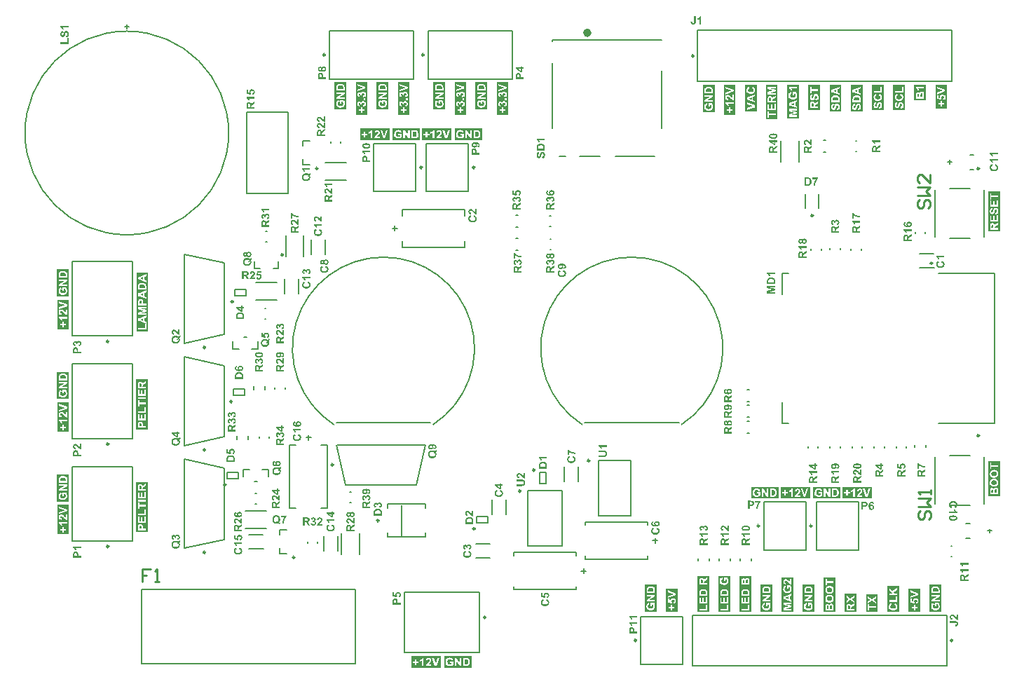
<source format=gto>
G04*
G04 #@! TF.GenerationSoftware,Altium Limited,Altium Designer,22.7.1 (60)*
G04*
G04 Layer_Color=65535*
%FSLAX44Y44*%
%MOMM*%
G71*
G04*
G04 #@! TF.SameCoordinates,F9262A58-C723-4885-9EE7-A1CEE64B0761*
G04*
G04*
G04 #@! TF.FilePolarity,Positive*
G04*
G01*
G75*
%ADD10C,0.2500*%
%ADD11C,0.5000*%
%ADD12C,0.1500*%
%ADD13C,0.2000*%
%ADD14C,0.2540*%
G36*
X165100Y301790D02*
X151133D01*
Y362290D01*
X165100D01*
Y301790D01*
D02*
G37*
G36*
Y177965D02*
X151133D01*
Y238465D01*
X165100D01*
Y177965D01*
D02*
G37*
G36*
X849981Y684883D02*
X835860D01*
Y717839D01*
X849981D01*
Y684883D01*
D02*
G37*
G36*
X1130651Y689761D02*
X1116713D01*
Y717839D01*
X1130651D01*
Y689761D01*
D02*
G37*
G36*
X1105028Y717839D02*
Y699643D01*
X1091216D01*
Y717839D01*
X1105028D01*
D02*
G37*
G36*
X1079898Y687463D02*
X1065777D01*
Y717839D01*
X1079898D01*
Y687463D01*
D02*
G37*
G36*
X1054275D02*
X1040154D01*
Y717839D01*
X1054275D01*
Y687463D01*
D02*
G37*
G36*
X1028652Y685602D02*
X1014530D01*
Y717839D01*
X1028652D01*
Y685602D01*
D02*
G37*
G36*
X1003029D02*
X988907D01*
Y717839D01*
X1003029D01*
Y685602D01*
D02*
G37*
G36*
X977406Y687858D02*
X963284D01*
Y717839D01*
X977406D01*
Y687858D01*
D02*
G37*
G36*
X951783Y677652D02*
X937661D01*
Y717839D01*
X951783D01*
Y677652D01*
D02*
G37*
G36*
X925976Y676524D02*
X912221D01*
Y717839D01*
X925976D01*
Y676524D01*
D02*
G37*
G36*
X900889Y685772D02*
X886781D01*
Y717839D01*
X900889D01*
Y685772D01*
D02*
G37*
G36*
X875111Y682177D02*
X861299D01*
Y717839D01*
X875111D01*
Y682177D01*
D02*
G37*
G36*
X1194672Y221469D02*
X1180551D01*
Y263559D01*
X1194672D01*
Y221469D01*
D02*
G37*
G36*
X165385Y491388D02*
Y420342D01*
X151630D01*
Y491388D01*
X165385D01*
D02*
G37*
G36*
X556228Y13970D02*
X523272D01*
Y28092D01*
X556228D01*
Y13970D01*
D02*
G37*
G36*
X519481D02*
X483819D01*
Y27782D01*
X519481D01*
Y13970D01*
D02*
G37*
G36*
X965302Y218440D02*
X929640D01*
Y232251D01*
X965302D01*
Y218440D01*
D02*
G37*
G36*
X927035D02*
X894080D01*
Y232562D01*
X927035D01*
Y218440D01*
D02*
G37*
G36*
X1040232D02*
X1004570D01*
Y232251D01*
X1040232D01*
Y218440D01*
D02*
G37*
G36*
X1001965D02*
X969010D01*
Y232562D01*
X1001965D01*
Y218440D01*
D02*
G37*
G36*
X493965Y651510D02*
X461010D01*
Y665632D01*
X493965D01*
Y651510D01*
D02*
G37*
G36*
X457302D02*
X421640D01*
Y665322D01*
X457302D01*
Y651510D01*
D02*
G37*
G36*
X532232D02*
X496570D01*
Y665322D01*
X532232D01*
Y651510D01*
D02*
G37*
G36*
X568895D02*
X535940D01*
Y665632D01*
X568895D01*
Y651510D01*
D02*
G37*
G36*
X1194672Y541137D02*
X1180551D01*
Y589303D01*
X1194672D01*
Y541137D01*
D02*
G37*
G36*
X69850Y462312D02*
X55728D01*
Y495268D01*
X69850D01*
Y462312D01*
D02*
G37*
G36*
Y422859D02*
X56038D01*
Y458521D01*
X69850D01*
Y422859D01*
D02*
G37*
G36*
Y175209D02*
X56038D01*
Y210871D01*
X69850D01*
Y175209D01*
D02*
G37*
G36*
Y214662D02*
X55728D01*
Y247618D01*
X69850D01*
Y214662D01*
D02*
G37*
G36*
Y299034D02*
X56038D01*
Y334696D01*
X69850D01*
Y299034D01*
D02*
G37*
G36*
X779780Y114235D02*
Y81280D01*
X765658D01*
Y114235D01*
X779780D01*
D02*
G37*
G36*
X805212Y81280D02*
X791274D01*
Y109358D01*
X805212D01*
Y81280D01*
D02*
G37*
G36*
X549868Y681990D02*
X535873D01*
Y721444D01*
X549868D01*
Y681990D01*
D02*
G37*
G36*
X575352Y688489D02*
X561231D01*
Y721444D01*
X575352D01*
Y688489D01*
D02*
G37*
G36*
X405130D02*
X391008D01*
Y721444D01*
X405130D01*
Y688489D01*
D02*
G37*
G36*
X600710Y681990D02*
X586715D01*
Y721444D01*
X600710D01*
Y681990D01*
D02*
G37*
G36*
X481330D02*
X467335D01*
Y721444D01*
X481330D01*
Y681990D01*
D02*
G37*
G36*
X455972Y688489D02*
X441851D01*
Y721444D01*
X455972D01*
Y688489D01*
D02*
G37*
G36*
X430488Y681990D02*
X416493D01*
Y721444D01*
X430488D01*
Y681990D01*
D02*
G37*
G36*
X524510Y688340D02*
X510388D01*
Y721295D01*
X524510D01*
Y688340D01*
D02*
G37*
G36*
X1123950Y81280D02*
X1109828D01*
Y114235D01*
X1123950D01*
Y81280D01*
D02*
G37*
G36*
X1072719D02*
X1058611D01*
Y112614D01*
X1072719D01*
Y81280D01*
D02*
G37*
G36*
X1098334D02*
X1084396D01*
Y109358D01*
X1098334D01*
Y81280D01*
D02*
G37*
G36*
X1047104D02*
X1033348D01*
Y102366D01*
X1047104D01*
Y81280D01*
D02*
G37*
G36*
X1021080D02*
X1007325D01*
Y103183D01*
X1021080D01*
Y81280D01*
D02*
G37*
G36*
X995873D02*
X981751D01*
Y123370D01*
X995873D01*
Y81280D01*
D02*
G37*
G36*
X970441Y114235D02*
Y81280D01*
X956319D01*
Y114235D01*
X970441D01*
D02*
G37*
G36*
X945008Y81280D02*
X930887D01*
Y123004D01*
X945008D01*
Y81280D01*
D02*
G37*
G36*
X919576D02*
X905455D01*
Y114235D01*
X919576D01*
Y81280D01*
D02*
G37*
G36*
X894144D02*
X880389D01*
Y124456D01*
X894144D01*
Y81280D01*
D02*
G37*
G36*
X868712D02*
X854591D01*
Y125062D01*
X868712D01*
Y81280D01*
D02*
G37*
G36*
X843280D02*
X829525D01*
Y125062D01*
X843280D01*
Y81280D01*
D02*
G37*
G36*
X69850Y338487D02*
X55728D01*
Y371443D01*
X69850D01*
Y338487D01*
D02*
G37*
G36*
X69648Y787504D02*
X62585D01*
X62599Y787490D01*
X62627Y787462D01*
X62670Y787405D01*
X62740Y787321D01*
X62825Y787222D01*
X62909Y787109D01*
X63008Y786968D01*
X63121Y786813D01*
X63233Y786644D01*
X63346Y786461D01*
X63473Y786263D01*
X63586Y786052D01*
X63797Y785601D01*
X63995Y785093D01*
X62303D01*
Y785107D01*
X62289Y785122D01*
X62275Y785164D01*
X62261Y785220D01*
X62190Y785361D01*
X62106Y785558D01*
X61993Y785798D01*
X61838Y786066D01*
X61641Y786362D01*
X61415Y786672D01*
X61401Y786686D01*
X61387Y786714D01*
X61344Y786757D01*
X61288Y786813D01*
X61147Y786968D01*
X60964Y787137D01*
X60738Y787335D01*
X60456Y787532D01*
X60160Y787715D01*
X59836Y787856D01*
Y789379D01*
X69648D01*
Y787504D01*
D02*
G37*
G36*
X67025Y783331D02*
X67124Y783317D01*
X67322Y783289D01*
X67575Y783232D01*
X67843Y783148D01*
X68111Y783021D01*
X68393Y782866D01*
X68407D01*
X68421Y782838D01*
X68506Y782781D01*
X68647Y782669D01*
X68802Y782528D01*
X68985Y782344D01*
X69154Y782105D01*
X69323Y781851D01*
X69478Y781541D01*
Y781527D01*
X69493Y781499D01*
X69507Y781456D01*
X69535Y781386D01*
X69563Y781301D01*
X69591Y781202D01*
X69619Y781090D01*
X69648Y780963D01*
X69690Y780808D01*
X69718Y780653D01*
X69774Y780286D01*
X69817Y779877D01*
X69831Y779426D01*
Y779243D01*
X69817Y779116D01*
X69803Y778961D01*
X69788Y778792D01*
X69760Y778595D01*
X69718Y778383D01*
X69619Y777918D01*
X69549Y777678D01*
X69478Y777453D01*
X69380Y777213D01*
X69267Y776988D01*
X69140Y776776D01*
X68985Y776579D01*
X68971Y776565D01*
X68943Y776536D01*
X68900Y776480D01*
X68830Y776424D01*
X68731Y776339D01*
X68618Y776255D01*
X68492Y776156D01*
X68351Y776057D01*
X68182Y775958D01*
X67998Y775860D01*
X67787Y775761D01*
X67561Y775662D01*
X67322Y775592D01*
X67054Y775507D01*
X66772Y775451D01*
X66476Y775409D01*
X66293Y777326D01*
X66307D01*
X66335Y777340D01*
X66391D01*
X66448Y777354D01*
X66617Y777410D01*
X66828Y777481D01*
X67068Y777566D01*
X67308Y777692D01*
X67519Y777833D01*
X67716Y778017D01*
X67730Y778045D01*
X67787Y778115D01*
X67857Y778228D01*
X67942Y778397D01*
X68026Y778609D01*
X68097Y778848D01*
X68153Y779130D01*
X68167Y779454D01*
Y779610D01*
X68139Y779779D01*
X68111Y779990D01*
X68069Y780216D01*
X67998Y780455D01*
X67899Y780681D01*
X67773Y780878D01*
X67759Y780907D01*
X67702Y780963D01*
X67618Y781033D01*
X67505Y781132D01*
X67364Y781217D01*
X67195Y781301D01*
X67025Y781358D01*
X66828Y781372D01*
X66814D01*
X66772D01*
X66701Y781358D01*
X66617Y781344D01*
X66532Y781315D01*
X66433Y781287D01*
X66335Y781231D01*
X66236Y781160D01*
X66222Y781146D01*
X66194Y781118D01*
X66151Y781076D01*
X66095Y781005D01*
X66025Y780907D01*
X65954Y780780D01*
X65884Y780639D01*
X65813Y780455D01*
Y780441D01*
X65785Y780385D01*
X65757Y780286D01*
X65729Y780216D01*
X65715Y780131D01*
X65686Y780033D01*
X65644Y779920D01*
X65616Y779793D01*
X65574Y779652D01*
X65531Y779483D01*
X65489Y779299D01*
X65433Y779102D01*
X65376Y778876D01*
Y778862D01*
X65362Y778806D01*
X65334Y778721D01*
X65306Y778623D01*
X65263Y778496D01*
X65221Y778341D01*
X65165Y778186D01*
X65108Y778002D01*
X64967Y777636D01*
X64798Y777284D01*
X64714Y777100D01*
X64615Y776945D01*
X64516Y776790D01*
X64418Y776663D01*
X64404Y776649D01*
X64375Y776621D01*
X64333Y776579D01*
X64277Y776522D01*
X64192Y776452D01*
X64093Y776381D01*
X63995Y776297D01*
X63868Y776226D01*
X63572Y776057D01*
X63233Y775916D01*
X63050Y775860D01*
X62867Y775817D01*
X62655Y775789D01*
X62444Y775775D01*
X62430D01*
X62416D01*
X62373D01*
X62317D01*
X62176Y775803D01*
X61993Y775832D01*
X61781Y775874D01*
X61542Y775944D01*
X61288Y776043D01*
X61048Y776184D01*
X61034D01*
X61020Y776198D01*
X60936Y776269D01*
X60823Y776353D01*
X60682Y776494D01*
X60527Y776663D01*
X60358Y776875D01*
X60203Y777114D01*
X60062Y777396D01*
Y777410D01*
X60047Y777439D01*
X60033Y777481D01*
X60005Y777537D01*
X59977Y777622D01*
X59949Y777707D01*
X59921Y777819D01*
X59878Y777946D01*
X59822Y778228D01*
X59766Y778552D01*
X59723Y778919D01*
X59709Y779328D01*
Y779497D01*
X59723Y779624D01*
X59737Y779779D01*
X59752Y779962D01*
X59780Y780145D01*
X59808Y780357D01*
X59907Y780808D01*
X59977Y781033D01*
X60047Y781259D01*
X60146Y781485D01*
X60259Y781696D01*
X60386Y781893D01*
X60527Y782076D01*
X60541Y782091D01*
X60569Y782119D01*
X60611Y782161D01*
X60668Y782217D01*
X60752Y782288D01*
X60851Y782373D01*
X60964Y782457D01*
X61091Y782556D01*
X61246Y782640D01*
X61401Y782725D01*
X61584Y782810D01*
X61781Y782880D01*
X61979Y782951D01*
X62204Y783007D01*
X62430Y783049D01*
X62684Y783063D01*
X62754Y781090D01*
X62740D01*
X62726D01*
X62627Y781062D01*
X62500Y781033D01*
X62345Y780977D01*
X62162Y780907D01*
X61993Y780808D01*
X61824Y780681D01*
X61683Y780540D01*
X61669Y780526D01*
X61626Y780470D01*
X61570Y780371D01*
X61514Y780230D01*
X61457Y780061D01*
X61401Y779849D01*
X61358Y779595D01*
X61344Y779299D01*
Y779158D01*
X61358Y779003D01*
X61387Y778820D01*
X61429Y778609D01*
X61500Y778383D01*
X61584Y778172D01*
X61711Y777974D01*
X61725Y777960D01*
X61753Y777932D01*
X61796Y777876D01*
X61866Y777819D01*
X61951Y777763D01*
X62063Y777707D01*
X62176Y777678D01*
X62317Y777664D01*
X62331D01*
X62373D01*
X62444Y777678D01*
X62515Y777707D01*
X62613Y777735D01*
X62712Y777777D01*
X62811Y777847D01*
X62909Y777946D01*
X62923Y777960D01*
X62966Y778031D01*
X62994Y778073D01*
X63022Y778143D01*
X63064Y778214D01*
X63107Y778313D01*
X63149Y778425D01*
X63205Y778552D01*
X63262Y778707D01*
X63318Y778862D01*
X63374Y779060D01*
X63431Y779271D01*
X63487Y779497D01*
X63558Y779751D01*
Y779765D01*
X63572Y779821D01*
X63586Y779892D01*
X63614Y779990D01*
X63642Y780103D01*
X63685Y780244D01*
X63727Y780399D01*
X63769Y780554D01*
X63882Y780892D01*
X63995Y781245D01*
X64121Y781583D01*
X64192Y781724D01*
X64262Y781865D01*
Y781879D01*
X64277Y781893D01*
X64333Y781978D01*
X64418Y782105D01*
X64530Y782260D01*
X64671Y782429D01*
X64840Y782612D01*
X65038Y782795D01*
X65263Y782951D01*
X65292Y782965D01*
X65376Y783007D01*
X65503Y783077D01*
X65686Y783148D01*
X65912Y783218D01*
X66180Y783289D01*
X66476Y783331D01*
X66814Y783345D01*
X66828D01*
X66856D01*
X66899D01*
X66955D01*
X67025Y783331D01*
D02*
G37*
G36*
X69648Y767641D02*
X59963D01*
Y769615D01*
X67998D01*
Y774520D01*
X69648D01*
Y767641D01*
D02*
G37*
G36*
X561728Y648857D02*
X561953Y648843D01*
X562207Y648814D01*
X562475Y648786D01*
X562771Y648744D01*
X563095Y648688D01*
X563405Y648631D01*
X563729Y648547D01*
X564054Y648448D01*
X564350Y648335D01*
X564646Y648194D01*
X564914Y648053D01*
X565153Y647870D01*
X565167Y647856D01*
X565210Y647828D01*
X565266Y647771D01*
X565336Y647687D01*
X565421Y647588D01*
X565534Y647475D01*
X565633Y647334D01*
X565745Y647179D01*
X565858Y647010D01*
X565957Y646813D01*
X566055Y646601D01*
X566154Y646376D01*
X566225Y646122D01*
X566281Y645868D01*
X566323Y645600D01*
X566337Y645304D01*
Y645191D01*
X566323Y645121D01*
Y645022D01*
X566309Y644910D01*
X566267Y644642D01*
X566182Y644346D01*
X566084Y644050D01*
X565929Y643739D01*
X565844Y643598D01*
X565731Y643457D01*
X565717Y643443D01*
X565703Y643429D01*
X565661Y643387D01*
X565618Y643345D01*
X565548Y643288D01*
X565477Y643218D01*
X565379Y643161D01*
X565280Y643077D01*
X565153Y643006D01*
X565026Y642922D01*
X564871Y642851D01*
X564702Y642781D01*
X564533Y642710D01*
X564336Y642654D01*
X564138Y642598D01*
X563913Y642555D01*
X563701Y644360D01*
X563729D01*
X563800Y644374D01*
X563899Y644388D01*
X564011Y644430D01*
X564152Y644473D01*
X564293Y644529D01*
X564420Y644599D01*
X564533Y644698D01*
X564547Y644712D01*
X564575Y644754D01*
X564618Y644811D01*
X564660Y644895D01*
X564702Y645008D01*
X564744Y645121D01*
X564773Y645276D01*
X564787Y645431D01*
Y645459D01*
X564773Y645530D01*
X564758Y645629D01*
X564716Y645769D01*
X564660Y645925D01*
X564561Y646080D01*
X564434Y646249D01*
X564265Y646404D01*
X564237Y646418D01*
X564209Y646446D01*
X564152Y646474D01*
X564096Y646503D01*
X564011Y646545D01*
X563913Y646573D01*
X563786Y646629D01*
X563645Y646672D01*
X563490Y646714D01*
X563307Y646756D01*
X563109Y646798D01*
X562884Y646841D01*
X562630Y646869D01*
X562348Y646897D01*
X562052Y646925D01*
X562066Y646911D01*
X562080Y646897D01*
X562122Y646855D01*
X562179Y646798D01*
X562235Y646728D01*
X562306Y646643D01*
X562461Y646446D01*
X562616Y646192D01*
X562743Y645882D01*
X562799Y645713D01*
X562827Y645544D01*
X562855Y645361D01*
X562869Y645163D01*
Y645051D01*
X562855Y644966D01*
X562841Y644867D01*
X562827Y644754D01*
X562757Y644487D01*
X562658Y644176D01*
X562574Y644021D01*
X562489Y643852D01*
X562390Y643683D01*
X562277Y643514D01*
X562136Y643345D01*
X561981Y643190D01*
X561967Y643176D01*
X561939Y643147D01*
X561883Y643119D01*
X561826Y643063D01*
X561728Y642992D01*
X561629Y642922D01*
X561502Y642851D01*
X561361Y642781D01*
X561206Y642696D01*
X561023Y642626D01*
X560840Y642555D01*
X560628Y642485D01*
X560417Y642428D01*
X560177Y642400D01*
X559923Y642372D01*
X559669Y642358D01*
X559655D01*
X559599D01*
X559529D01*
X559416Y642372D01*
X559289Y642386D01*
X559148Y642400D01*
X558979Y642428D01*
X558810Y642471D01*
X558429Y642569D01*
X558218Y642640D01*
X558020Y642725D01*
X557823Y642823D01*
X557625Y642950D01*
X557442Y643077D01*
X557259Y643232D01*
X557245Y643246D01*
X557217Y643274D01*
X557174Y643316D01*
X557118Y643387D01*
X557048Y643486D01*
X556963Y643584D01*
X556892Y643711D01*
X556794Y643852D01*
X556709Y643993D01*
X556639Y644176D01*
X556554Y644360D01*
X556484Y644557D01*
X556427Y644769D01*
X556385Y644994D01*
X556357Y645220D01*
X556343Y645473D01*
Y645544D01*
X556357Y645614D01*
Y645727D01*
X556371Y645854D01*
X556399Y645995D01*
X556441Y646164D01*
X556484Y646333D01*
X556554Y646531D01*
X556624Y646728D01*
X556723Y646925D01*
X556836Y647137D01*
X556963Y647334D01*
X557118Y647532D01*
X557301Y647729D01*
X557499Y647912D01*
X557513Y647926D01*
X557555Y647954D01*
X557625Y647997D01*
X557724Y648067D01*
X557851Y648138D01*
X558006Y648222D01*
X558189Y648307D01*
X558401Y648391D01*
X558655Y648476D01*
X558936Y648575D01*
X559247Y648645D01*
X559585Y648716D01*
X559966Y648786D01*
X560374Y648829D01*
X560811Y648857D01*
X561291Y648871D01*
X561305D01*
X561319D01*
X561361D01*
X561403D01*
X561544D01*
X561728Y648857D01*
D02*
G37*
G36*
X559627Y641287D02*
X559726D01*
X559923Y641258D01*
X560163Y641216D01*
X560431Y641160D01*
X560685Y641075D01*
X560924Y640962D01*
X560952Y640948D01*
X561023Y640906D01*
X561136Y640835D01*
X561277Y640737D01*
X561418Y640624D01*
X561587Y640469D01*
X561742Y640314D01*
X561883Y640131D01*
X561897Y640102D01*
X561939Y640046D01*
X561996Y639947D01*
X562066Y639821D01*
X562151Y639665D01*
X562221Y639496D01*
X562291Y639313D01*
X562348Y639116D01*
Y639087D01*
X562362Y639045D01*
Y638989D01*
X562376Y638918D01*
X562390Y638820D01*
X562404Y638721D01*
Y638594D01*
X562418Y638467D01*
X562433Y638312D01*
X562447Y638143D01*
X562461Y637960D01*
Y637762D01*
X562475Y637551D01*
Y635803D01*
X566154D01*
Y633829D01*
X556399D01*
Y637424D01*
X556413Y637579D01*
Y637946D01*
X556441Y638340D01*
X556469Y638735D01*
X556484Y638904D01*
X556498Y639073D01*
X556526Y639214D01*
X556554Y639327D01*
Y639341D01*
X556568Y639369D01*
X556582Y639412D01*
X556596Y639468D01*
X556667Y639623D01*
X556751Y639821D01*
X556878Y640032D01*
X557048Y640272D01*
X557259Y640497D01*
X557513Y640723D01*
X557527D01*
X557541Y640751D01*
X557583Y640779D01*
X557640Y640807D01*
X557724Y640864D01*
X557809Y640906D01*
X557907Y640962D01*
X558020Y641019D01*
X558302Y641117D01*
X558612Y641216D01*
X558993Y641273D01*
X559402Y641301D01*
X559416D01*
X559444D01*
X559486D01*
X559557D01*
X559627Y641287D01*
D02*
G37*
G36*
X429718Y647548D02*
X429944Y647533D01*
X430211Y647505D01*
X430494Y647477D01*
X430804Y647449D01*
X431128Y647393D01*
X431466Y647322D01*
X431790Y647252D01*
X432115Y647153D01*
X432439Y647054D01*
X432735Y646913D01*
X433017Y646772D01*
X433256Y646603D01*
X433271Y646589D01*
X433299Y646561D01*
X433355Y646518D01*
X433412Y646462D01*
X433482Y646377D01*
X433567Y646279D01*
X433665Y646152D01*
X433750Y646025D01*
X433849Y645870D01*
X433947Y645715D01*
X434032Y645532D01*
X434102Y645334D01*
X434159Y645123D01*
X434215Y644883D01*
X434243Y644644D01*
X434257Y644390D01*
Y644333D01*
X434243Y644249D01*
Y644150D01*
X434229Y644037D01*
X434201Y643896D01*
X434173Y643741D01*
X434116Y643572D01*
X434060Y643389D01*
X433989Y643206D01*
X433905Y643008D01*
X433792Y642825D01*
X433679Y642628D01*
X433524Y642445D01*
X433369Y642261D01*
X433172Y642092D01*
X433158Y642078D01*
X433116Y642050D01*
X433045Y642008D01*
X432960Y641965D01*
X432834Y641895D01*
X432678Y641824D01*
X432481Y641740D01*
X432270Y641669D01*
X432016Y641585D01*
X431734Y641500D01*
X431410Y641430D01*
X431057Y641373D01*
X430663Y641317D01*
X430226Y641274D01*
X429760Y641246D01*
X429253Y641232D01*
X429239D01*
X429225D01*
X429183D01*
X429126D01*
X428985D01*
X428802Y641246D01*
X428576Y641260D01*
X428308Y641289D01*
X428027Y641317D01*
X427716Y641345D01*
X427392Y641401D01*
X427068Y641458D01*
X426730Y641542D01*
X426405Y641627D01*
X426095Y641740D01*
X425799Y641867D01*
X425517Y642008D01*
X425278Y642177D01*
X425263Y642191D01*
X425235Y642219D01*
X425179Y642261D01*
X425122Y642332D01*
X425038Y642402D01*
X424953Y642501D01*
X424869Y642628D01*
X424770Y642755D01*
X424671Y642910D01*
X424587Y643065D01*
X424502Y643248D01*
X424418Y643445D01*
X424361Y643657D01*
X424305Y643896D01*
X424277Y644136D01*
X424263Y644390D01*
Y644531D01*
X424277Y644630D01*
X424291Y644742D01*
X424319Y644883D01*
X424347Y645024D01*
X424389Y645193D01*
X424446Y645377D01*
X424516Y645546D01*
X424587Y645729D01*
X424686Y645912D01*
X424812Y646096D01*
X424939Y646279D01*
X425094Y646448D01*
X425278Y646603D01*
X425292Y646617D01*
X425334Y646645D01*
X425405Y646688D01*
X425503Y646758D01*
X425644Y646829D01*
X425813Y646913D01*
X425997Y646998D01*
X426236Y647082D01*
X426490Y647167D01*
X426786Y647266D01*
X427110Y647336D01*
X427477Y647407D01*
X427871Y647477D01*
X428294Y647519D01*
X428759Y647548D01*
X429267Y647562D01*
X429281D01*
X429295D01*
X429338D01*
X429394D01*
X429535D01*
X429718Y647548D01*
D02*
G37*
G36*
X434074Y636552D02*
X427011D01*
X427026Y636538D01*
X427054Y636510D01*
X427096Y636453D01*
X427167Y636369D01*
X427251Y636270D01*
X427336Y636157D01*
X427434Y636016D01*
X427547Y635861D01*
X427660Y635692D01*
X427773Y635509D01*
X427900Y635311D01*
X428012Y635100D01*
X428224Y634649D01*
X428421Y634141D01*
X426730D01*
Y634155D01*
X426716Y634170D01*
X426701Y634212D01*
X426687Y634268D01*
X426617Y634409D01*
X426532Y634607D01*
X426419Y634846D01*
X426264Y635114D01*
X426067Y635410D01*
X425841Y635720D01*
X425827Y635734D01*
X425813Y635762D01*
X425771Y635805D01*
X425715Y635861D01*
X425574Y636016D01*
X425390Y636185D01*
X425165Y636383D01*
X424883Y636580D01*
X424587Y636763D01*
X424263Y636904D01*
Y638427D01*
X434074D01*
Y636552D01*
D02*
G37*
G36*
X427547Y632436D02*
X427646D01*
X427843Y632407D01*
X428083Y632365D01*
X428351Y632309D01*
X428605Y632224D01*
X428844Y632111D01*
X428872Y632097D01*
X428943Y632055D01*
X429056Y631984D01*
X429197Y631886D01*
X429338Y631773D01*
X429507Y631618D01*
X429662Y631463D01*
X429803Y631280D01*
X429817Y631251D01*
X429859Y631195D01*
X429916Y631096D01*
X429986Y630970D01*
X430071Y630815D01*
X430141Y630645D01*
X430211Y630462D01*
X430268Y630265D01*
Y630237D01*
X430282Y630194D01*
Y630138D01*
X430296Y630067D01*
X430310Y629969D01*
X430324Y629870D01*
Y629743D01*
X430338Y629616D01*
X430353Y629461D01*
X430367Y629292D01*
X430381Y629109D01*
Y628911D01*
X430395Y628700D01*
Y626952D01*
X434074D01*
Y624978D01*
X424319D01*
Y628573D01*
X424333Y628728D01*
Y629095D01*
X424361Y629489D01*
X424389Y629884D01*
X424404Y630053D01*
X424418Y630222D01*
X424446Y630363D01*
X424474Y630476D01*
Y630490D01*
X424488Y630518D01*
X424502Y630561D01*
X424516Y630617D01*
X424587Y630772D01*
X424671Y630970D01*
X424798Y631181D01*
X424967Y631421D01*
X425179Y631646D01*
X425433Y631872D01*
X425447D01*
X425461Y631900D01*
X425503Y631928D01*
X425560Y631956D01*
X425644Y632013D01*
X425729Y632055D01*
X425827Y632111D01*
X425940Y632168D01*
X426222Y632267D01*
X426532Y632365D01*
X426913Y632421D01*
X427322Y632450D01*
X427336D01*
X427364D01*
X427406D01*
X427477D01*
X427547Y632436D01*
D02*
G37*
G36*
X756746Y74682D02*
X749683D01*
X749697Y74667D01*
X749725Y74639D01*
X749768Y74583D01*
X749838Y74498D01*
X749923Y74399D01*
X750007Y74287D01*
X750106Y74146D01*
X750219Y73991D01*
X750332Y73822D01*
X750444Y73638D01*
X750571Y73441D01*
X750684Y73229D01*
X750895Y72778D01*
X751093Y72271D01*
X749401D01*
Y72285D01*
X749387Y72299D01*
X749373Y72341D01*
X749359Y72398D01*
X749288Y72539D01*
X749204Y72736D01*
X749091Y72976D01*
X748936Y73244D01*
X748739Y73540D01*
X748513Y73850D01*
X748499Y73864D01*
X748485Y73892D01*
X748443Y73934D01*
X748386Y73991D01*
X748245Y74146D01*
X748062Y74315D01*
X747837Y74512D01*
X747554Y74710D01*
X747259Y74893D01*
X746934Y75034D01*
Y76556D01*
X756746D01*
Y74682D01*
D02*
G37*
G36*
Y67097D02*
X749683D01*
X749697Y67083D01*
X749725Y67055D01*
X749768Y66999D01*
X749838Y66914D01*
X749923Y66815D01*
X750007Y66703D01*
X750106Y66562D01*
X750219Y66406D01*
X750332Y66237D01*
X750444Y66054D01*
X750571Y65857D01*
X750684Y65645D01*
X750895Y65194D01*
X751093Y64687D01*
X749401D01*
Y64701D01*
X749387Y64715D01*
X749373Y64757D01*
X749359Y64814D01*
X749288Y64955D01*
X749204Y65152D01*
X749091Y65392D01*
X748936Y65659D01*
X748739Y65955D01*
X748513Y66266D01*
X748499Y66280D01*
X748485Y66308D01*
X748443Y66350D01*
X748386Y66406D01*
X748245Y66562D01*
X748062Y66731D01*
X747837Y66928D01*
X747554Y67126D01*
X747259Y67309D01*
X746934Y67450D01*
Y68972D01*
X756746D01*
Y67097D01*
D02*
G37*
G36*
X750219Y62981D02*
X750318D01*
X750515Y62953D01*
X750754Y62910D01*
X751022Y62854D01*
X751276Y62769D01*
X751516Y62657D01*
X751544Y62643D01*
X751614Y62600D01*
X751727Y62530D01*
X751868Y62431D01*
X752009Y62318D01*
X752178Y62163D01*
X752333Y62008D01*
X752474Y61825D01*
X752488Y61797D01*
X752531Y61740D01*
X752587Y61642D01*
X752658Y61515D01*
X752742Y61360D01*
X752813Y61191D01*
X752883Y61007D01*
X752940Y60810D01*
Y60782D01*
X752954Y60739D01*
Y60683D01*
X752968Y60613D01*
X752982Y60514D01*
X752996Y60415D01*
Y60288D01*
X753010Y60162D01*
X753024Y60006D01*
X753038Y59837D01*
X753052Y59654D01*
Y59457D01*
X753066Y59245D01*
Y57497D01*
X756746D01*
Y55524D01*
X746991D01*
Y59118D01*
X747005Y59273D01*
Y59640D01*
X747033Y60035D01*
X747061Y60429D01*
X747075Y60599D01*
X747089Y60768D01*
X747117Y60909D01*
X747146Y61021D01*
Y61036D01*
X747160Y61064D01*
X747174Y61106D01*
X747188Y61162D01*
X747259Y61318D01*
X747343Y61515D01*
X747470Y61726D01*
X747639Y61966D01*
X747850Y62192D01*
X748104Y62417D01*
X748118D01*
X748132Y62445D01*
X748175Y62474D01*
X748231Y62502D01*
X748316Y62558D01*
X748400Y62600D01*
X748499Y62657D01*
X748612Y62713D01*
X748894Y62812D01*
X749204Y62910D01*
X749585Y62967D01*
X749993Y62995D01*
X750007D01*
X750036D01*
X750078D01*
X750148D01*
X750219Y62981D01*
D02*
G37*
G36*
X378098Y740311D02*
X378211Y740297D01*
X378352Y740283D01*
X378493Y740254D01*
X378648Y740212D01*
X379000Y740113D01*
X379183Y740043D01*
X379367Y739958D01*
X379550Y739860D01*
X379733Y739733D01*
X379902Y739606D01*
X380072Y739451D01*
X380086Y739437D01*
X380114Y739409D01*
X380156Y739366D01*
X380198Y739296D01*
X380269Y739211D01*
X380339Y739098D01*
X380410Y738986D01*
X380494Y738845D01*
X380579Y738690D01*
X380649Y738506D01*
X380720Y738323D01*
X380790Y738126D01*
X380833Y737900D01*
X380875Y737661D01*
X380903Y737421D01*
X380917Y737153D01*
Y737026D01*
X380903Y736927D01*
X380889Y736815D01*
X380875Y736688D01*
X380861Y736547D01*
X380833Y736378D01*
X380748Y736025D01*
X380621Y735659D01*
X380551Y735475D01*
X380452Y735292D01*
X380354Y735109D01*
X380227Y734940D01*
X380213Y734926D01*
X380184Y734898D01*
X380142Y734841D01*
X380072Y734771D01*
X379987Y734700D01*
X379888Y734616D01*
X379761Y734517D01*
X379635Y734418D01*
X379479Y734320D01*
X379310Y734221D01*
X379127Y734136D01*
X378916Y734066D01*
X378704Y733995D01*
X378465Y733939D01*
X378225Y733911D01*
X377957Y733897D01*
X377943D01*
X377915D01*
X377872D01*
X377816D01*
X377661Y733911D01*
X377478Y733939D01*
X377252Y733995D01*
X376998Y734052D01*
X376745Y734150D01*
X376491Y734277D01*
X376477D01*
X376463Y734291D01*
X376378Y734348D01*
X376265Y734446D01*
X376110Y734587D01*
X375941Y734756D01*
X375772Y734968D01*
X375617Y735222D01*
X375462Y735518D01*
Y735504D01*
X375448Y735490D01*
X375405Y735405D01*
X375335Y735278D01*
X375250Y735123D01*
X375123Y734940D01*
X374982Y734771D01*
X374813Y734602D01*
X374630Y734461D01*
X374602Y734446D01*
X374531Y734404D01*
X374433Y734362D01*
X374278Y734305D01*
X374109Y734235D01*
X373897Y734193D01*
X373686Y734150D01*
X373446Y734136D01*
X373432D01*
X373404D01*
X373347D01*
X373263Y734150D01*
X373178Y734165D01*
X373065Y734179D01*
X372812Y734235D01*
X372530Y734320D01*
X372220Y734461D01*
X372079Y734545D01*
X371923Y734644D01*
X371782Y734771D01*
X371642Y734898D01*
X371628Y734912D01*
X371613Y734940D01*
X371571Y734982D01*
X371529Y735039D01*
X371472Y735123D01*
X371416Y735208D01*
X371345Y735320D01*
X371275Y735461D01*
X371219Y735602D01*
X371148Y735757D01*
X371092Y735941D01*
X371035Y736138D01*
X370993Y736349D01*
X370951Y736575D01*
X370937Y736815D01*
X370923Y737068D01*
Y737209D01*
X370937Y737294D01*
X370951Y737421D01*
X370965Y737548D01*
X370979Y737703D01*
X371007Y737858D01*
X371092Y738210D01*
X371219Y738577D01*
X371303Y738746D01*
X371402Y738929D01*
X371515Y739084D01*
X371642Y739239D01*
X371656Y739253D01*
X371670Y739268D01*
X371712Y739310D01*
X371768Y739366D01*
X371839Y739423D01*
X371923Y739479D01*
X372135Y739634D01*
X372403Y739775D01*
X372699Y739888D01*
X373051Y739986D01*
X373249Y740001D01*
X373446Y740015D01*
X373460D01*
X373474D01*
X373559D01*
X373686Y740001D01*
X373855Y739972D01*
X374038Y739930D01*
X374235Y739860D01*
X374447Y739775D01*
X374658Y739648D01*
X374687Y739634D01*
X374743Y739578D01*
X374842Y739507D01*
X374954Y739395D01*
X375095Y739253D01*
X375222Y739084D01*
X375349Y738887D01*
X375462Y738661D01*
Y738676D01*
X375476Y738704D01*
X375490Y738746D01*
X375518Y738802D01*
X375603Y738943D01*
X375716Y739127D01*
X375843Y739324D01*
X376012Y739535D01*
X376209Y739733D01*
X376435Y739902D01*
X376463Y739916D01*
X376547Y739972D01*
X376674Y740043D01*
X376843Y740113D01*
X377055Y740198D01*
X377309Y740254D01*
X377576Y740311D01*
X377872Y740325D01*
X377887D01*
X377929D01*
X377999D01*
X378098Y740311D01*
D02*
G37*
G36*
X374207Y732712D02*
X374306D01*
X374503Y732684D01*
X374743Y732642D01*
X375011Y732586D01*
X375265Y732501D01*
X375504Y732388D01*
X375532Y732374D01*
X375603Y732332D01*
X375716Y732261D01*
X375857Y732163D01*
X375998Y732050D01*
X376167Y731895D01*
X376322Y731740D01*
X376463Y731556D01*
X376477Y731528D01*
X376519Y731472D01*
X376576Y731373D01*
X376646Y731246D01*
X376731Y731091D01*
X376801Y730922D01*
X376871Y730739D01*
X376928Y730542D01*
Y730513D01*
X376942Y730471D01*
Y730415D01*
X376956Y730344D01*
X376970Y730246D01*
X376984Y730147D01*
Y730020D01*
X376998Y729893D01*
X377012Y729738D01*
X377027Y729569D01*
X377041Y729386D01*
Y729188D01*
X377055Y728977D01*
Y727229D01*
X380734D01*
Y725255D01*
X370979D01*
Y728850D01*
X370993Y729005D01*
Y729371D01*
X371021Y729766D01*
X371049Y730161D01*
X371064Y730330D01*
X371078Y730499D01*
X371106Y730640D01*
X371134Y730753D01*
Y730767D01*
X371148Y730795D01*
X371162Y730838D01*
X371176Y730894D01*
X371247Y731049D01*
X371331Y731246D01*
X371458Y731458D01*
X371628Y731697D01*
X371839Y731923D01*
X372093Y732149D01*
X372107D01*
X372121Y732177D01*
X372163Y732205D01*
X372220Y732233D01*
X372304Y732290D01*
X372389Y732332D01*
X372487Y732388D01*
X372600Y732445D01*
X372882Y732543D01*
X373192Y732642D01*
X373573Y732698D01*
X373982Y732727D01*
X373996D01*
X374024D01*
X374066D01*
X374137D01*
X374207Y732712D01*
D02*
G37*
G36*
X905425Y214217D02*
X905411Y214203D01*
X905383Y214175D01*
X905340Y214133D01*
X905284Y214076D01*
X905213Y213992D01*
X905129Y213893D01*
X905030Y213780D01*
X904917Y213639D01*
X904805Y213484D01*
X904678Y213315D01*
X904537Y213132D01*
X904396Y212934D01*
X904255Y212709D01*
X904114Y212483D01*
X903959Y212230D01*
X903804Y211962D01*
X903790Y211948D01*
X903761Y211891D01*
X903719Y211821D01*
X903663Y211708D01*
X903606Y211581D01*
X903522Y211412D01*
X903437Y211229D01*
X903338Y211031D01*
X903240Y210806D01*
X903141Y210566D01*
X903028Y210312D01*
X902930Y210045D01*
X902732Y209467D01*
X902549Y208860D01*
Y208846D01*
X902535Y208790D01*
X902507Y208705D01*
X902479Y208579D01*
X902450Y208438D01*
X902422Y208283D01*
X902380Y208085D01*
X902338Y207888D01*
X902295Y207662D01*
X902267Y207437D01*
X902197Y206943D01*
X902154Y206436D01*
X902140Y205942D01*
X900336D01*
Y205971D01*
Y206027D01*
X900350Y206140D01*
Y206295D01*
X900364Y206478D01*
X900392Y206690D01*
X900420Y206943D01*
X900463Y207211D01*
X900505Y207507D01*
X900561Y207831D01*
X900632Y208170D01*
X900702Y208536D01*
X900801Y208903D01*
X900900Y209283D01*
X901027Y209664D01*
X901168Y210059D01*
X901182Y210087D01*
X901210Y210157D01*
X901252Y210270D01*
X901309Y210411D01*
X901393Y210594D01*
X901492Y210820D01*
X901605Y211060D01*
X901731Y211327D01*
X901872Y211609D01*
X902028Y211905D01*
X902197Y212230D01*
X902394Y212540D01*
X902803Y213202D01*
X903268Y213837D01*
X899025D01*
Y215571D01*
X905425D01*
Y214217D01*
D02*
G37*
G36*
X894105Y215683D02*
X894472D01*
X894866Y215655D01*
X895261Y215627D01*
X895430Y215613D01*
X895599Y215599D01*
X895740Y215571D01*
X895853Y215543D01*
X895867D01*
X895895Y215528D01*
X895938Y215514D01*
X895994Y215500D01*
X896149Y215430D01*
X896346Y215345D01*
X896558Y215218D01*
X896797Y215049D01*
X897023Y214838D01*
X897249Y214584D01*
Y214570D01*
X897277Y214556D01*
X897305Y214513D01*
X897333Y214457D01*
X897390Y214372D01*
X897432Y214288D01*
X897488Y214189D01*
X897545Y214076D01*
X897643Y213794D01*
X897742Y213484D01*
X897798Y213104D01*
X897827Y212695D01*
Y212681D01*
Y212653D01*
Y212610D01*
Y212540D01*
X897812Y212469D01*
Y212371D01*
X897784Y212173D01*
X897742Y211934D01*
X897686Y211666D01*
X897601Y211412D01*
X897488Y211172D01*
X897474Y211144D01*
X897432Y211074D01*
X897361Y210961D01*
X897263Y210820D01*
X897150Y210679D01*
X896995Y210510D01*
X896840Y210355D01*
X896656Y210214D01*
X896628Y210200D01*
X896572Y210157D01*
X896473Y210101D01*
X896346Y210031D01*
X896191Y209946D01*
X896022Y209876D01*
X895839Y209805D01*
X895641Y209749D01*
X895613D01*
X895571Y209734D01*
X895515D01*
X895444Y209720D01*
X895346Y209706D01*
X895247Y209692D01*
X895120D01*
X894993Y209678D01*
X894838Y209664D01*
X894669Y209650D01*
X894486Y209636D01*
X894288D01*
X894077Y209622D01*
X892329D01*
Y205942D01*
X890355D01*
Y215698D01*
X893950D01*
X894105Y215683D01*
D02*
G37*
G36*
X1039871Y214533D02*
X1039970D01*
X1040083Y214519D01*
X1040336Y214463D01*
X1040618Y214392D01*
X1040928Y214280D01*
X1041239Y214125D01*
X1041380Y214026D01*
X1041520Y213913D01*
X1041535D01*
X1041549Y213885D01*
X1041591Y213843D01*
X1041633Y213800D01*
X1041704Y213730D01*
X1041760Y213659D01*
X1041915Y213462D01*
X1042070Y213194D01*
X1042225Y212884D01*
X1042366Y212532D01*
X1042465Y212109D01*
X1040661Y211911D01*
Y211940D01*
X1040647Y211996D01*
X1040618Y212094D01*
X1040590Y212221D01*
X1040548Y212348D01*
X1040477Y212489D01*
X1040407Y212616D01*
X1040308Y212729D01*
X1040294Y212743D01*
X1040252Y212771D01*
X1040195Y212813D01*
X1040111Y212870D01*
X1040012Y212912D01*
X1039885Y212954D01*
X1039730Y212983D01*
X1039575Y212997D01*
X1039547D01*
X1039476Y212983D01*
X1039364Y212969D01*
X1039223Y212926D01*
X1039068Y212870D01*
X1038898Y212771D01*
X1038729Y212644D01*
X1038574Y212461D01*
X1038560Y212433D01*
X1038532Y212405D01*
X1038504Y212348D01*
X1038476Y212292D01*
X1038433Y212207D01*
X1038405Y212109D01*
X1038363Y211982D01*
X1038306Y211841D01*
X1038264Y211686D01*
X1038222Y211502D01*
X1038179Y211305D01*
X1038137Y211080D01*
X1038109Y210826D01*
X1038081Y210544D01*
X1038053Y210248D01*
X1038067Y210262D01*
X1038081Y210290D01*
X1038123Y210318D01*
X1038179Y210375D01*
X1038250Y210445D01*
X1038335Y210516D01*
X1038532Y210671D01*
X1038786Y210812D01*
X1039082Y210953D01*
X1039251Y211009D01*
X1039420Y211037D01*
X1039603Y211065D01*
X1039801Y211080D01*
X1039913D01*
X1039998Y211065D01*
X1040097Y211051D01*
X1040210Y211037D01*
X1040350Y211009D01*
X1040491Y210967D01*
X1040802Y210854D01*
X1040971Y210784D01*
X1041140Y210699D01*
X1041309Y210600D01*
X1041478Y210473D01*
X1041647Y210332D01*
X1041803Y210177D01*
X1041817Y210163D01*
X1041845Y210135D01*
X1041887Y210093D01*
X1041929Y210022D01*
X1042000Y209924D01*
X1042070Y209825D01*
X1042141Y209698D01*
X1042225Y209557D01*
X1042310Y209402D01*
X1042380Y209219D01*
X1042451Y209035D01*
X1042521Y208824D01*
X1042564Y208613D01*
X1042606Y208373D01*
X1042634Y208133D01*
X1042648Y207865D01*
Y207851D01*
Y207795D01*
Y207724D01*
X1042634Y207612D01*
X1042620Y207485D01*
X1042606Y207344D01*
X1042578Y207175D01*
X1042535Y207006D01*
X1042437Y206611D01*
X1042366Y206413D01*
X1042268Y206216D01*
X1042169Y206019D01*
X1042056Y205821D01*
X1041915Y205624D01*
X1041760Y205455D01*
X1041746Y205441D01*
X1041718Y205413D01*
X1041676Y205370D01*
X1041605Y205314D01*
X1041520Y205243D01*
X1041408Y205173D01*
X1041295Y205088D01*
X1041154Y205004D01*
X1040999Y204919D01*
X1040830Y204835D01*
X1040647Y204764D01*
X1040435Y204694D01*
X1040224Y204637D01*
X1039998Y204595D01*
X1039758Y204567D01*
X1039505Y204553D01*
X1039434D01*
X1039364Y204567D01*
X1039265D01*
X1039138Y204595D01*
X1038983Y204609D01*
X1038828Y204651D01*
X1038645Y204694D01*
X1038462Y204750D01*
X1038264Y204835D01*
X1038053Y204919D01*
X1037855Y205032D01*
X1037644Y205159D01*
X1037447Y205314D01*
X1037249Y205497D01*
X1037066Y205695D01*
X1037052Y205709D01*
X1037024Y205751D01*
X1036981Y205821D01*
X1036925Y205920D01*
X1036840Y206047D01*
X1036770Y206202D01*
X1036685Y206385D01*
X1036601Y206597D01*
X1036502Y206850D01*
X1036417Y207118D01*
X1036347Y207428D01*
X1036276Y207781D01*
X1036206Y208147D01*
X1036164Y208556D01*
X1036135Y208993D01*
X1036121Y209473D01*
Y209487D01*
Y209501D01*
Y209543D01*
Y209585D01*
Y209726D01*
X1036135Y209909D01*
X1036150Y210135D01*
X1036178Y210389D01*
X1036206Y210671D01*
X1036248Y210967D01*
X1036291Y211277D01*
X1036361Y211601D01*
X1036446Y211925D01*
X1036544Y212250D01*
X1036657Y212546D01*
X1036784Y212842D01*
X1036939Y213109D01*
X1037108Y213349D01*
X1037122Y213363D01*
X1037150Y213405D01*
X1037207Y213462D01*
X1037291Y213532D01*
X1037390Y213631D01*
X1037503Y213730D01*
X1037644Y213843D01*
X1037799Y213955D01*
X1037982Y214054D01*
X1038165Y214167D01*
X1038391Y214265D01*
X1038616Y214364D01*
X1038856Y214435D01*
X1039124Y214491D01*
X1039392Y214533D01*
X1039688Y214547D01*
X1039801D01*
X1039871Y214533D01*
D02*
G37*
G36*
X1031201Y214477D02*
X1031568D01*
X1031963Y214449D01*
X1032357Y214421D01*
X1032527Y214406D01*
X1032696Y214392D01*
X1032837Y214364D01*
X1032950Y214336D01*
X1032964D01*
X1032992Y214322D01*
X1033034Y214308D01*
X1033091Y214294D01*
X1033246Y214223D01*
X1033443Y214139D01*
X1033654Y214012D01*
X1033894Y213843D01*
X1034120Y213631D01*
X1034345Y213377D01*
Y213363D01*
X1034373Y213349D01*
X1034401Y213307D01*
X1034430Y213251D01*
X1034486Y213166D01*
X1034528Y213081D01*
X1034585Y212983D01*
X1034641Y212870D01*
X1034740Y212588D01*
X1034838Y212278D01*
X1034895Y211897D01*
X1034923Y211488D01*
Y211474D01*
Y211446D01*
Y211404D01*
Y211333D01*
X1034909Y211263D01*
Y211164D01*
X1034881Y210967D01*
X1034838Y210727D01*
X1034782Y210459D01*
X1034698Y210205D01*
X1034585Y209966D01*
X1034571Y209938D01*
X1034528Y209867D01*
X1034458Y209754D01*
X1034359Y209613D01*
X1034247Y209473D01*
X1034091Y209303D01*
X1033936Y209148D01*
X1033753Y209007D01*
X1033725Y208993D01*
X1033669Y208951D01*
X1033570Y208895D01*
X1033443Y208824D01*
X1033288Y208739D01*
X1033119Y208669D01*
X1032935Y208598D01*
X1032738Y208542D01*
X1032710D01*
X1032668Y208528D01*
X1032611D01*
X1032541Y208514D01*
X1032442Y208500D01*
X1032343Y208486D01*
X1032216D01*
X1032090Y208472D01*
X1031935Y208458D01*
X1031765Y208443D01*
X1031582Y208429D01*
X1031385D01*
X1031173Y208415D01*
X1029425D01*
Y204736D01*
X1027452D01*
Y214491D01*
X1031047D01*
X1031201Y214477D01*
D02*
G37*
G36*
X617619Y739260D02*
X619579D01*
Y737456D01*
X617619D01*
Y733453D01*
X615998D01*
X609781Y737682D01*
Y739260D01*
X615984D01*
Y740473D01*
X617619D01*
Y739260D01*
D02*
G37*
G36*
X613052Y732564D02*
X613150D01*
X613348Y732536D01*
X613587Y732494D01*
X613855Y732438D01*
X614109Y732353D01*
X614349Y732240D01*
X614377Y732226D01*
X614447Y732184D01*
X614560Y732113D01*
X614701Y732015D01*
X614842Y731902D01*
X615011Y731747D01*
X615166Y731592D01*
X615307Y731408D01*
X615321Y731380D01*
X615364Y731324D01*
X615420Y731225D01*
X615491Y731098D01*
X615575Y730943D01*
X615646Y730774D01*
X615716Y730591D01*
X615773Y730394D01*
Y730365D01*
X615787Y730323D01*
Y730267D01*
X615801Y730196D01*
X615815Y730098D01*
X615829Y729999D01*
Y729872D01*
X615843Y729745D01*
X615857Y729590D01*
X615871Y729421D01*
X615885Y729238D01*
Y729040D01*
X615899Y728829D01*
Y727081D01*
X619579D01*
Y725107D01*
X609824D01*
Y728702D01*
X609838Y728857D01*
Y729223D01*
X609866Y729618D01*
X609894Y730013D01*
X609908Y730182D01*
X609922Y730351D01*
X609950Y730492D01*
X609979Y730605D01*
Y730619D01*
X609993Y730647D01*
X610007Y730689D01*
X610021Y730746D01*
X610091Y730901D01*
X610176Y731098D01*
X610303Y731310D01*
X610472Y731550D01*
X610684Y731775D01*
X610937Y732001D01*
X610951D01*
X610965Y732029D01*
X611008Y732057D01*
X611064Y732085D01*
X611149Y732141D01*
X611233Y732184D01*
X611332Y732240D01*
X611445Y732297D01*
X611727Y732395D01*
X612037Y732494D01*
X612417Y732550D01*
X612826Y732579D01*
X612840D01*
X612868D01*
X612911D01*
X612981D01*
X613052Y732564D01*
D02*
G37*
G36*
X1127565Y509589D02*
X1120502D01*
X1120516Y509575D01*
X1120544Y509547D01*
X1120587Y509491D01*
X1120657Y509406D01*
X1120742Y509307D01*
X1120826Y509194D01*
X1120925Y509053D01*
X1121038Y508898D01*
X1121151Y508729D01*
X1121263Y508546D01*
X1121390Y508349D01*
X1121503Y508137D01*
X1121714Y507686D01*
X1121912Y507179D01*
X1120220D01*
Y507193D01*
X1120206Y507207D01*
X1120192Y507249D01*
X1120178Y507305D01*
X1120107Y507446D01*
X1120023Y507644D01*
X1119910Y507883D01*
X1119755Y508151D01*
X1119557Y508447D01*
X1119332Y508757D01*
X1119318Y508772D01*
X1119304Y508800D01*
X1119261Y508842D01*
X1119205Y508898D01*
X1119064Y509053D01*
X1118881Y509223D01*
X1118655Y509420D01*
X1118373Y509617D01*
X1118077Y509801D01*
X1117753Y509942D01*
Y511464D01*
X1127565D01*
Y509589D01*
D02*
G37*
G36*
X1124647Y505388D02*
X1124731Y505360D01*
X1124844Y505318D01*
X1124971Y505261D01*
X1125126Y505205D01*
X1125295Y505135D01*
X1125478Y505050D01*
X1125859Y504853D01*
X1126254Y504599D01*
X1126634Y504289D01*
X1126803Y504119D01*
X1126958Y503936D01*
X1126973Y503922D01*
X1126987Y503894D01*
X1127029Y503838D01*
X1127085Y503753D01*
X1127142Y503654D01*
X1127198Y503527D01*
X1127269Y503386D01*
X1127339Y503231D01*
X1127424Y503048D01*
X1127494Y502851D01*
X1127551Y502639D01*
X1127607Y502414D01*
X1127663Y502174D01*
X1127706Y501906D01*
X1127720Y501638D01*
X1127734Y501342D01*
Y501258D01*
X1127720Y501159D01*
X1127706Y501018D01*
X1127691Y500863D01*
X1127663Y500666D01*
X1127621Y500454D01*
X1127565Y500215D01*
X1127494Y499975D01*
X1127410Y499721D01*
X1127297Y499453D01*
X1127170Y499186D01*
X1127029Y498918D01*
X1126846Y498650D01*
X1126648Y498396D01*
X1126409Y498157D01*
X1126395Y498142D01*
X1126352Y498100D01*
X1126268Y498044D01*
X1126169Y497959D01*
X1126028Y497874D01*
X1125873Y497762D01*
X1125676Y497649D01*
X1125450Y497536D01*
X1125210Y497423D01*
X1124943Y497311D01*
X1124632Y497198D01*
X1124308Y497113D01*
X1123970Y497029D01*
X1123589Y496972D01*
X1123195Y496930D01*
X1122772Y496916D01*
X1122757D01*
X1122743D01*
X1122659D01*
X1122532Y496930D01*
X1122363D01*
X1122165Y496958D01*
X1121926Y496986D01*
X1121672Y497015D01*
X1121376Y497071D01*
X1121080Y497141D01*
X1120770Y497226D01*
X1120460Y497325D01*
X1120135Y497452D01*
X1119825Y497593D01*
X1119529Y497762D01*
X1119247Y497945D01*
X1118979Y498171D01*
X1118965Y498185D01*
X1118923Y498227D01*
X1118853Y498298D01*
X1118768Y498396D01*
X1118669Y498523D01*
X1118557Y498678D01*
X1118430Y498847D01*
X1118303Y499059D01*
X1118176Y499284D01*
X1118049Y499524D01*
X1117936Y499806D01*
X1117838Y500088D01*
X1117753Y500412D01*
X1117683Y500736D01*
X1117640Y501103D01*
X1117626Y501469D01*
Y501638D01*
X1117640Y501765D01*
X1117654Y501920D01*
X1117683Y502090D01*
X1117711Y502287D01*
X1117753Y502498D01*
X1117810Y502724D01*
X1117880Y502964D01*
X1117964Y503203D01*
X1118077Y503457D01*
X1118190Y503697D01*
X1118331Y503922D01*
X1118500Y504162D01*
X1118683Y504373D01*
Y504387D01*
X1118712Y504402D01*
X1118754Y504444D01*
X1118796Y504486D01*
X1118867Y504542D01*
X1118951Y504599D01*
X1119149Y504754D01*
X1119402Y504909D01*
X1119713Y505078D01*
X1120065Y505233D01*
X1120474Y505374D01*
X1120939Y503429D01*
X1120925D01*
X1120911Y503415D01*
X1120869D01*
X1120812Y503386D01*
X1120685Y503344D01*
X1120516Y503274D01*
X1120319Y503175D01*
X1120121Y503048D01*
X1119924Y502879D01*
X1119755Y502696D01*
X1119741Y502668D01*
X1119684Y502597D01*
X1119614Y502484D01*
X1119529Y502329D01*
X1119445Y502132D01*
X1119374Y501906D01*
X1119318Y501652D01*
X1119304Y501371D01*
Y501272D01*
X1119318Y501187D01*
X1119332Y501103D01*
X1119346Y500990D01*
X1119402Y500750D01*
X1119501Y500468D01*
X1119642Y500172D01*
X1119727Y500017D01*
X1119825Y499876D01*
X1119952Y499735D01*
X1120093Y499608D01*
X1120107D01*
X1120135Y499580D01*
X1120178Y499552D01*
X1120248Y499510D01*
X1120333Y499453D01*
X1120432Y499397D01*
X1120558Y499341D01*
X1120699Y499284D01*
X1120869Y499214D01*
X1121052Y499157D01*
X1121263Y499101D01*
X1121489Y499045D01*
X1121742Y499002D01*
X1122010Y498974D01*
X1122306Y498960D01*
X1122631Y498946D01*
X1122645D01*
X1122715D01*
X1122814D01*
X1122927Y498960D01*
X1123082D01*
X1123265Y498988D01*
X1123448Y499002D01*
X1123660Y499030D01*
X1124097Y499115D01*
X1124534Y499228D01*
X1124745Y499298D01*
X1124943Y499397D01*
X1125126Y499496D01*
X1125281Y499608D01*
X1125295Y499623D01*
X1125309Y499637D01*
X1125351Y499679D01*
X1125408Y499735D01*
X1125520Y499876D01*
X1125661Y500074D01*
X1125817Y500313D01*
X1125929Y500609D01*
X1126028Y500948D01*
X1126042Y501131D01*
X1126056Y501328D01*
Y501399D01*
X1126042Y501455D01*
X1126028Y501610D01*
X1126000Y501794D01*
X1125929Y501991D01*
X1125845Y502216D01*
X1125732Y502442D01*
X1125563Y502668D01*
X1125535Y502696D01*
X1125464Y502766D01*
X1125351Y502865D01*
X1125182Y502978D01*
X1124957Y503119D01*
X1124689Y503246D01*
X1124365Y503372D01*
X1123984Y503485D01*
X1124576Y505402D01*
X1124590D01*
X1124647Y505388D01*
D02*
G37*
G36*
X620764Y242625D02*
X620750D01*
X620722D01*
X620665Y242639D01*
X620595Y242653D01*
X620510Y242667D01*
X620412Y242682D01*
X620158Y242738D01*
X619876Y242822D01*
X619566Y242935D01*
X619227Y243076D01*
X618903Y243260D01*
X618889D01*
X618861Y243288D01*
X618805Y243316D01*
X618748Y243372D01*
X618650Y243429D01*
X618551Y243513D01*
X618424Y243612D01*
X618283Y243725D01*
X618114Y243852D01*
X617945Y244007D01*
X617747Y244176D01*
X617536Y244373D01*
X617324Y244585D01*
X617085Y244824D01*
X616831Y245078D01*
X616563Y245360D01*
X616549Y245374D01*
X616507Y245416D01*
X616450Y245473D01*
X616366Y245557D01*
X616281Y245670D01*
X616169Y245783D01*
X615915Y246037D01*
X615647Y246290D01*
X615379Y246544D01*
X615266Y246657D01*
X615139Y246770D01*
X615041Y246854D01*
X614956Y246911D01*
X614928Y246925D01*
X614857Y246967D01*
X614745Y247038D01*
X614590Y247108D01*
X614421Y247178D01*
X614223Y247249D01*
X614026Y247291D01*
X613814Y247305D01*
X613800D01*
X613786D01*
X613716D01*
X613589Y247291D01*
X613448Y247263D01*
X613293Y247221D01*
X613138Y247164D01*
X612983Y247080D01*
X612842Y246967D01*
X612827Y246953D01*
X612785Y246911D01*
X612729Y246826D01*
X612672Y246727D01*
X612616Y246586D01*
X612560Y246431D01*
X612517Y246248D01*
X612503Y246037D01*
Y245938D01*
X612517Y245825D01*
X612546Y245698D01*
X612588Y245543D01*
X612658Y245388D01*
X612743Y245233D01*
X612856Y245092D01*
X612870Y245078D01*
X612926Y245036D01*
X613011Y244979D01*
X613138Y244923D01*
X613293Y244852D01*
X613504Y244796D01*
X613744Y244740D01*
X614026Y244711D01*
X613843Y242851D01*
X613828D01*
X613772Y242865D01*
X613702D01*
X613589Y242893D01*
X613462Y242907D01*
X613321Y242949D01*
X613166Y242992D01*
X612983Y243034D01*
X612630Y243175D01*
X612264Y243344D01*
X612080Y243457D01*
X611911Y243584D01*
X611770Y243725D01*
X611629Y243880D01*
X611615Y243894D01*
X611601Y243922D01*
X611573Y243964D01*
X611516Y244035D01*
X611474Y244119D01*
X611418Y244232D01*
X611347Y244345D01*
X611291Y244486D01*
X611220Y244641D01*
X611164Y244810D01*
X611051Y245177D01*
X610981Y245614D01*
X610967Y245839D01*
X610953Y246079D01*
Y246220D01*
X610967Y246318D01*
X610981Y246445D01*
X610995Y246586D01*
X611023Y246741D01*
X611051Y246911D01*
X611150Y247277D01*
X611291Y247644D01*
X611376Y247841D01*
X611474Y248010D01*
X611601Y248193D01*
X611742Y248349D01*
X611756Y248363D01*
X611770Y248391D01*
X611827Y248419D01*
X611883Y248475D01*
X611954Y248546D01*
X612052Y248616D01*
X612151Y248687D01*
X612278Y248771D01*
X612560Y248912D01*
X612884Y249053D01*
X613067Y249110D01*
X613265Y249138D01*
X613476Y249166D01*
X613687Y249180D01*
X613716D01*
X613800D01*
X613927Y249166D01*
X614082Y249152D01*
X614280Y249124D01*
X614491Y249081D01*
X614716Y249025D01*
X614942Y248941D01*
X614970Y248927D01*
X615041Y248898D01*
X615168Y248842D01*
X615323Y248757D01*
X615506Y248659D01*
X615717Y248532D01*
X615943Y248377D01*
X616183Y248193D01*
X616197Y248179D01*
X616267Y248123D01*
X616366Y248038D01*
X616507Y247911D01*
X616676Y247742D01*
X616902Y247531D01*
X617141Y247277D01*
X617437Y246967D01*
X617451Y246953D01*
X617465Y246925D01*
X617508Y246882D01*
X617564Y246826D01*
X617705Y246671D01*
X617874Y246488D01*
X618058Y246304D01*
X618241Y246121D01*
X618396Y245952D01*
X618466Y245896D01*
X618523Y245839D01*
X618537Y245825D01*
X618565Y245797D01*
X618621Y245755D01*
X618692Y245698D01*
X618847Y245571D01*
X619030Y245459D01*
Y249180D01*
X620764D01*
Y242625D01*
D02*
G37*
G36*
X616746Y241187D02*
X616930D01*
X617113D01*
X617522Y241159D01*
X617945Y241131D01*
X618128Y241117D01*
X618311Y241089D01*
X618480Y241060D01*
X618635Y241032D01*
X618650D01*
X618664Y241018D01*
X618706D01*
X618748Y241004D01*
X618889Y240962D01*
X619058Y240905D01*
X619256Y240821D01*
X619453Y240722D01*
X619664Y240595D01*
X619862Y240440D01*
X619890Y240426D01*
X619947Y240370D01*
X620031Y240271D01*
X620144Y240144D01*
X620271Y239975D01*
X620398Y239778D01*
X620539Y239552D01*
X620651Y239298D01*
Y239284D01*
X620665Y239270D01*
X620680Y239228D01*
X620694Y239171D01*
X620722Y239101D01*
X620750Y239016D01*
X620778Y238904D01*
X620792Y238791D01*
X620849Y238523D01*
X620905Y238199D01*
X620933Y237832D01*
X620947Y237423D01*
Y237198D01*
X620933Y237071D01*
Y236944D01*
X620919Y236789D01*
X620905Y236634D01*
X620877Y236296D01*
X620821Y235943D01*
X620736Y235591D01*
X620694Y235436D01*
X620637Y235295D01*
Y235281D01*
X620623Y235266D01*
X620581Y235182D01*
X620510Y235041D01*
X620412Y234886D01*
X620285Y234703D01*
X620144Y234505D01*
X619975Y234322D01*
X619791Y234153D01*
X619763Y234139D01*
X619707Y234082D01*
X619594Y234012D01*
X619453Y233927D01*
X619298Y233843D01*
X619115Y233744D01*
X618917Y233673D01*
X618706Y233603D01*
X618692D01*
X618664Y233589D01*
X618621D01*
X618551Y233575D01*
X618466Y233561D01*
X618354Y233547D01*
X618227Y233533D01*
X618086Y233519D01*
X617916Y233490D01*
X617733Y233476D01*
X617536Y233462D01*
X617310Y233448D01*
X617071Y233434D01*
X616803D01*
X616521Y233420D01*
X616225D01*
X611009D01*
Y235393D01*
X616310D01*
X616324D01*
X616366D01*
X616422D01*
X616507D01*
X616620D01*
X616732D01*
X616986Y235408D01*
X617268D01*
X617536Y235422D01*
X617663Y235436D01*
X617775D01*
X617860Y235450D01*
X617945Y235464D01*
X617973D01*
X618043Y235492D01*
X618156Y235534D01*
X618297Y235591D01*
X618452Y235661D01*
X618607Y235774D01*
X618776Y235901D01*
X618917Y236056D01*
X618932Y236084D01*
X618974Y236140D01*
X619030Y236253D01*
X619087Y236394D01*
X619157Y236592D01*
X619213Y236817D01*
X619256Y237071D01*
X619270Y237367D01*
Y237508D01*
X619256Y237649D01*
X619227Y237832D01*
X619185Y238044D01*
X619129Y238241D01*
X619044Y238452D01*
X618932Y238622D01*
X618917Y238636D01*
X618875Y238692D01*
X618805Y238762D01*
X618706Y238847D01*
X618579Y238932D01*
X618438Y239016D01*
X618283Y239087D01*
X618100Y239129D01*
X618072D01*
X618001Y239143D01*
X617874Y239157D01*
X617705Y239185D01*
X617592D01*
X617465Y239200D01*
X617324D01*
X617183Y239214D01*
X617014D01*
X616831Y239228D01*
X616634D01*
X616422D01*
X611009D01*
Y241201D01*
X616154D01*
X616169D01*
X616225D01*
X616324D01*
X616436D01*
X616577D01*
X616746Y241187D01*
D02*
G37*
G36*
X719824Y280827D02*
X712762D01*
X712776Y280813D01*
X712804Y280785D01*
X712846Y280728D01*
X712917Y280644D01*
X713001Y280545D01*
X713086Y280432D01*
X713184Y280291D01*
X713297Y280136D01*
X713410Y279967D01*
X713523Y279784D01*
X713650Y279587D01*
X713762Y279375D01*
X713974Y278924D01*
X714171Y278417D01*
X712480D01*
Y278431D01*
X712466Y278445D01*
X712451Y278487D01*
X712437Y278543D01*
X712367Y278684D01*
X712282Y278882D01*
X712169Y279121D01*
X712014Y279389D01*
X711817Y279685D01*
X711591Y279995D01*
X711577Y280009D01*
X711563Y280038D01*
X711521Y280080D01*
X711465Y280136D01*
X711324Y280291D01*
X711140Y280460D01*
X710915Y280658D01*
X710633Y280855D01*
X710337Y281038D01*
X710013Y281180D01*
Y282702D01*
X719824D01*
Y280827D01*
D02*
G37*
G36*
X715807Y276245D02*
X715990D01*
X716173D01*
X716582Y276217D01*
X717005Y276189D01*
X717188Y276175D01*
X717371Y276147D01*
X717540Y276119D01*
X717695Y276091D01*
X717710D01*
X717724Y276076D01*
X717766D01*
X717808Y276062D01*
X717949Y276020D01*
X718118Y275964D01*
X718316Y275879D01*
X718513Y275780D01*
X718725Y275653D01*
X718922Y275498D01*
X718950Y275484D01*
X719007Y275428D01*
X719091Y275329D01*
X719204Y275202D01*
X719331Y275033D01*
X719458Y274836D01*
X719599Y274610D01*
X719711Y274356D01*
Y274342D01*
X719725Y274328D01*
X719740Y274286D01*
X719754Y274230D01*
X719782Y274159D01*
X719810Y274075D01*
X719838Y273962D01*
X719852Y273849D01*
X719909Y273581D01*
X719965Y273257D01*
X719993Y272890D01*
X720007Y272482D01*
Y272256D01*
X719993Y272129D01*
Y272002D01*
X719979Y271847D01*
X719965Y271692D01*
X719937Y271354D01*
X719881Y271001D01*
X719796Y270649D01*
X719754Y270494D01*
X719697Y270353D01*
Y270339D01*
X719683Y270325D01*
X719641Y270240D01*
X719570Y270099D01*
X719472Y269944D01*
X719345Y269761D01*
X719204Y269564D01*
X719035Y269380D01*
X718851Y269211D01*
X718823Y269197D01*
X718767Y269141D01*
X718654Y269070D01*
X718513Y268986D01*
X718358Y268901D01*
X718175Y268802D01*
X717977Y268732D01*
X717766Y268661D01*
X717752D01*
X717724Y268647D01*
X717681D01*
X717611Y268633D01*
X717526Y268619D01*
X717413Y268605D01*
X717287Y268591D01*
X717146Y268577D01*
X716976Y268549D01*
X716793Y268535D01*
X716596Y268520D01*
X716370Y268506D01*
X716131Y268492D01*
X715863D01*
X715581Y268478D01*
X715285D01*
X710069D01*
Y270452D01*
X715369D01*
X715384D01*
X715426D01*
X715482D01*
X715567D01*
X715680D01*
X715792D01*
X716046Y270466D01*
X716328D01*
X716596Y270480D01*
X716723Y270494D01*
X716835D01*
X716920Y270508D01*
X717005Y270522D01*
X717033D01*
X717103Y270550D01*
X717216Y270593D01*
X717357Y270649D01*
X717512Y270720D01*
X717667Y270832D01*
X717836Y270959D01*
X717977Y271114D01*
X717991Y271142D01*
X718034Y271199D01*
X718090Y271312D01*
X718147Y271453D01*
X718217Y271650D01*
X718273Y271875D01*
X718316Y272129D01*
X718330Y272425D01*
Y272566D01*
X718316Y272707D01*
X718288Y272890D01*
X718245Y273102D01*
X718189Y273299D01*
X718104Y273511D01*
X717991Y273680D01*
X717977Y273694D01*
X717935Y273750D01*
X717865Y273821D01*
X717766Y273905D01*
X717639Y273990D01*
X717498Y274075D01*
X717343Y274145D01*
X717160Y274187D01*
X717132D01*
X717061Y274202D01*
X716934Y274216D01*
X716765Y274244D01*
X716652D01*
X716525Y274258D01*
X716384D01*
X716244Y274272D01*
X716074D01*
X715891Y274286D01*
X715694D01*
X715482D01*
X710069D01*
Y276260D01*
X715214D01*
X715229D01*
X715285D01*
X715384D01*
X715496D01*
X715637D01*
X715807Y276245D01*
D02*
G37*
G36*
X644943Y651190D02*
X637880D01*
X637894Y651176D01*
X637922Y651148D01*
X637965Y651091D01*
X638035Y651007D01*
X638120Y650908D01*
X638204Y650795D01*
X638303Y650654D01*
X638416Y650499D01*
X638529Y650330D01*
X638641Y650147D01*
X638768Y649949D01*
X638881Y649738D01*
X639092Y649287D01*
X639290Y648779D01*
X637598D01*
Y648793D01*
X637584Y648808D01*
X637570Y648850D01*
X637556Y648906D01*
X637485Y649047D01*
X637401Y649245D01*
X637288Y649484D01*
X637133Y649752D01*
X636936Y650048D01*
X636710Y650358D01*
X636696Y650372D01*
X636682Y650401D01*
X636640Y650443D01*
X636583Y650499D01*
X636442Y650654D01*
X636259Y650824D01*
X636033Y651021D01*
X635751Y651218D01*
X635455Y651402D01*
X635131Y651543D01*
Y653065D01*
X644943D01*
Y651190D01*
D02*
G37*
G36*
X640474Y647017D02*
X640587D01*
X640728Y647003D01*
X640883Y646989D01*
X641207Y646961D01*
X641545Y646905D01*
X641898Y646820D01*
X642236Y646721D01*
X642250D01*
X642278Y646707D01*
X642335Y646679D01*
X642419Y646651D01*
X642504Y646623D01*
X642603Y646566D01*
X642856Y646453D01*
X643124Y646312D01*
X643420Y646129D01*
X643702Y645918D01*
X643970Y645678D01*
X643998Y645650D01*
X644054Y645579D01*
X644139Y645467D01*
X644252Y645312D01*
X644379Y645114D01*
X644506Y644889D01*
X644632Y644607D01*
X644745Y644297D01*
Y644283D01*
X644759Y644268D01*
Y644226D01*
X644773Y644184D01*
X644802Y644029D01*
X644844Y643831D01*
X644886Y643592D01*
X644914Y643296D01*
X644929Y642943D01*
X644943Y642563D01*
Y638869D01*
X635187D01*
Y642760D01*
X635202Y642873D01*
X635216Y643141D01*
X635230Y643437D01*
X635272Y643747D01*
X635314Y644043D01*
X635385Y644311D01*
Y644325D01*
X635399Y644353D01*
X635413Y644395D01*
X635427Y644452D01*
X635498Y644621D01*
X635596Y644818D01*
X635723Y645044D01*
X635878Y645297D01*
X636062Y645537D01*
X636287Y645777D01*
Y645791D01*
X636315Y645805D01*
X636400Y645875D01*
X636541Y645988D01*
X636724Y646115D01*
X636950Y646270D01*
X637217Y646425D01*
X637528Y646580D01*
X637866Y646707D01*
X637880D01*
X637908Y646721D01*
X637965Y646735D01*
X638035Y646764D01*
X638120Y646778D01*
X638232Y646806D01*
X638359Y646834D01*
X638500Y646876D01*
X638655Y646905D01*
X638839Y646933D01*
X639022Y646961D01*
X639233Y646975D01*
X639670Y647017D01*
X640164Y647031D01*
X640178D01*
X640220D01*
X640276D01*
X640361D01*
X640474Y647017D01*
D02*
G37*
G36*
X642321Y637178D02*
X642419Y637164D01*
X642617Y637135D01*
X642870Y637079D01*
X643138Y636994D01*
X643406Y636867D01*
X643688Y636712D01*
X643702D01*
X643716Y636684D01*
X643801Y636628D01*
X643942Y636515D01*
X644097Y636374D01*
X644280Y636191D01*
X644449Y635951D01*
X644618Y635697D01*
X644773Y635387D01*
Y635373D01*
X644788Y635345D01*
X644802Y635303D01*
X644830Y635232D01*
X644858Y635148D01*
X644886Y635049D01*
X644914Y634936D01*
X644943Y634809D01*
X644985Y634654D01*
X645013Y634499D01*
X645070Y634133D01*
X645112Y633724D01*
X645126Y633273D01*
Y633089D01*
X645112Y632963D01*
X645098Y632808D01*
X645084Y632638D01*
X645055Y632441D01*
X645013Y632230D01*
X644914Y631764D01*
X644844Y631525D01*
X644773Y631299D01*
X644675Y631059D01*
X644562Y630834D01*
X644435Y630622D01*
X644280Y630425D01*
X644266Y630411D01*
X644238Y630383D01*
X644195Y630326D01*
X644125Y630270D01*
X644026Y630186D01*
X643914Y630101D01*
X643787Y630002D01*
X643646Y629904D01*
X643477Y629805D01*
X643293Y629706D01*
X643082Y629608D01*
X642856Y629509D01*
X642617Y629438D01*
X642349Y629354D01*
X642067Y629297D01*
X641771Y629255D01*
X641588Y631172D01*
X641602D01*
X641630Y631186D01*
X641686D01*
X641743Y631200D01*
X641912Y631257D01*
X642123Y631327D01*
X642363Y631412D01*
X642603Y631539D01*
X642814Y631680D01*
X643011Y631863D01*
X643026Y631891D01*
X643082Y631962D01*
X643152Y632075D01*
X643237Y632244D01*
X643322Y632455D01*
X643392Y632695D01*
X643448Y632977D01*
X643463Y633301D01*
Y633456D01*
X643434Y633625D01*
X643406Y633837D01*
X643364Y634062D01*
X643293Y634302D01*
X643195Y634527D01*
X643068Y634725D01*
X643054Y634753D01*
X642997Y634809D01*
X642913Y634880D01*
X642800Y634978D01*
X642659Y635063D01*
X642490Y635148D01*
X642321Y635204D01*
X642123Y635218D01*
X642109D01*
X642067D01*
X641996Y635204D01*
X641912Y635190D01*
X641827Y635162D01*
X641729Y635134D01*
X641630Y635077D01*
X641531Y635007D01*
X641517Y634993D01*
X641489Y634964D01*
X641447Y634922D01*
X641390Y634852D01*
X641320Y634753D01*
X641249Y634626D01*
X641179Y634485D01*
X641108Y634302D01*
Y634288D01*
X641080Y634231D01*
X641052Y634133D01*
X641024Y634062D01*
X641010Y633978D01*
X640981Y633879D01*
X640939Y633766D01*
X640911Y633639D01*
X640869Y633498D01*
X640826Y633329D01*
X640784Y633146D01*
X640728Y632948D01*
X640671Y632723D01*
Y632709D01*
X640657Y632653D01*
X640629Y632568D01*
X640601Y632469D01*
X640558Y632342D01*
X640516Y632187D01*
X640460Y632032D01*
X640403Y631849D01*
X640262Y631482D01*
X640093Y631130D01*
X640009Y630947D01*
X639910Y630792D01*
X639811Y630637D01*
X639713Y630510D01*
X639699Y630496D01*
X639670Y630467D01*
X639628Y630425D01*
X639572Y630369D01*
X639487Y630298D01*
X639388Y630228D01*
X639290Y630143D01*
X639163Y630073D01*
X638867Y629904D01*
X638529Y629763D01*
X638345Y629706D01*
X638162Y629664D01*
X637951Y629636D01*
X637739Y629622D01*
X637725D01*
X637711D01*
X637669D01*
X637612D01*
X637471Y629650D01*
X637288Y629678D01*
X637076Y629720D01*
X636837Y629791D01*
X636583Y629889D01*
X636343Y630030D01*
X636329D01*
X636315Y630045D01*
X636231Y630115D01*
X636118Y630200D01*
X635977Y630341D01*
X635822Y630510D01*
X635653Y630721D01*
X635498Y630961D01*
X635357Y631243D01*
Y631257D01*
X635343Y631285D01*
X635328Y631327D01*
X635300Y631384D01*
X635272Y631468D01*
X635244Y631553D01*
X635216Y631666D01*
X635173Y631793D01*
X635117Y632075D01*
X635061Y632399D01*
X635018Y632765D01*
X635004Y633174D01*
Y633343D01*
X635018Y633470D01*
X635033Y633625D01*
X635047Y633808D01*
X635075Y633992D01*
X635103Y634203D01*
X635202Y634654D01*
X635272Y634880D01*
X635343Y635105D01*
X635441Y635331D01*
X635554Y635542D01*
X635681Y635740D01*
X635822Y635923D01*
X635836Y635937D01*
X635864Y635965D01*
X635906Y636008D01*
X635963Y636064D01*
X636047Y636134D01*
X636146Y636219D01*
X636259Y636304D01*
X636386Y636402D01*
X636541Y636487D01*
X636696Y636571D01*
X636879Y636656D01*
X637076Y636726D01*
X637274Y636797D01*
X637499Y636853D01*
X637725Y636896D01*
X637979Y636910D01*
X638049Y634936D01*
X638035D01*
X638021D01*
X637922Y634908D01*
X637795Y634880D01*
X637640Y634823D01*
X637457Y634753D01*
X637288Y634654D01*
X637119Y634527D01*
X636978Y634386D01*
X636964Y634372D01*
X636922Y634316D01*
X636865Y634217D01*
X636809Y634076D01*
X636752Y633907D01*
X636696Y633696D01*
X636654Y633442D01*
X636640Y633146D01*
Y633005D01*
X636654Y632850D01*
X636682Y632667D01*
X636724Y632455D01*
X636795Y632230D01*
X636879Y632018D01*
X637006Y631821D01*
X637020Y631807D01*
X637048Y631778D01*
X637091Y631722D01*
X637161Y631666D01*
X637246Y631609D01*
X637359Y631553D01*
X637471Y631525D01*
X637612Y631511D01*
X637626D01*
X637669D01*
X637739Y631525D01*
X637810Y631553D01*
X637908Y631581D01*
X638007Y631623D01*
X638106Y631694D01*
X638204Y631793D01*
X638218Y631807D01*
X638261Y631877D01*
X638289Y631919D01*
X638317Y631990D01*
X638359Y632060D01*
X638402Y632159D01*
X638444Y632272D01*
X638500Y632399D01*
X638557Y632554D01*
X638613Y632709D01*
X638670Y632906D01*
X638726Y633118D01*
X638782Y633343D01*
X638853Y633597D01*
Y633611D01*
X638867Y633667D01*
X638881Y633738D01*
X638909Y633837D01*
X638937Y633949D01*
X638980Y634090D01*
X639022Y634245D01*
X639064Y634400D01*
X639177Y634739D01*
X639290Y635091D01*
X639417Y635430D01*
X639487Y635571D01*
X639558Y635712D01*
Y635726D01*
X639572Y635740D01*
X639628Y635824D01*
X639713Y635951D01*
X639825Y636106D01*
X639966Y636275D01*
X640136Y636459D01*
X640333Y636642D01*
X640558Y636797D01*
X640587Y636811D01*
X640671Y636853D01*
X640798Y636924D01*
X640981Y636994D01*
X641207Y637065D01*
X641475Y637135D01*
X641771Y637178D01*
X642109Y637192D01*
X642123D01*
X642151D01*
X642194D01*
X642250D01*
X642321Y637178D01*
D02*
G37*
G36*
X921208Y659351D02*
X921434Y659337D01*
X921702Y659309D01*
X921983Y659281D01*
X922294Y659252D01*
X922618Y659196D01*
X922956Y659126D01*
X923280Y659055D01*
X923605Y658957D01*
X923929Y658858D01*
X924225Y658717D01*
X924507Y658576D01*
X924746Y658407D01*
X924761Y658393D01*
X924789Y658364D01*
X924845Y658322D01*
X924902Y658266D01*
X924972Y658181D01*
X925057Y658083D01*
X925155Y657956D01*
X925240Y657829D01*
X925339Y657674D01*
X925437Y657519D01*
X925522Y657335D01*
X925592Y657138D01*
X925649Y656926D01*
X925705Y656687D01*
X925733Y656447D01*
X925747Y656193D01*
Y656137D01*
X925733Y656052D01*
Y655954D01*
X925719Y655841D01*
X925691Y655700D01*
X925663Y655545D01*
X925606Y655376D01*
X925550Y655193D01*
X925480Y655009D01*
X925395Y654812D01*
X925282Y654629D01*
X925169Y654431D01*
X925014Y654248D01*
X924859Y654065D01*
X924662Y653896D01*
X924648Y653882D01*
X924605Y653853D01*
X924535Y653811D01*
X924450Y653769D01*
X924324Y653698D01*
X924168Y653628D01*
X923971Y653543D01*
X923760Y653473D01*
X923506Y653388D01*
X923224Y653304D01*
X922900Y653233D01*
X922547Y653177D01*
X922153Y653120D01*
X921716Y653078D01*
X921250Y653050D01*
X920743Y653036D01*
X920729D01*
X920715D01*
X920673D01*
X920616D01*
X920475D01*
X920292Y653050D01*
X920066Y653064D01*
X919798Y653092D01*
X919517Y653120D01*
X919206Y653148D01*
X918882Y653205D01*
X918558Y653261D01*
X918220Y653346D01*
X917895Y653430D01*
X917585Y653543D01*
X917289Y653670D01*
X917007Y653811D01*
X916768Y653980D01*
X916753Y653994D01*
X916725Y654023D01*
X916669Y654065D01*
X916612Y654135D01*
X916528Y654206D01*
X916443Y654305D01*
X916359Y654431D01*
X916260Y654558D01*
X916161Y654713D01*
X916077Y654868D01*
X915992Y655052D01*
X915908Y655249D01*
X915851Y655460D01*
X915795Y655700D01*
X915767Y655940D01*
X915753Y656193D01*
Y656334D01*
X915767Y656433D01*
X915781Y656546D01*
X915809Y656687D01*
X915837Y656828D01*
X915880Y656997D01*
X915936Y657180D01*
X916006Y657349D01*
X916077Y657533D01*
X916176Y657716D01*
X916302Y657899D01*
X916429Y658083D01*
X916584Y658252D01*
X916768Y658407D01*
X916782Y658421D01*
X916824Y658449D01*
X916895Y658491D01*
X916993Y658562D01*
X917134Y658632D01*
X917303Y658717D01*
X917486Y658801D01*
X917726Y658886D01*
X917980Y658971D01*
X918276Y659069D01*
X918600Y659140D01*
X918967Y659210D01*
X919361Y659281D01*
X919784Y659323D01*
X920249Y659351D01*
X920757Y659365D01*
X920771D01*
X920785D01*
X920827D01*
X920884D01*
X921025D01*
X921208Y659351D01*
D02*
G37*
G36*
X923605Y650935D02*
X925564D01*
Y649131D01*
X923605D01*
Y645127D01*
X921983D01*
X915767Y649356D01*
Y650935D01*
X921969D01*
Y652148D01*
X923605D01*
Y650935D01*
D02*
G37*
G36*
X925564Y642435D02*
X923450Y641025D01*
X923436Y641011D01*
X923393Y640997D01*
X923337Y640955D01*
X923266Y640898D01*
X923182Y640842D01*
X923069Y640771D01*
X922843Y640616D01*
X922590Y640433D01*
X922364Y640264D01*
X922153Y640109D01*
X922082Y640038D01*
X922012Y639982D01*
X921998Y639968D01*
X921969Y639940D01*
X921913Y639883D01*
X921842Y639813D01*
X921786Y639714D01*
X921716Y639615D01*
X921659Y639503D01*
X921603Y639390D01*
Y639376D01*
X921589Y639333D01*
X921561Y639263D01*
X921546Y639150D01*
X921518Y639009D01*
X921504Y638840D01*
X921490Y638643D01*
Y638008D01*
X925564D01*
Y636035D01*
X915809D01*
Y640433D01*
X915823Y640560D01*
Y640715D01*
X915837Y640870D01*
Y641053D01*
X915880Y641420D01*
X915922Y641800D01*
X915992Y642153D01*
X916034Y642308D01*
X916077Y642449D01*
Y642463D01*
X916091Y642477D01*
X916133Y642562D01*
X916204Y642689D01*
X916288Y642858D01*
X916429Y643041D01*
X916584Y643224D01*
X916782Y643408D01*
X917021Y643577D01*
X917035D01*
X917049Y643591D01*
X917092Y643619D01*
X917134Y643647D01*
X917275Y643718D01*
X917458Y643802D01*
X917684Y643873D01*
X917938Y643943D01*
X918234Y644000D01*
X918544Y644014D01*
X918558D01*
X918586D01*
X918657D01*
X918727Y644000D01*
X918826D01*
X918924Y643986D01*
X919178Y643929D01*
X919474Y643859D01*
X919770Y643746D01*
X920080Y643577D01*
X920221Y643478D01*
X920362Y643365D01*
X920376Y643351D01*
X920390Y643337D01*
X920433Y643295D01*
X920475Y643238D01*
X920531Y643182D01*
X920602Y643097D01*
X920673Y642999D01*
X920743Y642886D01*
X920827Y642759D01*
X920898Y642604D01*
X920968Y642449D01*
X921039Y642280D01*
X921109Y642082D01*
X921166Y641885D01*
X921222Y641674D01*
X921264Y641434D01*
Y641448D01*
X921279Y641462D01*
X921335Y641547D01*
X921405Y641659D01*
X921504Y641800D01*
X921631Y641970D01*
X921758Y642139D01*
X921913Y642322D01*
X922082Y642477D01*
X922096Y642491D01*
X922167Y642562D01*
X922280Y642646D01*
X922449Y642773D01*
X922660Y642942D01*
X922801Y643027D01*
X922942Y643126D01*
X923097Y643238D01*
X923266Y643351D01*
X923464Y643478D01*
X923661Y643605D01*
X925564Y644803D01*
Y642435D01*
D02*
G37*
G36*
X653688Y514606D02*
X653801Y514592D01*
X653942Y514578D01*
X654083Y514550D01*
X654238Y514508D01*
X654590Y514409D01*
X654773Y514339D01*
X654957Y514254D01*
X655140Y514155D01*
X655323Y514028D01*
X655492Y513902D01*
X655662Y513746D01*
X655676Y513732D01*
X655704Y513704D01*
X655746Y513662D01*
X655788Y513591D01*
X655859Y513507D01*
X655929Y513394D01*
X656000Y513281D01*
X656085Y513140D01*
X656169Y512985D01*
X656239Y512802D01*
X656310Y512619D01*
X656380Y512421D01*
X656423Y512196D01*
X656465Y511956D01*
X656493Y511716D01*
X656507Y511449D01*
Y511322D01*
X656493Y511223D01*
X656479Y511110D01*
X656465Y510984D01*
X656451Y510843D01*
X656423Y510673D01*
X656338Y510321D01*
X656211Y509954D01*
X656141Y509771D01*
X656042Y509588D01*
X655944Y509405D01*
X655817Y509235D01*
X655803Y509221D01*
X655774Y509193D01*
X655732Y509137D01*
X655662Y509066D01*
X655577Y508996D01*
X655478Y508911D01*
X655351Y508812D01*
X655225Y508714D01*
X655070Y508615D01*
X654900Y508517D01*
X654717Y508432D01*
X654506Y508361D01*
X654294Y508291D01*
X654054Y508235D01*
X653815Y508206D01*
X653547Y508192D01*
X653533D01*
X653505D01*
X653462D01*
X653406D01*
X653251Y508206D01*
X653068Y508235D01*
X652842Y508291D01*
X652588Y508347D01*
X652335Y508446D01*
X652081Y508573D01*
X652067D01*
X652053Y508587D01*
X651968Y508643D01*
X651855Y508742D01*
X651700Y508883D01*
X651531Y509052D01*
X651362Y509264D01*
X651207Y509517D01*
X651052Y509813D01*
Y509799D01*
X651038Y509785D01*
X650995Y509701D01*
X650925Y509574D01*
X650840Y509419D01*
X650714Y509235D01*
X650573Y509066D01*
X650403Y508897D01*
X650220Y508756D01*
X650192Y508742D01*
X650121Y508700D01*
X650023Y508657D01*
X649868Y508601D01*
X649698Y508531D01*
X649487Y508488D01*
X649276Y508446D01*
X649036Y508432D01*
X649022D01*
X648994D01*
X648937D01*
X648853Y508446D01*
X648768Y508460D01*
X648655Y508474D01*
X648402Y508531D01*
X648120Y508615D01*
X647810Y508756D01*
X647669Y508841D01*
X647514Y508939D01*
X647373Y509066D01*
X647232Y509193D01*
X647217Y509207D01*
X647203Y509235D01*
X647161Y509278D01*
X647119Y509334D01*
X647062Y509419D01*
X647006Y509503D01*
X646936Y509616D01*
X646865Y509757D01*
X646809Y509898D01*
X646738Y510053D01*
X646682Y510236D01*
X646625Y510434D01*
X646583Y510645D01*
X646541Y510871D01*
X646527Y511110D01*
X646513Y511364D01*
Y511505D01*
X646527Y511590D01*
X646541Y511716D01*
X646555Y511843D01*
X646569Y511998D01*
X646597Y512154D01*
X646682Y512506D01*
X646809Y512873D01*
X646893Y513042D01*
X646992Y513225D01*
X647105Y513380D01*
X647232Y513535D01*
X647246Y513549D01*
X647260Y513563D01*
X647302Y513605D01*
X647358Y513662D01*
X647429Y513718D01*
X647514Y513775D01*
X647725Y513930D01*
X647993Y514071D01*
X648289Y514184D01*
X648641Y514282D01*
X648839Y514296D01*
X649036Y514310D01*
X649050D01*
X649064D01*
X649149D01*
X649276Y514296D01*
X649445Y514268D01*
X649628Y514226D01*
X649825Y514155D01*
X650037Y514071D01*
X650248Y513944D01*
X650276Y513930D01*
X650333Y513873D01*
X650432Y513803D01*
X650544Y513690D01*
X650685Y513549D01*
X650812Y513380D01*
X650939Y513183D01*
X651052Y512957D01*
Y512971D01*
X651066Y512999D01*
X651080Y513042D01*
X651108Y513098D01*
X651193Y513239D01*
X651306Y513422D01*
X651432Y513620D01*
X651602Y513831D01*
X651799Y514028D01*
X652025Y514198D01*
X652053Y514212D01*
X652137Y514268D01*
X652264Y514339D01*
X652433Y514409D01*
X652645Y514494D01*
X652898Y514550D01*
X653166Y514606D01*
X653462Y514621D01*
X653476D01*
X653519D01*
X653589D01*
X653688Y514606D01*
D02*
G37*
G36*
X653617Y507036D02*
X653730Y507022D01*
X653857Y506994D01*
X654012Y506966D01*
X654167Y506938D01*
X654506Y506825D01*
X654689Y506740D01*
X654886Y506656D01*
X655070Y506543D01*
X655253Y506416D01*
X655436Y506275D01*
X655605Y506106D01*
X655619Y506092D01*
X655648Y506064D01*
X655690Y506007D01*
X655746Y505937D01*
X655817Y505838D01*
X655887Y505739D01*
X655972Y505598D01*
X656056Y505457D01*
X656141Y505302D01*
X656225Y505119D01*
X656296Y504922D01*
X656366Y504724D01*
X656423Y504499D01*
X656465Y504273D01*
X656493Y504020D01*
X656507Y503766D01*
Y503639D01*
X656493Y503540D01*
X656479Y503428D01*
X656465Y503301D01*
X656437Y503160D01*
X656409Y502990D01*
X656324Y502652D01*
X656183Y502286D01*
X656099Y502088D01*
X656000Y501919D01*
X655873Y501736D01*
X655746Y501567D01*
X655732Y501553D01*
X655704Y501524D01*
X655662Y501482D01*
X655605Y501426D01*
X655535Y501355D01*
X655436Y501285D01*
X655337Y501200D01*
X655210Y501116D01*
X655070Y501031D01*
X654929Y500932D01*
X654590Y500777D01*
X654195Y500650D01*
X653984Y500594D01*
X653758Y500566D01*
X653533Y502370D01*
X653547D01*
X653561D01*
X653646Y502384D01*
X653773Y502412D01*
X653928Y502455D01*
X654097Y502525D01*
X654280Y502596D01*
X654449Y502709D01*
X654604Y502835D01*
X654618Y502850D01*
X654661Y502906D01*
X654717Y502990D01*
X654773Y503089D01*
X654844Y503230D01*
X654900Y503385D01*
X654943Y503554D01*
X654957Y503752D01*
Y503780D01*
X654943Y503850D01*
X654929Y503949D01*
X654900Y504090D01*
X654844Y504245D01*
X654773Y504400D01*
X654661Y504569D01*
X654520Y504724D01*
X654506Y504739D01*
X654435Y504795D01*
X654336Y504851D01*
X654210Y504936D01*
X654040Y505006D01*
X653829Y505077D01*
X653589Y505119D01*
X653322Y505133D01*
X653307D01*
X653293D01*
X653209D01*
X653082Y505119D01*
X652913Y505091D01*
X652729Y505034D01*
X652546Y504964D01*
X652363Y504865D01*
X652194Y504739D01*
X652180Y504724D01*
X652123Y504668D01*
X652053Y504583D01*
X651982Y504485D01*
X651898Y504344D01*
X651841Y504189D01*
X651785Y504020D01*
X651771Y503822D01*
Y503681D01*
X651785Y503583D01*
X651799Y503456D01*
X651827Y503301D01*
X651870Y503146D01*
X651912Y502962D01*
X650403Y503160D01*
Y503287D01*
X650389Y503428D01*
X650375Y503597D01*
X650333Y503780D01*
X650276Y503977D01*
X650192Y504160D01*
X650079Y504330D01*
X650065Y504344D01*
X650009Y504400D01*
X649938Y504457D01*
X649825Y504541D01*
X649698Y504612D01*
X649544Y504682D01*
X649360Y504724D01*
X649149Y504739D01*
X649120D01*
X649064D01*
X648980Y504724D01*
X648867Y504696D01*
X648740Y504668D01*
X648613Y504612D01*
X648472Y504541D01*
X648359Y504442D01*
X648345Y504428D01*
X648317Y504386D01*
X648261Y504330D01*
X648204Y504231D01*
X648162Y504118D01*
X648106Y503991D01*
X648077Y503822D01*
X648063Y503653D01*
Y503568D01*
X648077Y503484D01*
X648106Y503371D01*
X648148Y503244D01*
X648204Y503103D01*
X648289Y502962D01*
X648402Y502835D01*
X648416Y502821D01*
X648458Y502779D01*
X648543Y502723D01*
X648655Y502652D01*
X648782Y502582D01*
X648951Y502525D01*
X649149Y502469D01*
X649374Y502427D01*
X649092Y500707D01*
X649078D01*
X649050Y500721D01*
X649008D01*
X648937Y500735D01*
X648782Y500777D01*
X648571Y500834D01*
X648345Y500918D01*
X648106Y501003D01*
X647880Y501116D01*
X647669Y501242D01*
X647640Y501257D01*
X647584Y501313D01*
X647485Y501398D01*
X647358Y501510D01*
X647232Y501651D01*
X647091Y501820D01*
X646950Y502032D01*
X646823Y502257D01*
Y502271D01*
X646809Y502286D01*
X646780Y502370D01*
X646724Y502511D01*
X646668Y502680D01*
X646611Y502892D01*
X646555Y503146D01*
X646527Y503413D01*
X646513Y503709D01*
Y503836D01*
X646527Y503935D01*
X646541Y504062D01*
X646555Y504189D01*
X646583Y504344D01*
X646625Y504499D01*
X646724Y504851D01*
X646795Y505034D01*
X646893Y505232D01*
X646992Y505415D01*
X647105Y505584D01*
X647246Y505768D01*
X647401Y505923D01*
X647415Y505937D01*
X647429Y505951D01*
X647471Y505993D01*
X647528Y506035D01*
X647669Y506148D01*
X647866Y506275D01*
X648106Y506402D01*
X648388Y506501D01*
X648698Y506585D01*
X648853Y506599D01*
X649022Y506613D01*
X649036D01*
X649078D01*
X649149Y506599D01*
X649233Y506585D01*
X649346Y506571D01*
X649473Y506543D01*
X649614Y506501D01*
X649769Y506444D01*
X649924Y506360D01*
X650093Y506275D01*
X650262Y506162D01*
X650432Y506021D01*
X650601Y505852D01*
X650770Y505669D01*
X650925Y505457D01*
X651080Y505204D01*
Y505218D01*
X651094Y505246D01*
Y505288D01*
X651122Y505345D01*
X651165Y505500D01*
X651249Y505683D01*
X651362Y505895D01*
X651503Y506120D01*
X651686Y506346D01*
X651898Y506543D01*
X651926Y506571D01*
X652010Y506628D01*
X652137Y506698D01*
X652321Y506797D01*
X652532Y506895D01*
X652800Y506966D01*
X653082Y507022D01*
X653406Y507050D01*
X653420D01*
X653462D01*
X653533D01*
X653617Y507036D01*
D02*
G37*
G36*
X656324Y497620D02*
X654210Y496210D01*
X654195Y496196D01*
X654153Y496182D01*
X654097Y496139D01*
X654026Y496083D01*
X653942Y496027D01*
X653829Y495956D01*
X653603Y495801D01*
X653350Y495618D01*
X653124Y495449D01*
X652913Y495294D01*
X652842Y495223D01*
X652772Y495167D01*
X652758Y495153D01*
X652729Y495124D01*
X652673Y495068D01*
X652602Y494997D01*
X652546Y494899D01*
X652476Y494800D01*
X652419Y494687D01*
X652363Y494575D01*
Y494561D01*
X652349Y494518D01*
X652321Y494448D01*
X652307Y494335D01*
X652278Y494194D01*
X652264Y494025D01*
X652250Y493827D01*
Y493193D01*
X656324D01*
Y491219D01*
X646569D01*
Y495618D01*
X646583Y495745D01*
Y495900D01*
X646597Y496055D01*
Y496238D01*
X646639Y496604D01*
X646682Y496985D01*
X646752Y497338D01*
X646795Y497493D01*
X646837Y497634D01*
Y497648D01*
X646851Y497662D01*
X646893Y497746D01*
X646964Y497873D01*
X647048Y498042D01*
X647189Y498226D01*
X647344Y498409D01*
X647542Y498592D01*
X647781Y498761D01*
X647795D01*
X647810Y498775D01*
X647852Y498804D01*
X647894Y498832D01*
X648035Y498902D01*
X648218Y498987D01*
X648444Y499057D01*
X648698Y499128D01*
X648994Y499184D01*
X649304Y499198D01*
X649318D01*
X649346D01*
X649417D01*
X649487Y499184D01*
X649586D01*
X649684Y499170D01*
X649938Y499114D01*
X650234Y499043D01*
X650530Y498931D01*
X650840Y498761D01*
X650981Y498663D01*
X651122Y498550D01*
X651136Y498536D01*
X651151Y498522D01*
X651193Y498479D01*
X651235Y498423D01*
X651292Y498367D01*
X651362Y498282D01*
X651432Y498183D01*
X651503Y498071D01*
X651588Y497944D01*
X651658Y497789D01*
X651729Y497634D01*
X651799Y497464D01*
X651870Y497267D01*
X651926Y497070D01*
X651982Y496858D01*
X652025Y496619D01*
Y496633D01*
X652039Y496647D01*
X652095Y496731D01*
X652166Y496844D01*
X652264Y496985D01*
X652391Y497154D01*
X652518Y497323D01*
X652673Y497507D01*
X652842Y497662D01*
X652856Y497676D01*
X652927Y497746D01*
X653039Y497831D01*
X653209Y497958D01*
X653420Y498127D01*
X653561Y498212D01*
X653702Y498310D01*
X653857Y498423D01*
X654026Y498536D01*
X654224Y498663D01*
X654421Y498790D01*
X656324Y499988D01*
Y497620D01*
D02*
G37*
G36*
X608693Y514606D02*
X608722Y514578D01*
X608764Y514536D01*
X608820Y514479D01*
X608905Y514409D01*
X609003Y514324D01*
X609116Y514226D01*
X609257Y514113D01*
X609412Y514000D01*
X609581Y513873D01*
X609765Y513732D01*
X609962Y513591D01*
X610188Y513451D01*
X610413Y513310D01*
X610667Y513154D01*
X610935Y512999D01*
X610949Y512985D01*
X611005Y512957D01*
X611076Y512915D01*
X611188Y512858D01*
X611315Y512802D01*
X611484Y512717D01*
X611668Y512633D01*
X611865Y512534D01*
X612091Y512435D01*
X612330Y512337D01*
X612584Y512224D01*
X612852Y512125D01*
X613430Y511928D01*
X614036Y511745D01*
X614050D01*
X614106Y511731D01*
X614191Y511702D01*
X614318Y511674D01*
X614459Y511646D01*
X614614Y511618D01*
X614811Y511576D01*
X615009Y511533D01*
X615234Y511491D01*
X615460Y511463D01*
X615953Y511392D01*
X616461Y511350D01*
X616954Y511336D01*
Y509532D01*
X616926D01*
X616870D01*
X616757Y509546D01*
X616602D01*
X616418Y509560D01*
X616207Y509588D01*
X615953Y509616D01*
X615685Y509658D01*
X615389Y509701D01*
X615065Y509757D01*
X614727Y509827D01*
X614360Y509898D01*
X613994Y509997D01*
X613613Y510095D01*
X613232Y510222D01*
X612838Y510363D01*
X612810Y510377D01*
X612739Y510406D01*
X612626Y510448D01*
X612485Y510504D01*
X612302Y510589D01*
X612077Y510687D01*
X611837Y510800D01*
X611569Y510927D01*
X611287Y511068D01*
X610991Y511223D01*
X610667Y511392D01*
X610357Y511590D01*
X609694Y511998D01*
X609060Y512464D01*
Y508220D01*
X607326D01*
Y514621D01*
X608679D01*
X608693Y514606D01*
D02*
G37*
G36*
X614248Y507036D02*
X614360Y507022D01*
X614487Y506994D01*
X614642Y506966D01*
X614797Y506938D01*
X615136Y506825D01*
X615319Y506740D01*
X615516Y506656D01*
X615700Y506543D01*
X615883Y506416D01*
X616066Y506275D01*
X616235Y506106D01*
X616249Y506092D01*
X616278Y506064D01*
X616320Y506007D01*
X616376Y505937D01*
X616447Y505838D01*
X616517Y505739D01*
X616602Y505598D01*
X616686Y505457D01*
X616771Y505302D01*
X616855Y505119D01*
X616926Y504922D01*
X616996Y504724D01*
X617053Y504499D01*
X617095Y504273D01*
X617123Y504020D01*
X617137Y503766D01*
Y503639D01*
X617123Y503540D01*
X617109Y503428D01*
X617095Y503301D01*
X617067Y503160D01*
X617039Y502990D01*
X616954Y502652D01*
X616813Y502286D01*
X616729Y502088D01*
X616630Y501919D01*
X616503Y501736D01*
X616376Y501567D01*
X616362Y501553D01*
X616334Y501524D01*
X616292Y501482D01*
X616235Y501426D01*
X616165Y501355D01*
X616066Y501285D01*
X615967Y501200D01*
X615840Y501116D01*
X615700Y501031D01*
X615559Y500932D01*
X615220Y500777D01*
X614826Y500650D01*
X614614Y500594D01*
X614389Y500566D01*
X614163Y502370D01*
X614177D01*
X614191D01*
X614276Y502384D01*
X614403Y502412D01*
X614558Y502455D01*
X614727Y502525D01*
X614910Y502596D01*
X615079Y502709D01*
X615234Y502835D01*
X615248Y502850D01*
X615291Y502906D01*
X615347Y502990D01*
X615403Y503089D01*
X615474Y503230D01*
X615530Y503385D01*
X615573Y503554D01*
X615587Y503752D01*
Y503780D01*
X615573Y503850D01*
X615559Y503949D01*
X615530Y504090D01*
X615474Y504245D01*
X615403Y504400D01*
X615291Y504569D01*
X615150Y504724D01*
X615136Y504739D01*
X615065Y504795D01*
X614966Y504851D01*
X614840Y504936D01*
X614670Y505006D01*
X614459Y505077D01*
X614219Y505119D01*
X613951Y505133D01*
X613937D01*
X613923D01*
X613839D01*
X613712Y505119D01*
X613543Y505091D01*
X613359Y505034D01*
X613176Y504964D01*
X612993Y504865D01*
X612824Y504739D01*
X612810Y504724D01*
X612753Y504668D01*
X612683Y504583D01*
X612612Y504485D01*
X612528Y504344D01*
X612471Y504189D01*
X612415Y504020D01*
X612401Y503822D01*
Y503681D01*
X612415Y503583D01*
X612429Y503456D01*
X612457Y503301D01*
X612500Y503146D01*
X612542Y502962D01*
X611033Y503160D01*
Y503287D01*
X611019Y503428D01*
X611005Y503597D01*
X610963Y503780D01*
X610906Y503977D01*
X610822Y504160D01*
X610709Y504330D01*
X610695Y504344D01*
X610639Y504400D01*
X610568Y504457D01*
X610455Y504541D01*
X610328Y504612D01*
X610173Y504682D01*
X609990Y504724D01*
X609779Y504739D01*
X609751D01*
X609694D01*
X609610Y504724D01*
X609497Y504696D01*
X609370Y504668D01*
X609243Y504612D01*
X609102Y504541D01*
X608989Y504442D01*
X608975Y504428D01*
X608947Y504386D01*
X608891Y504330D01*
X608834Y504231D01*
X608792Y504118D01*
X608736Y503991D01*
X608707Y503822D01*
X608693Y503653D01*
Y503568D01*
X608707Y503484D01*
X608736Y503371D01*
X608778Y503244D01*
X608834Y503103D01*
X608919Y502962D01*
X609032Y502835D01*
X609046Y502821D01*
X609088Y502779D01*
X609173Y502723D01*
X609285Y502652D01*
X609412Y502582D01*
X609581Y502525D01*
X609779Y502469D01*
X610004Y502427D01*
X609722Y500707D01*
X609708D01*
X609680Y500721D01*
X609638D01*
X609567Y500735D01*
X609412Y500777D01*
X609201Y500834D01*
X608975Y500918D01*
X608736Y501003D01*
X608510Y501116D01*
X608299Y501242D01*
X608270Y501257D01*
X608214Y501313D01*
X608115Y501398D01*
X607988Y501510D01*
X607862Y501651D01*
X607721Y501820D01*
X607580Y502032D01*
X607453Y502257D01*
Y502271D01*
X607439Y502286D01*
X607410Y502370D01*
X607354Y502511D01*
X607298Y502680D01*
X607241Y502892D01*
X607185Y503146D01*
X607157Y503413D01*
X607143Y503709D01*
Y503836D01*
X607157Y503935D01*
X607171Y504062D01*
X607185Y504189D01*
X607213Y504344D01*
X607255Y504499D01*
X607354Y504851D01*
X607425Y505034D01*
X607523Y505232D01*
X607622Y505415D01*
X607735Y505584D01*
X607876Y505768D01*
X608031Y505923D01*
X608045Y505937D01*
X608059Y505951D01*
X608101Y505993D01*
X608158Y506035D01*
X608299Y506148D01*
X608496Y506275D01*
X608736Y506402D01*
X609017Y506501D01*
X609328Y506585D01*
X609483Y506599D01*
X609652Y506613D01*
X609666D01*
X609708D01*
X609779Y506599D01*
X609863Y506585D01*
X609976Y506571D01*
X610103Y506543D01*
X610244Y506501D01*
X610399Y506444D01*
X610554Y506360D01*
X610723Y506275D01*
X610892Y506162D01*
X611062Y506021D01*
X611231Y505852D01*
X611400Y505669D01*
X611555Y505457D01*
X611710Y505204D01*
Y505218D01*
X611724Y505246D01*
Y505288D01*
X611752Y505345D01*
X611795Y505500D01*
X611879Y505683D01*
X611992Y505895D01*
X612133Y506120D01*
X612316Y506346D01*
X612528Y506543D01*
X612556Y506571D01*
X612640Y506628D01*
X612767Y506698D01*
X612951Y506797D01*
X613162Y506895D01*
X613430Y506966D01*
X613712Y507022D01*
X614036Y507050D01*
X614050D01*
X614092D01*
X614163D01*
X614248Y507036D01*
D02*
G37*
G36*
X616954Y497620D02*
X614840Y496210D01*
X614826Y496196D01*
X614783Y496182D01*
X614727Y496139D01*
X614656Y496083D01*
X614572Y496027D01*
X614459Y495956D01*
X614233Y495801D01*
X613980Y495618D01*
X613754Y495449D01*
X613543Y495294D01*
X613472Y495223D01*
X613402Y495167D01*
X613388Y495153D01*
X613359Y495124D01*
X613303Y495068D01*
X613232Y494997D01*
X613176Y494899D01*
X613106Y494800D01*
X613049Y494687D01*
X612993Y494575D01*
Y494561D01*
X612979Y494518D01*
X612951Y494448D01*
X612937Y494335D01*
X612908Y494194D01*
X612894Y494025D01*
X612880Y493827D01*
Y493193D01*
X616954D01*
Y491219D01*
X607199D01*
Y495618D01*
X607213Y495745D01*
Y495900D01*
X607227Y496055D01*
Y496238D01*
X607270Y496604D01*
X607312Y496985D01*
X607382Y497338D01*
X607425Y497493D01*
X607467Y497634D01*
Y497648D01*
X607481Y497662D01*
X607523Y497746D01*
X607594Y497873D01*
X607678Y498042D01*
X607819Y498226D01*
X607974Y498409D01*
X608172Y498592D01*
X608411Y498761D01*
X608425D01*
X608439Y498775D01*
X608482Y498804D01*
X608524Y498832D01*
X608665Y498902D01*
X608848Y498987D01*
X609074Y499057D01*
X609328Y499128D01*
X609624Y499184D01*
X609934Y499198D01*
X609948D01*
X609976D01*
X610047D01*
X610117Y499184D01*
X610216D01*
X610314Y499170D01*
X610568Y499114D01*
X610864Y499043D01*
X611160Y498931D01*
X611470Y498761D01*
X611611Y498663D01*
X611752Y498550D01*
X611766Y498536D01*
X611781Y498522D01*
X611823Y498479D01*
X611865Y498423D01*
X611922Y498367D01*
X611992Y498282D01*
X612062Y498183D01*
X612133Y498071D01*
X612217Y497944D01*
X612288Y497789D01*
X612359Y497634D01*
X612429Y497464D01*
X612500Y497267D01*
X612556Y497070D01*
X612612Y496858D01*
X612654Y496619D01*
Y496633D01*
X612669Y496647D01*
X612725Y496731D01*
X612795Y496844D01*
X612894Y496985D01*
X613021Y497154D01*
X613148Y497323D01*
X613303Y497507D01*
X613472Y497662D01*
X613486Y497676D01*
X613557Y497746D01*
X613670Y497831D01*
X613839Y497958D01*
X614050Y498127D01*
X614191Y498212D01*
X614332Y498310D01*
X614487Y498423D01*
X614656Y498536D01*
X614854Y498663D01*
X615051Y498790D01*
X616954Y499988D01*
Y497620D01*
D02*
G37*
G36*
X653448Y590870D02*
X653575Y590856D01*
X653716Y590842D01*
X653885Y590813D01*
X654054Y590771D01*
X654449Y590672D01*
X654647Y590602D01*
X654844Y590503D01*
X655041Y590405D01*
X655239Y590292D01*
X655436Y590151D01*
X655605Y589996D01*
X655619Y589982D01*
X655648Y589954D01*
X655690Y589911D01*
X655746Y589841D01*
X655817Y589756D01*
X655887Y589643D01*
X655972Y589531D01*
X656056Y589390D01*
X656141Y589235D01*
X656225Y589065D01*
X656296Y588882D01*
X656366Y588671D01*
X656423Y588459D01*
X656465Y588234D01*
X656493Y587994D01*
X656507Y587740D01*
Y587670D01*
X656493Y587599D01*
Y587501D01*
X656465Y587374D01*
X656451Y587219D01*
X656409Y587064D01*
X656366Y586880D01*
X656310Y586697D01*
X656225Y586500D01*
X656141Y586288D01*
X656028Y586091D01*
X655901Y585880D01*
X655746Y585682D01*
X655563Y585485D01*
X655366Y585302D01*
X655351Y585288D01*
X655309Y585259D01*
X655239Y585217D01*
X655140Y585161D01*
X655013Y585076D01*
X654858Y585005D01*
X654675Y584921D01*
X654463Y584836D01*
X654210Y584738D01*
X653942Y584653D01*
X653632Y584583D01*
X653279Y584512D01*
X652913Y584442D01*
X652504Y584399D01*
X652067Y584371D01*
X651588Y584357D01*
X651573D01*
X651559D01*
X651517D01*
X651475D01*
X651334D01*
X651151Y584371D01*
X650925Y584385D01*
X650671Y584413D01*
X650389Y584442D01*
X650093Y584484D01*
X649783Y584526D01*
X649459Y584597D01*
X649135Y584681D01*
X648810Y584780D01*
X648514Y584893D01*
X648218Y585020D01*
X647951Y585175D01*
X647711Y585344D01*
X647697Y585358D01*
X647654Y585386D01*
X647598Y585443D01*
X647528Y585527D01*
X647429Y585626D01*
X647330Y585739D01*
X647217Y585880D01*
X647105Y586035D01*
X647006Y586218D01*
X646893Y586401D01*
X646795Y586627D01*
X646696Y586852D01*
X646625Y587092D01*
X646569Y587360D01*
X646527Y587628D01*
X646513Y587924D01*
Y588036D01*
X646527Y588107D01*
Y588205D01*
X646541Y588318D01*
X646597Y588572D01*
X646668Y588854D01*
X646780Y589164D01*
X646936Y589474D01*
X647034Y589615D01*
X647147Y589756D01*
Y589770D01*
X647175Y589784D01*
X647217Y589827D01*
X647260Y589869D01*
X647330Y589939D01*
X647401Y589996D01*
X647598Y590151D01*
X647866Y590306D01*
X648176Y590461D01*
X648529Y590602D01*
X648951Y590701D01*
X649149Y588896D01*
X649120D01*
X649064Y588882D01*
X648966Y588854D01*
X648839Y588826D01*
X648712Y588783D01*
X648571Y588713D01*
X648444Y588643D01*
X648331Y588544D01*
X648317Y588530D01*
X648289Y588488D01*
X648247Y588431D01*
X648190Y588346D01*
X648148Y588248D01*
X648106Y588121D01*
X648077Y587966D01*
X648063Y587811D01*
Y587783D01*
X648077Y587712D01*
X648092Y587599D01*
X648134Y587458D01*
X648190Y587303D01*
X648289Y587134D01*
X648416Y586965D01*
X648599Y586810D01*
X648627Y586796D01*
X648655Y586768D01*
X648712Y586739D01*
X648768Y586711D01*
X648853Y586669D01*
X648951Y586641D01*
X649078Y586599D01*
X649219Y586542D01*
X649374Y586500D01*
X649558Y586457D01*
X649755Y586415D01*
X649980Y586373D01*
X650234Y586345D01*
X650516Y586316D01*
X650812Y586288D01*
X650798Y586302D01*
X650770Y586316D01*
X650742Y586359D01*
X650685Y586415D01*
X650615Y586486D01*
X650544Y586570D01*
X650389Y586768D01*
X650248Y587021D01*
X650107Y587317D01*
X650051Y587487D01*
X650023Y587656D01*
X649995Y587839D01*
X649980Y588036D01*
Y588149D01*
X649995Y588234D01*
X650009Y588332D01*
X650023Y588445D01*
X650051Y588586D01*
X650093Y588727D01*
X650206Y589037D01*
X650276Y589206D01*
X650361Y589376D01*
X650460Y589545D01*
X650587Y589714D01*
X650728Y589883D01*
X650883Y590038D01*
X650897Y590052D01*
X650925Y590080D01*
X650967Y590123D01*
X651038Y590165D01*
X651136Y590235D01*
X651235Y590306D01*
X651362Y590377D01*
X651503Y590461D01*
X651658Y590546D01*
X651841Y590616D01*
X652025Y590687D01*
X652236Y590757D01*
X652447Y590799D01*
X652687Y590842D01*
X652927Y590870D01*
X653195Y590884D01*
X653209D01*
X653265D01*
X653335D01*
X653448Y590870D01*
D02*
G37*
G36*
X653617Y583173D02*
X653730Y583159D01*
X653857Y583131D01*
X654012Y583102D01*
X654167Y583074D01*
X654506Y582961D01*
X654689Y582877D01*
X654886Y582792D01*
X655070Y582679D01*
X655253Y582553D01*
X655436Y582412D01*
X655605Y582243D01*
X655619Y582228D01*
X655648Y582200D01*
X655690Y582144D01*
X655746Y582073D01*
X655817Y581975D01*
X655887Y581876D01*
X655972Y581735D01*
X656056Y581594D01*
X656141Y581439D01*
X656225Y581256D01*
X656296Y581058D01*
X656366Y580861D01*
X656423Y580635D01*
X656465Y580410D01*
X656493Y580156D01*
X656507Y579902D01*
Y579776D01*
X656493Y579677D01*
X656479Y579564D01*
X656465Y579437D01*
X656437Y579296D01*
X656409Y579127D01*
X656324Y578789D01*
X656183Y578422D01*
X656099Y578225D01*
X656000Y578056D01*
X655873Y577872D01*
X655746Y577703D01*
X655732Y577689D01*
X655704Y577661D01*
X655662Y577619D01*
X655605Y577562D01*
X655535Y577492D01*
X655436Y577421D01*
X655337Y577337D01*
X655210Y577252D01*
X655070Y577168D01*
X654929Y577069D01*
X654590Y576914D01*
X654195Y576787D01*
X653984Y576731D01*
X653758Y576702D01*
X653533Y578507D01*
X653547D01*
X653561D01*
X653646Y578521D01*
X653773Y578549D01*
X653928Y578591D01*
X654097Y578662D01*
X654280Y578732D01*
X654449Y578845D01*
X654604Y578972D01*
X654618Y578986D01*
X654661Y579043D01*
X654717Y579127D01*
X654773Y579226D01*
X654844Y579367D01*
X654900Y579522D01*
X654943Y579691D01*
X654957Y579888D01*
Y579916D01*
X654943Y579987D01*
X654929Y580086D01*
X654900Y580227D01*
X654844Y580382D01*
X654773Y580537D01*
X654661Y580706D01*
X654520Y580861D01*
X654506Y580875D01*
X654435Y580932D01*
X654336Y580988D01*
X654210Y581072D01*
X654040Y581143D01*
X653829Y581213D01*
X653589Y581256D01*
X653322Y581270D01*
X653307D01*
X653293D01*
X653209D01*
X653082Y581256D01*
X652913Y581227D01*
X652729Y581171D01*
X652546Y581101D01*
X652363Y581002D01*
X652194Y580875D01*
X652180Y580861D01*
X652123Y580805D01*
X652053Y580720D01*
X651982Y580621D01*
X651898Y580480D01*
X651841Y580325D01*
X651785Y580156D01*
X651771Y579959D01*
Y579818D01*
X651785Y579719D01*
X651799Y579592D01*
X651827Y579437D01*
X651870Y579282D01*
X651912Y579099D01*
X650403Y579296D01*
Y579423D01*
X650389Y579564D01*
X650375Y579733D01*
X650333Y579916D01*
X650276Y580114D01*
X650192Y580297D01*
X650079Y580466D01*
X650065Y580480D01*
X650009Y580537D01*
X649938Y580593D01*
X649825Y580678D01*
X649698Y580748D01*
X649544Y580819D01*
X649360Y580861D01*
X649149Y580875D01*
X649120D01*
X649064D01*
X648980Y580861D01*
X648867Y580833D01*
X648740Y580805D01*
X648613Y580748D01*
X648472Y580678D01*
X648359Y580579D01*
X648345Y580565D01*
X648317Y580523D01*
X648261Y580466D01*
X648204Y580368D01*
X648162Y580255D01*
X648106Y580128D01*
X648077Y579959D01*
X648063Y579790D01*
Y579705D01*
X648077Y579621D01*
X648106Y579508D01*
X648148Y579381D01*
X648204Y579240D01*
X648289Y579099D01*
X648402Y578972D01*
X648416Y578958D01*
X648458Y578916D01*
X648543Y578859D01*
X648655Y578789D01*
X648782Y578718D01*
X648951Y578662D01*
X649149Y578605D01*
X649374Y578563D01*
X649092Y576843D01*
X649078D01*
X649050Y576857D01*
X649008D01*
X648937Y576871D01*
X648782Y576914D01*
X648571Y576970D01*
X648345Y577055D01*
X648106Y577139D01*
X647880Y577252D01*
X647669Y577379D01*
X647640Y577393D01*
X647584Y577449D01*
X647485Y577534D01*
X647358Y577647D01*
X647232Y577788D01*
X647091Y577957D01*
X646950Y578168D01*
X646823Y578394D01*
Y578408D01*
X646809Y578422D01*
X646780Y578507D01*
X646724Y578648D01*
X646668Y578817D01*
X646611Y579028D01*
X646555Y579282D01*
X646527Y579550D01*
X646513Y579846D01*
Y579973D01*
X646527Y580072D01*
X646541Y580198D01*
X646555Y580325D01*
X646583Y580480D01*
X646625Y580635D01*
X646724Y580988D01*
X646795Y581171D01*
X646893Y581368D01*
X646992Y581552D01*
X647105Y581721D01*
X647246Y581904D01*
X647401Y582059D01*
X647415Y582073D01*
X647429Y582087D01*
X647471Y582130D01*
X647528Y582172D01*
X647669Y582285D01*
X647866Y582412D01*
X648106Y582538D01*
X648388Y582637D01*
X648698Y582722D01*
X648853Y582736D01*
X649022Y582750D01*
X649036D01*
X649078D01*
X649149Y582736D01*
X649233Y582722D01*
X649346Y582708D01*
X649473Y582679D01*
X649614Y582637D01*
X649769Y582581D01*
X649924Y582496D01*
X650093Y582412D01*
X650262Y582299D01*
X650432Y582158D01*
X650601Y581989D01*
X650770Y581805D01*
X650925Y581594D01*
X651080Y581340D01*
Y581354D01*
X651094Y581383D01*
Y581425D01*
X651122Y581481D01*
X651165Y581636D01*
X651249Y581820D01*
X651362Y582031D01*
X651503Y582257D01*
X651686Y582482D01*
X651898Y582679D01*
X651926Y582708D01*
X652010Y582764D01*
X652137Y582835D01*
X652321Y582933D01*
X652532Y583032D01*
X652800Y583102D01*
X653082Y583159D01*
X653406Y583187D01*
X653420D01*
X653462D01*
X653533D01*
X653617Y583173D01*
D02*
G37*
G36*
X656324Y573756D02*
X654210Y572346D01*
X654195Y572332D01*
X654153Y572318D01*
X654097Y572276D01*
X654026Y572220D01*
X653942Y572163D01*
X653829Y572093D01*
X653603Y571938D01*
X653350Y571754D01*
X653124Y571585D01*
X652913Y571430D01*
X652842Y571360D01*
X652772Y571303D01*
X652758Y571289D01*
X652729Y571261D01*
X652673Y571204D01*
X652602Y571134D01*
X652546Y571035D01*
X652476Y570937D01*
X652419Y570824D01*
X652363Y570711D01*
Y570697D01*
X652349Y570655D01*
X652321Y570584D01*
X652307Y570471D01*
X652278Y570331D01*
X652264Y570161D01*
X652250Y569964D01*
Y569330D01*
X656324D01*
Y567356D01*
X646569D01*
Y571754D01*
X646583Y571881D01*
Y572036D01*
X646597Y572191D01*
Y572375D01*
X646639Y572741D01*
X646682Y573122D01*
X646752Y573474D01*
X646795Y573629D01*
X646837Y573770D01*
Y573784D01*
X646851Y573798D01*
X646893Y573883D01*
X646964Y574010D01*
X647048Y574179D01*
X647189Y574362D01*
X647344Y574546D01*
X647542Y574729D01*
X647781Y574898D01*
X647795D01*
X647810Y574912D01*
X647852Y574940D01*
X647894Y574968D01*
X648035Y575039D01*
X648218Y575123D01*
X648444Y575194D01*
X648698Y575265D01*
X648994Y575321D01*
X649304Y575335D01*
X649318D01*
X649346D01*
X649417D01*
X649487Y575321D01*
X649586D01*
X649684Y575307D01*
X649938Y575250D01*
X650234Y575180D01*
X650530Y575067D01*
X650840Y574898D01*
X650981Y574799D01*
X651122Y574687D01*
X651136Y574672D01*
X651151Y574658D01*
X651193Y574616D01*
X651235Y574560D01*
X651292Y574503D01*
X651362Y574419D01*
X651432Y574320D01*
X651503Y574207D01*
X651588Y574080D01*
X651658Y573925D01*
X651729Y573770D01*
X651799Y573601D01*
X651870Y573404D01*
X651926Y573206D01*
X651982Y572995D01*
X652025Y572755D01*
Y572769D01*
X652039Y572783D01*
X652095Y572868D01*
X652166Y572981D01*
X652264Y573122D01*
X652391Y573291D01*
X652518Y573460D01*
X652673Y573643D01*
X652842Y573798D01*
X652856Y573812D01*
X652927Y573883D01*
X653039Y573968D01*
X653209Y574094D01*
X653420Y574264D01*
X653561Y574348D01*
X653702Y574447D01*
X653857Y574560D01*
X654026Y574672D01*
X654224Y574799D01*
X654421Y574926D01*
X656324Y576124D01*
Y573756D01*
D02*
G37*
G36*
X612611Y590905D02*
X612724D01*
X612851Y590877D01*
X612992Y590863D01*
X613133Y590835D01*
X613471Y590750D01*
X613837Y590623D01*
X614035Y590539D01*
X614218Y590454D01*
X614401Y590341D01*
X614585Y590214D01*
X614599Y590200D01*
X614641Y590172D01*
X614697Y590116D01*
X614782Y590045D01*
X614881Y589947D01*
X614993Y589820D01*
X615106Y589679D01*
X615219Y589524D01*
X615346Y589340D01*
X615459Y589143D01*
X615571Y588932D01*
X615670Y588692D01*
X615755Y588438D01*
X615811Y588170D01*
X615853Y587874D01*
X615867Y587564D01*
Y587437D01*
X615853Y587339D01*
X615839Y587226D01*
X615825Y587085D01*
X615811Y586944D01*
X615783Y586775D01*
X615698Y586436D01*
X615557Y586056D01*
X615487Y585872D01*
X615388Y585689D01*
X615275Y585520D01*
X615148Y585351D01*
X615134Y585337D01*
X615120Y585309D01*
X615078Y585266D01*
X615022Y585210D01*
X614937Y585154D01*
X614852Y585069D01*
X614754Y584998D01*
X614641Y584914D01*
X614500Y584815D01*
X614359Y584731D01*
X614021Y584576D01*
X613640Y584435D01*
X613429Y584392D01*
X613203Y584350D01*
X613006Y586211D01*
X613034D01*
X613104Y586225D01*
X613231Y586253D01*
X613372Y586295D01*
X613527Y586352D01*
X613696Y586436D01*
X613852Y586549D01*
X614007Y586676D01*
X614021Y586690D01*
X614063Y586746D01*
X614119Y586831D01*
X614190Y586944D01*
X614260Y587071D01*
X614317Y587226D01*
X614359Y587409D01*
X614373Y587592D01*
Y587621D01*
X614359Y587691D01*
X614345Y587804D01*
X614317Y587945D01*
X614260Y588100D01*
X614176Y588269D01*
X614049Y588438D01*
X613894Y588593D01*
X613866Y588607D01*
X613809Y588664D01*
X613696Y588720D01*
X613527Y588805D01*
X613330Y588875D01*
X613090Y588946D01*
X612794Y588988D01*
X612456Y589002D01*
X612442D01*
X612414D01*
X612371D01*
X612301D01*
X612146Y588988D01*
X611948Y588946D01*
X611723Y588903D01*
X611497Y588833D01*
X611286Y588734D01*
X611103Y588593D01*
X611088Y588579D01*
X611032Y588523D01*
X610962Y588424D01*
X610863Y588311D01*
X610778Y588156D01*
X610708Y587973D01*
X610652Y587761D01*
X610637Y587536D01*
Y587451D01*
X610652Y587395D01*
X610680Y587254D01*
X610722Y587057D01*
X610807Y586831D01*
X610933Y586591D01*
X611018Y586465D01*
X611117Y586338D01*
X611230Y586211D01*
X611356Y586084D01*
X611145Y584576D01*
X606056Y585534D01*
Y590482D01*
X607804D01*
Y586944D01*
X609467Y586648D01*
Y586662D01*
X609453Y586676D01*
X609411Y586761D01*
X609369Y586887D01*
X609298Y587043D01*
X609242Y587240D01*
X609199Y587451D01*
X609157Y587691D01*
X609143Y587931D01*
Y588058D01*
X609157Y588142D01*
X609171Y588241D01*
X609185Y588368D01*
X609214Y588509D01*
X609256Y588664D01*
X609369Y588988D01*
X609439Y589171D01*
X609524Y589340D01*
X609636Y589524D01*
X609763Y589707D01*
X609904Y589876D01*
X610059Y590045D01*
X610074Y590059D01*
X610102Y590088D01*
X610158Y590130D01*
X610229Y590186D01*
X610313Y590243D01*
X610426Y590327D01*
X610553Y590398D01*
X610694Y590482D01*
X610849Y590567D01*
X611032Y590637D01*
X611230Y590722D01*
X611427Y590778D01*
X611652Y590835D01*
X611892Y590877D01*
X612146Y590905D01*
X612414Y590919D01*
X612428D01*
X612470D01*
X612526D01*
X612611Y590905D01*
D02*
G37*
G36*
X612977Y583138D02*
X613090Y583124D01*
X613217Y583095D01*
X613372Y583067D01*
X613527Y583039D01*
X613866Y582926D01*
X614049Y582842D01*
X614246Y582757D01*
X614430Y582644D01*
X614613Y582517D01*
X614796Y582376D01*
X614965Y582207D01*
X614979Y582193D01*
X615008Y582165D01*
X615050Y582109D01*
X615106Y582038D01*
X615177Y581939D01*
X615247Y581841D01*
X615332Y581700D01*
X615416Y581559D01*
X615501Y581404D01*
X615585Y581221D01*
X615656Y581023D01*
X615726Y580826D01*
X615783Y580600D01*
X615825Y580375D01*
X615853Y580121D01*
X615867Y579867D01*
Y579740D01*
X615853Y579642D01*
X615839Y579529D01*
X615825Y579402D01*
X615797Y579261D01*
X615769Y579092D01*
X615684Y578754D01*
X615543Y578387D01*
X615459Y578190D01*
X615360Y578020D01*
X615233Y577837D01*
X615106Y577668D01*
X615092Y577654D01*
X615064Y577626D01*
X615022Y577583D01*
X614965Y577527D01*
X614895Y577457D01*
X614796Y577386D01*
X614697Y577301D01*
X614570Y577217D01*
X614430Y577132D01*
X614288Y577034D01*
X613950Y576879D01*
X613555Y576752D01*
X613344Y576695D01*
X613119Y576667D01*
X612893Y578471D01*
X612907D01*
X612921D01*
X613006Y578486D01*
X613133Y578514D01*
X613288Y578556D01*
X613457Y578627D01*
X613640Y578697D01*
X613809Y578810D01*
X613964Y578937D01*
X613978Y578951D01*
X614021Y579007D01*
X614077Y579092D01*
X614133Y579190D01*
X614204Y579332D01*
X614260Y579487D01*
X614303Y579656D01*
X614317Y579853D01*
Y579881D01*
X614303Y579952D01*
X614288Y580050D01*
X614260Y580191D01*
X614204Y580346D01*
X614133Y580502D01*
X614021Y580671D01*
X613880Y580826D01*
X613866Y580840D01*
X613795Y580896D01*
X613696Y580953D01*
X613570Y581037D01*
X613400Y581108D01*
X613189Y581178D01*
X612949Y581221D01*
X612682Y581235D01*
X612667D01*
X612653D01*
X612569D01*
X612442Y581221D01*
X612273Y581192D01*
X612089Y581136D01*
X611906Y581065D01*
X611723Y580967D01*
X611554Y580840D01*
X611540Y580826D01*
X611483Y580769D01*
X611413Y580685D01*
X611342Y580586D01*
X611258Y580445D01*
X611201Y580290D01*
X611145Y580121D01*
X611131Y579924D01*
Y579783D01*
X611145Y579684D01*
X611159Y579557D01*
X611187Y579402D01*
X611230Y579247D01*
X611272Y579064D01*
X609763Y579261D01*
Y579388D01*
X609749Y579529D01*
X609735Y579698D01*
X609693Y579881D01*
X609636Y580079D01*
X609552Y580262D01*
X609439Y580431D01*
X609425Y580445D01*
X609369Y580502D01*
X609298Y580558D01*
X609185Y580643D01*
X609058Y580713D01*
X608904Y580783D01*
X608720Y580826D01*
X608509Y580840D01*
X608480D01*
X608424D01*
X608340Y580826D01*
X608227Y580798D01*
X608100Y580769D01*
X607973Y580713D01*
X607832Y580643D01*
X607719Y580544D01*
X607705Y580530D01*
X607677Y580487D01*
X607621Y580431D01*
X607564Y580332D01*
X607522Y580220D01*
X607466Y580093D01*
X607437Y579924D01*
X607423Y579754D01*
Y579670D01*
X607437Y579585D01*
X607466Y579472D01*
X607508Y579346D01*
X607564Y579205D01*
X607649Y579064D01*
X607762Y578937D01*
X607776Y578923D01*
X607818Y578880D01*
X607903Y578824D01*
X608015Y578754D01*
X608142Y578683D01*
X608311Y578627D01*
X608509Y578570D01*
X608734Y578528D01*
X608452Y576808D01*
X608438D01*
X608410Y576822D01*
X608368D01*
X608297Y576836D01*
X608142Y576879D01*
X607931Y576935D01*
X607705Y577020D01*
X607466Y577104D01*
X607240Y577217D01*
X607029Y577344D01*
X607000Y577358D01*
X606944Y577414D01*
X606845Y577499D01*
X606718Y577612D01*
X606591Y577753D01*
X606451Y577922D01*
X606310Y578133D01*
X606183Y578359D01*
Y578373D01*
X606169Y578387D01*
X606140Y578471D01*
X606084Y578613D01*
X606028Y578782D01*
X605971Y578993D01*
X605915Y579247D01*
X605887Y579515D01*
X605873Y579811D01*
Y579938D01*
X605887Y580036D01*
X605901Y580163D01*
X605915Y580290D01*
X605943Y580445D01*
X605985Y580600D01*
X606084Y580953D01*
X606155Y581136D01*
X606253Y581333D01*
X606352Y581516D01*
X606465Y581686D01*
X606606Y581869D01*
X606761Y582024D01*
X606775Y582038D01*
X606789Y582052D01*
X606831Y582094D01*
X606888Y582137D01*
X607029Y582249D01*
X607226Y582376D01*
X607466Y582503D01*
X607747Y582602D01*
X608058Y582687D01*
X608213Y582701D01*
X608382Y582715D01*
X608396D01*
X608438D01*
X608509Y582701D01*
X608593Y582687D01*
X608706Y582672D01*
X608833Y582644D01*
X608974Y582602D01*
X609129Y582546D01*
X609284Y582461D01*
X609453Y582376D01*
X609622Y582264D01*
X609792Y582123D01*
X609961Y581954D01*
X610130Y581770D01*
X610285Y581559D01*
X610440Y581305D01*
Y581319D01*
X610454Y581347D01*
Y581390D01*
X610482Y581446D01*
X610525Y581601D01*
X610609Y581784D01*
X610722Y581996D01*
X610863Y582221D01*
X611046Y582447D01*
X611258Y582644D01*
X611286Y582672D01*
X611370Y582729D01*
X611497Y582799D01*
X611681Y582898D01*
X611892Y582997D01*
X612160Y583067D01*
X612442Y583124D01*
X612766Y583152D01*
X612780D01*
X612822D01*
X612893D01*
X612977Y583138D01*
D02*
G37*
G36*
X615684Y573721D02*
X613570Y572311D01*
X613555Y572297D01*
X613513Y572283D01*
X613457Y572241D01*
X613386Y572184D01*
X613302Y572128D01*
X613189Y572057D01*
X612963Y571902D01*
X612710Y571719D01*
X612484Y571550D01*
X612273Y571395D01*
X612202Y571324D01*
X612132Y571268D01*
X612118Y571254D01*
X612089Y571226D01*
X612033Y571169D01*
X611963Y571099D01*
X611906Y571000D01*
X611836Y570901D01*
X611779Y570789D01*
X611723Y570676D01*
Y570662D01*
X611709Y570620D01*
X611681Y570549D01*
X611666Y570436D01*
X611638Y570295D01*
X611624Y570126D01*
X611610Y569929D01*
Y569294D01*
X615684D01*
Y567321D01*
X605929D01*
Y571719D01*
X605943Y571846D01*
Y572001D01*
X605957Y572156D01*
Y572339D01*
X605999Y572706D01*
X606042Y573087D01*
X606112Y573439D01*
X606155Y573594D01*
X606197Y573735D01*
Y573749D01*
X606211Y573763D01*
X606253Y573848D01*
X606324Y573975D01*
X606408Y574144D01*
X606549Y574327D01*
X606704Y574510D01*
X606902Y574693D01*
X607141Y574863D01*
X607155D01*
X607169Y574877D01*
X607212Y574905D01*
X607254Y574933D01*
X607395Y575004D01*
X607578Y575088D01*
X607804Y575159D01*
X608058Y575229D01*
X608354Y575286D01*
X608664Y575300D01*
X608678D01*
X608706D01*
X608777D01*
X608847Y575286D01*
X608946D01*
X609044Y575271D01*
X609298Y575215D01*
X609594Y575145D01*
X609890Y575032D01*
X610200Y574863D01*
X610341Y574764D01*
X610482Y574651D01*
X610496Y574637D01*
X610510Y574623D01*
X610553Y574581D01*
X610595Y574524D01*
X610652Y574468D01*
X610722Y574383D01*
X610793Y574285D01*
X610863Y574172D01*
X610947Y574045D01*
X611018Y573890D01*
X611088Y573735D01*
X611159Y573566D01*
X611230Y573368D01*
X611286Y573171D01*
X611342Y572960D01*
X611385Y572720D01*
Y572734D01*
X611399Y572748D01*
X611455Y572833D01*
X611525Y572946D01*
X611624Y573087D01*
X611751Y573256D01*
X611878Y573425D01*
X612033Y573608D01*
X612202Y573763D01*
X612216Y573777D01*
X612287Y573848D01*
X612399Y573932D01*
X612569Y574059D01*
X612780Y574228D01*
X612921Y574313D01*
X613062Y574412D01*
X613217Y574524D01*
X613386Y574637D01*
X613584Y574764D01*
X613781Y574891D01*
X615684Y576089D01*
Y573721D01*
D02*
G37*
G36*
X327975Y305276D02*
X329934D01*
Y303472D01*
X327975D01*
Y299468D01*
X326353D01*
X320137Y303697D01*
Y305276D01*
X326339D01*
Y306488D01*
X327975D01*
Y305276D01*
D02*
G37*
G36*
X327228Y298608D02*
X327340Y298594D01*
X327467Y298566D01*
X327622Y298538D01*
X327777Y298510D01*
X328116Y298397D01*
X328299Y298312D01*
X328496Y298228D01*
X328680Y298115D01*
X328863Y297988D01*
X329046Y297847D01*
X329215Y297678D01*
X329229Y297664D01*
X329258Y297636D01*
X329300Y297579D01*
X329356Y297509D01*
X329427Y297410D01*
X329497Y297311D01*
X329582Y297170D01*
X329666Y297029D01*
X329751Y296874D01*
X329835Y296691D01*
X329906Y296494D01*
X329976Y296296D01*
X330033Y296071D01*
X330075Y295845D01*
X330103Y295592D01*
X330117Y295338D01*
Y295211D01*
X330103Y295112D01*
X330089Y295000D01*
X330075Y294873D01*
X330047Y294732D01*
X330019Y294562D01*
X329934Y294224D01*
X329793Y293858D01*
X329709Y293660D01*
X329610Y293491D01*
X329483Y293308D01*
X329356Y293139D01*
X329342Y293125D01*
X329314Y293096D01*
X329272Y293054D01*
X329215Y292998D01*
X329145Y292927D01*
X329046Y292857D01*
X328947Y292772D01*
X328820Y292688D01*
X328680Y292603D01*
X328539Y292504D01*
X328200Y292349D01*
X327805Y292222D01*
X327594Y292166D01*
X327369Y292138D01*
X327143Y293942D01*
X327157D01*
X327171D01*
X327256Y293956D01*
X327383Y293985D01*
X327538Y294027D01*
X327707Y294097D01*
X327890Y294168D01*
X328059Y294280D01*
X328214Y294407D01*
X328228Y294422D01*
X328271Y294478D01*
X328327Y294562D01*
X328383Y294661D01*
X328454Y294802D01*
X328510Y294957D01*
X328553Y295126D01*
X328567Y295324D01*
Y295352D01*
X328553Y295422D01*
X328539Y295521D01*
X328510Y295662D01*
X328454Y295817D01*
X328383Y295972D01*
X328271Y296141D01*
X328130Y296296D01*
X328116Y296311D01*
X328045Y296367D01*
X327946Y296423D01*
X327820Y296508D01*
X327650Y296578D01*
X327439Y296649D01*
X327199Y296691D01*
X326931Y296705D01*
X326917D01*
X326903D01*
X326819D01*
X326692Y296691D01*
X326523Y296663D01*
X326339Y296607D01*
X326156Y296536D01*
X325973Y296437D01*
X325804Y296311D01*
X325790Y296296D01*
X325733Y296240D01*
X325663Y296155D01*
X325592Y296057D01*
X325508Y295916D01*
X325451Y295761D01*
X325395Y295592D01*
X325381Y295394D01*
Y295253D01*
X325395Y295155D01*
X325409Y295028D01*
X325437Y294873D01*
X325480Y294718D01*
X325522Y294534D01*
X324013Y294732D01*
Y294858D01*
X323999Y295000D01*
X323985Y295169D01*
X323943Y295352D01*
X323886Y295549D01*
X323802Y295732D01*
X323689Y295902D01*
X323675Y295916D01*
X323619Y295972D01*
X323548Y296029D01*
X323435Y296113D01*
X323308Y296184D01*
X323153Y296254D01*
X322970Y296296D01*
X322759Y296311D01*
X322730D01*
X322674D01*
X322590Y296296D01*
X322477Y296268D01*
X322350Y296240D01*
X322223Y296184D01*
X322082Y296113D01*
X321969Y296014D01*
X321955Y296000D01*
X321927Y295958D01*
X321871Y295902D01*
X321814Y295803D01*
X321772Y295690D01*
X321716Y295563D01*
X321687Y295394D01*
X321673Y295225D01*
Y295140D01*
X321687Y295056D01*
X321716Y294943D01*
X321758Y294816D01*
X321814Y294675D01*
X321899Y294534D01*
X322012Y294407D01*
X322026Y294393D01*
X322068Y294351D01*
X322153Y294295D01*
X322265Y294224D01*
X322392Y294154D01*
X322561Y294097D01*
X322759Y294041D01*
X322984Y293999D01*
X322702Y292279D01*
X322688D01*
X322660Y292293D01*
X322618D01*
X322547Y292307D01*
X322392Y292349D01*
X322181Y292406D01*
X321955Y292490D01*
X321716Y292575D01*
X321490Y292688D01*
X321279Y292815D01*
X321250Y292829D01*
X321194Y292885D01*
X321095Y292969D01*
X320968Y293082D01*
X320841Y293223D01*
X320701Y293392D01*
X320560Y293604D01*
X320433Y293829D01*
Y293843D01*
X320419Y293858D01*
X320390Y293942D01*
X320334Y294083D01*
X320278Y294252D01*
X320221Y294464D01*
X320165Y294718D01*
X320137Y294985D01*
X320123Y295281D01*
Y295408D01*
X320137Y295507D01*
X320151Y295634D01*
X320165Y295761D01*
X320193Y295916D01*
X320235Y296071D01*
X320334Y296423D01*
X320405Y296607D01*
X320503Y296804D01*
X320602Y296987D01*
X320715Y297156D01*
X320856Y297340D01*
X321011Y297495D01*
X321025Y297509D01*
X321039Y297523D01*
X321081Y297565D01*
X321138Y297607D01*
X321279Y297720D01*
X321476Y297847D01*
X321716Y297974D01*
X321997Y298073D01*
X322308Y298157D01*
X322463Y298171D01*
X322632Y298185D01*
X322646D01*
X322688D01*
X322759Y298171D01*
X322843Y298157D01*
X322956Y298143D01*
X323083Y298115D01*
X323224Y298073D01*
X323379Y298016D01*
X323534Y297932D01*
X323703Y297847D01*
X323872Y297734D01*
X324042Y297593D01*
X324211Y297424D01*
X324380Y297241D01*
X324535Y297029D01*
X324690Y296776D01*
Y296790D01*
X324704Y296818D01*
Y296860D01*
X324732Y296917D01*
X324775Y297072D01*
X324859Y297255D01*
X324972Y297467D01*
X325113Y297692D01*
X325296Y297918D01*
X325508Y298115D01*
X325536Y298143D01*
X325620Y298200D01*
X325747Y298270D01*
X325931Y298369D01*
X326142Y298467D01*
X326410Y298538D01*
X326692Y298594D01*
X327016Y298622D01*
X327030D01*
X327072D01*
X327143D01*
X327228Y298608D01*
D02*
G37*
G36*
X329934Y289191D02*
X327820Y287782D01*
X327805Y287768D01*
X327763Y287754D01*
X327707Y287711D01*
X327636Y287655D01*
X327552Y287599D01*
X327439Y287528D01*
X327213Y287373D01*
X326960Y287190D01*
X326734Y287021D01*
X326523Y286866D01*
X326452Y286795D01*
X326382Y286739D01*
X326368Y286724D01*
X326339Y286696D01*
X326283Y286640D01*
X326213Y286569D01*
X326156Y286471D01*
X326086Y286372D01*
X326029Y286259D01*
X325973Y286147D01*
Y286133D01*
X325959Y286090D01*
X325931Y286020D01*
X325916Y285907D01*
X325888Y285766D01*
X325874Y285597D01*
X325860Y285399D01*
Y284765D01*
X329934D01*
Y282792D01*
X320179D01*
Y287190D01*
X320193Y287317D01*
Y287472D01*
X320207Y287627D01*
Y287810D01*
X320249Y288176D01*
X320292Y288557D01*
X320362Y288910D01*
X320405Y289065D01*
X320447Y289206D01*
Y289220D01*
X320461Y289234D01*
X320503Y289318D01*
X320574Y289445D01*
X320658Y289614D01*
X320799Y289798D01*
X320954Y289981D01*
X321152Y290164D01*
X321391Y290333D01*
X321405D01*
X321419Y290347D01*
X321462Y290376D01*
X321504Y290404D01*
X321645Y290474D01*
X321828Y290559D01*
X322054Y290629D01*
X322308Y290700D01*
X322604Y290756D01*
X322914Y290770D01*
X322928D01*
X322956D01*
X323027D01*
X323097Y290756D01*
X323196D01*
X323294Y290742D01*
X323548Y290686D01*
X323844Y290615D01*
X324140Y290502D01*
X324450Y290333D01*
X324591Y290235D01*
X324732Y290122D01*
X324746Y290108D01*
X324761Y290094D01*
X324803Y290051D01*
X324845Y289995D01*
X324902Y289939D01*
X324972Y289854D01*
X325042Y289755D01*
X325113Y289643D01*
X325197Y289516D01*
X325268Y289361D01*
X325339Y289206D01*
X325409Y289037D01*
X325480Y288839D01*
X325536Y288642D01*
X325592Y288430D01*
X325634Y288191D01*
Y288205D01*
X325649Y288219D01*
X325705Y288303D01*
X325775Y288416D01*
X325874Y288557D01*
X326001Y288726D01*
X326128Y288895D01*
X326283Y289079D01*
X326452Y289234D01*
X326466Y289248D01*
X326537Y289318D01*
X326650Y289403D01*
X326819Y289530D01*
X327030Y289699D01*
X327171Y289784D01*
X327312Y289882D01*
X327467Y289995D01*
X327636Y290108D01*
X327834Y290235D01*
X328031Y290362D01*
X329934Y291560D01*
Y289191D01*
D02*
G37*
G36*
X268808Y322844D02*
X268920Y322829D01*
X269047Y322801D01*
X269202Y322773D01*
X269357Y322745D01*
X269696Y322632D01*
X269879Y322547D01*
X270076Y322463D01*
X270259Y322350D01*
X270443Y322223D01*
X270626Y322082D01*
X270795Y321913D01*
X270809Y321899D01*
X270837Y321871D01*
X270880Y321814D01*
X270936Y321744D01*
X271007Y321645D01*
X271077Y321547D01*
X271162Y321406D01*
X271246Y321265D01*
X271331Y321110D01*
X271415Y320926D01*
X271486Y320729D01*
X271556Y320532D01*
X271613Y320306D01*
X271655Y320080D01*
X271683Y319827D01*
X271697Y319573D01*
Y319446D01*
X271683Y319347D01*
X271669Y319235D01*
X271655Y319108D01*
X271627Y318967D01*
X271599Y318798D01*
X271514Y318459D01*
X271373Y318093D01*
X271289Y317895D01*
X271190Y317726D01*
X271063Y317543D01*
X270936Y317374D01*
X270922Y317360D01*
X270894Y317332D01*
X270852Y317289D01*
X270795Y317233D01*
X270725Y317162D01*
X270626Y317092D01*
X270527Y317007D01*
X270400Y316923D01*
X270259Y316838D01*
X270119Y316740D01*
X269780Y316584D01*
X269386Y316458D01*
X269174Y316401D01*
X268948Y316373D01*
X268723Y318177D01*
X268737D01*
X268751D01*
X268836Y318192D01*
X268963Y318220D01*
X269118Y318262D01*
X269287Y318332D01*
X269470Y318403D01*
X269639Y318516D01*
X269794Y318643D01*
X269808Y318657D01*
X269851Y318713D01*
X269907Y318798D01*
X269963Y318896D01*
X270034Y319037D01*
X270090Y319192D01*
X270133Y319361D01*
X270147Y319559D01*
Y319587D01*
X270133Y319658D01*
X270119Y319756D01*
X270090Y319897D01*
X270034Y320052D01*
X269963Y320207D01*
X269851Y320377D01*
X269710Y320532D01*
X269696Y320546D01*
X269625Y320602D01*
X269526Y320658D01*
X269400Y320743D01*
X269230Y320813D01*
X269019Y320884D01*
X268779Y320926D01*
X268512Y320940D01*
X268497D01*
X268483D01*
X268399D01*
X268272Y320926D01*
X268103Y320898D01*
X267919Y320842D01*
X267736Y320771D01*
X267553Y320672D01*
X267384Y320546D01*
X267370Y320532D01*
X267313Y320475D01*
X267243Y320391D01*
X267172Y320292D01*
X267088Y320151D01*
X267031Y319996D01*
X266975Y319827D01*
X266961Y319629D01*
Y319488D01*
X266975Y319390D01*
X266989Y319263D01*
X267017Y319108D01*
X267059Y318953D01*
X267102Y318769D01*
X265593Y318967D01*
Y319094D01*
X265579Y319235D01*
X265565Y319404D01*
X265523Y319587D01*
X265466Y319784D01*
X265382Y319968D01*
X265269Y320137D01*
X265255Y320151D01*
X265199Y320207D01*
X265128Y320264D01*
X265015Y320348D01*
X264888Y320419D01*
X264734Y320489D01*
X264550Y320532D01*
X264339Y320546D01*
X264310D01*
X264254D01*
X264170Y320532D01*
X264057Y320503D01*
X263930Y320475D01*
X263803Y320419D01*
X263662Y320348D01*
X263549Y320250D01*
X263535Y320235D01*
X263507Y320193D01*
X263451Y320137D01*
X263394Y320038D01*
X263352Y319925D01*
X263296Y319799D01*
X263267Y319629D01*
X263253Y319460D01*
Y319376D01*
X263267Y319291D01*
X263296Y319178D01*
X263338Y319051D01*
X263394Y318910D01*
X263479Y318769D01*
X263592Y318643D01*
X263606Y318629D01*
X263648Y318586D01*
X263733Y318530D01*
X263845Y318459D01*
X263972Y318389D01*
X264141Y318332D01*
X264339Y318276D01*
X264564Y318234D01*
X264282Y316514D01*
X264268D01*
X264240Y316528D01*
X264198D01*
X264127Y316542D01*
X263972Y316584D01*
X263761Y316641D01*
X263535Y316725D01*
X263296Y316810D01*
X263070Y316923D01*
X262859Y317050D01*
X262830Y317064D01*
X262774Y317120D01*
X262675Y317205D01*
X262548Y317318D01*
X262421Y317458D01*
X262281Y317628D01*
X262140Y317839D01*
X262013Y318065D01*
Y318079D01*
X261999Y318093D01*
X261970Y318177D01*
X261914Y318318D01*
X261858Y318487D01*
X261801Y318699D01*
X261745Y318953D01*
X261717Y319221D01*
X261703Y319517D01*
Y319643D01*
X261717Y319742D01*
X261731Y319869D01*
X261745Y319996D01*
X261773Y320151D01*
X261815Y320306D01*
X261914Y320658D01*
X261985Y320842D01*
X262083Y321039D01*
X262182Y321222D01*
X262295Y321391D01*
X262436Y321575D01*
X262591Y321730D01*
X262605Y321744D01*
X262619Y321758D01*
X262661Y321800D01*
X262718Y321843D01*
X262859Y321955D01*
X263056Y322082D01*
X263296Y322209D01*
X263577Y322308D01*
X263888Y322392D01*
X264043Y322407D01*
X264212Y322421D01*
X264226D01*
X264268D01*
X264339Y322407D01*
X264423Y322392D01*
X264536Y322378D01*
X264663Y322350D01*
X264804Y322308D01*
X264959Y322251D01*
X265114Y322167D01*
X265283Y322082D01*
X265452Y321969D01*
X265622Y321828D01*
X265791Y321659D01*
X265960Y321476D01*
X266115Y321265D01*
X266270Y321011D01*
Y321025D01*
X266284Y321053D01*
Y321095D01*
X266312Y321152D01*
X266355Y321307D01*
X266439Y321490D01*
X266552Y321702D01*
X266693Y321927D01*
X266876Y322153D01*
X267088Y322350D01*
X267116Y322378D01*
X267200Y322435D01*
X267327Y322505D01*
X267511Y322604D01*
X267722Y322702D01*
X267990Y322773D01*
X268272Y322829D01*
X268596Y322858D01*
X268610D01*
X268652D01*
X268723D01*
X268808Y322844D01*
D02*
G37*
G36*
Y315259D02*
X268920Y315245D01*
X269047Y315217D01*
X269202Y315189D01*
X269357Y315161D01*
X269696Y315048D01*
X269879Y314963D01*
X270076Y314879D01*
X270259Y314766D01*
X270443Y314639D01*
X270626Y314498D01*
X270795Y314329D01*
X270809Y314315D01*
X270837Y314287D01*
X270880Y314230D01*
X270936Y314160D01*
X271007Y314061D01*
X271077Y313962D01*
X271162Y313821D01*
X271246Y313680D01*
X271331Y313525D01*
X271415Y313342D01*
X271486Y313145D01*
X271556Y312947D01*
X271613Y312722D01*
X271655Y312496D01*
X271683Y312243D01*
X271697Y311989D01*
Y311862D01*
X271683Y311763D01*
X271669Y311651D01*
X271655Y311524D01*
X271627Y311383D01*
X271599Y311213D01*
X271514Y310875D01*
X271373Y310509D01*
X271289Y310311D01*
X271190Y310142D01*
X271063Y309959D01*
X270936Y309790D01*
X270922Y309776D01*
X270894Y309747D01*
X270852Y309705D01*
X270795Y309649D01*
X270725Y309578D01*
X270626Y309508D01*
X270527Y309423D01*
X270400Y309338D01*
X270259Y309254D01*
X270119Y309155D01*
X269780Y309000D01*
X269386Y308873D01*
X269174Y308817D01*
X268948Y308789D01*
X268723Y310593D01*
X268737D01*
X268751D01*
X268836Y310607D01*
X268963Y310636D01*
X269118Y310678D01*
X269287Y310748D01*
X269470Y310819D01*
X269639Y310931D01*
X269794Y311058D01*
X269808Y311073D01*
X269851Y311129D01*
X269907Y311213D01*
X269963Y311312D01*
X270034Y311453D01*
X270090Y311608D01*
X270133Y311777D01*
X270147Y311975D01*
Y312003D01*
X270133Y312073D01*
X270119Y312172D01*
X270090Y312313D01*
X270034Y312468D01*
X269963Y312623D01*
X269851Y312792D01*
X269710Y312947D01*
X269696Y312962D01*
X269625Y313018D01*
X269526Y313074D01*
X269400Y313159D01*
X269230Y313229D01*
X269019Y313300D01*
X268779Y313342D01*
X268512Y313356D01*
X268497D01*
X268483D01*
X268399D01*
X268272Y313342D01*
X268103Y313314D01*
X267919Y313258D01*
X267736Y313187D01*
X267553Y313088D01*
X267384Y312962D01*
X267370Y312947D01*
X267313Y312891D01*
X267243Y312806D01*
X267172Y312708D01*
X267088Y312567D01*
X267031Y312412D01*
X266975Y312243D01*
X266961Y312045D01*
Y311904D01*
X266975Y311805D01*
X266989Y311679D01*
X267017Y311524D01*
X267059Y311369D01*
X267102Y311185D01*
X265593Y311383D01*
Y311509D01*
X265579Y311651D01*
X265565Y311820D01*
X265523Y312003D01*
X265466Y312200D01*
X265382Y312383D01*
X265269Y312553D01*
X265255Y312567D01*
X265199Y312623D01*
X265128Y312680D01*
X265015Y312764D01*
X264888Y312835D01*
X264734Y312905D01*
X264550Y312947D01*
X264339Y312962D01*
X264310D01*
X264254D01*
X264170Y312947D01*
X264057Y312919D01*
X263930Y312891D01*
X263803Y312835D01*
X263662Y312764D01*
X263549Y312665D01*
X263535Y312651D01*
X263507Y312609D01*
X263451Y312553D01*
X263394Y312454D01*
X263352Y312341D01*
X263296Y312214D01*
X263267Y312045D01*
X263253Y311876D01*
Y311791D01*
X263267Y311707D01*
X263296Y311594D01*
X263338Y311467D01*
X263394Y311326D01*
X263479Y311185D01*
X263592Y311058D01*
X263606Y311044D01*
X263648Y311002D01*
X263733Y310946D01*
X263845Y310875D01*
X263972Y310805D01*
X264141Y310748D01*
X264339Y310692D01*
X264564Y310650D01*
X264282Y308930D01*
X264268D01*
X264240Y308944D01*
X264198D01*
X264127Y308958D01*
X263972Y309000D01*
X263761Y309057D01*
X263535Y309141D01*
X263296Y309226D01*
X263070Y309338D01*
X262859Y309465D01*
X262830Y309480D01*
X262774Y309536D01*
X262675Y309620D01*
X262548Y309733D01*
X262421Y309874D01*
X262281Y310043D01*
X262140Y310255D01*
X262013Y310480D01*
Y310494D01*
X261999Y310509D01*
X261970Y310593D01*
X261914Y310734D01*
X261858Y310903D01*
X261801Y311115D01*
X261745Y311369D01*
X261717Y311636D01*
X261703Y311932D01*
Y312059D01*
X261717Y312158D01*
X261731Y312285D01*
X261745Y312412D01*
X261773Y312567D01*
X261815Y312722D01*
X261914Y313074D01*
X261985Y313258D01*
X262083Y313455D01*
X262182Y313638D01*
X262295Y313807D01*
X262436Y313991D01*
X262591Y314146D01*
X262605Y314160D01*
X262619Y314174D01*
X262661Y314216D01*
X262718Y314258D01*
X262859Y314371D01*
X263056Y314498D01*
X263296Y314625D01*
X263577Y314724D01*
X263888Y314808D01*
X264043Y314822D01*
X264212Y314836D01*
X264226D01*
X264268D01*
X264339Y314822D01*
X264423Y314808D01*
X264536Y314794D01*
X264663Y314766D01*
X264804Y314724D01*
X264959Y314667D01*
X265114Y314583D01*
X265283Y314498D01*
X265452Y314385D01*
X265622Y314244D01*
X265791Y314075D01*
X265960Y313892D01*
X266115Y313680D01*
X266270Y313427D01*
Y313441D01*
X266284Y313469D01*
Y313511D01*
X266312Y313568D01*
X266355Y313723D01*
X266439Y313906D01*
X266552Y314117D01*
X266693Y314343D01*
X266876Y314569D01*
X267088Y314766D01*
X267116Y314794D01*
X267200Y314851D01*
X267327Y314921D01*
X267511Y315020D01*
X267722Y315118D01*
X267990Y315189D01*
X268272Y315245D01*
X268596Y315273D01*
X268610D01*
X268652D01*
X268723D01*
X268808Y315259D01*
D02*
G37*
G36*
X271514Y305842D02*
X269400Y304433D01*
X269386Y304419D01*
X269343Y304405D01*
X269287Y304362D01*
X269216Y304306D01*
X269132Y304249D01*
X269019Y304179D01*
X268793Y304024D01*
X268540Y303841D01*
X268314Y303672D01*
X268103Y303517D01*
X268032Y303446D01*
X267962Y303390D01*
X267948Y303375D01*
X267919Y303347D01*
X267863Y303291D01*
X267792Y303221D01*
X267736Y303122D01*
X267666Y303023D01*
X267609Y302910D01*
X267553Y302798D01*
Y302783D01*
X267539Y302741D01*
X267511Y302671D01*
X267496Y302558D01*
X267468Y302417D01*
X267454Y302248D01*
X267440Y302050D01*
Y301416D01*
X271514D01*
Y299443D01*
X261759D01*
Y303841D01*
X261773Y303968D01*
Y304123D01*
X261787Y304278D01*
Y304461D01*
X261829Y304827D01*
X261872Y305208D01*
X261942Y305561D01*
X261985Y305716D01*
X262027Y305857D01*
Y305871D01*
X262041Y305885D01*
X262083Y305969D01*
X262154Y306096D01*
X262238Y306265D01*
X262379Y306449D01*
X262534Y306632D01*
X262732Y306815D01*
X262971Y306984D01*
X262985D01*
X262999Y306998D01*
X263042Y307027D01*
X263084Y307055D01*
X263225Y307125D01*
X263408Y307210D01*
X263634Y307280D01*
X263888Y307351D01*
X264184Y307407D01*
X264494Y307421D01*
X264508D01*
X264536D01*
X264607D01*
X264677Y307407D01*
X264776D01*
X264874Y307393D01*
X265128Y307337D01*
X265424Y307266D01*
X265720Y307153D01*
X266030Y306984D01*
X266171Y306886D01*
X266312Y306773D01*
X266326Y306759D01*
X266341Y306745D01*
X266383Y306702D01*
X266425Y306646D01*
X266481Y306590D01*
X266552Y306505D01*
X266623Y306406D01*
X266693Y306294D01*
X266777Y306167D01*
X266848Y306012D01*
X266919Y305857D01*
X266989Y305687D01*
X267059Y305490D01*
X267116Y305293D01*
X267172Y305081D01*
X267215Y304842D01*
Y304856D01*
X267229Y304870D01*
X267285Y304954D01*
X267355Y305067D01*
X267454Y305208D01*
X267581Y305377D01*
X267708Y305546D01*
X267863Y305730D01*
X268032Y305885D01*
X268046Y305899D01*
X268117Y305969D01*
X268230Y306054D01*
X268399Y306181D01*
X268610Y306350D01*
X268751Y306435D01*
X268892Y306533D01*
X269047Y306646D01*
X269216Y306759D01*
X269414Y306886D01*
X269611Y307013D01*
X271514Y308211D01*
Y305842D01*
D02*
G37*
G36*
X365547Y195483D02*
X365674Y195469D01*
X365801Y195455D01*
X365956Y195427D01*
X366111Y195385D01*
X366464Y195286D01*
X366647Y195215D01*
X366844Y195117D01*
X367028Y195018D01*
X367197Y194905D01*
X367380Y194764D01*
X367535Y194609D01*
X367549Y194595D01*
X367563Y194581D01*
X367605Y194539D01*
X367648Y194482D01*
X367761Y194341D01*
X367887Y194144D01*
X368014Y193904D01*
X368113Y193622D01*
X368198Y193312D01*
X368212Y193157D01*
X368226Y192988D01*
Y192974D01*
Y192932D01*
X368212Y192861D01*
X368198Y192777D01*
X368183Y192664D01*
X368155Y192537D01*
X368113Y192396D01*
X368056Y192241D01*
X367972Y192086D01*
X367887Y191917D01*
X367775Y191748D01*
X367634Y191578D01*
X367464Y191409D01*
X367281Y191240D01*
X367070Y191085D01*
X366816Y190930D01*
X366830D01*
X366858Y190916D01*
X366901D01*
X366957Y190888D01*
X367112Y190845D01*
X367295Y190761D01*
X367507Y190648D01*
X367732Y190507D01*
X367958Y190324D01*
X368155Y190112D01*
X368183Y190084D01*
X368240Y190000D01*
X368310Y189873D01*
X368409Y189689D01*
X368508Y189478D01*
X368578Y189210D01*
X368634Y188928D01*
X368663Y188604D01*
Y188590D01*
Y188548D01*
Y188477D01*
X368649Y188393D01*
X368634Y188280D01*
X368606Y188153D01*
X368578Y187998D01*
X368550Y187843D01*
X368437Y187504D01*
X368353Y187321D01*
X368268Y187124D01*
X368155Y186940D01*
X368028Y186757D01*
X367887Y186574D01*
X367718Y186405D01*
X367704Y186391D01*
X367676Y186362D01*
X367620Y186320D01*
X367549Y186264D01*
X367450Y186193D01*
X367352Y186123D01*
X367211Y186038D01*
X367070Y185954D01*
X366915Y185869D01*
X366731Y185785D01*
X366534Y185714D01*
X366337Y185644D01*
X366111Y185587D01*
X365886Y185545D01*
X365632Y185517D01*
X365378Y185503D01*
X365251D01*
X365153Y185517D01*
X365040Y185531D01*
X364913Y185545D01*
X364772Y185573D01*
X364603Y185601D01*
X364264Y185686D01*
X363898Y185827D01*
X363701Y185911D01*
X363531Y186010D01*
X363348Y186137D01*
X363179Y186264D01*
X363165Y186278D01*
X363137Y186306D01*
X363094Y186348D01*
X363038Y186405D01*
X362967Y186475D01*
X362897Y186574D01*
X362812Y186673D01*
X362728Y186800D01*
X362643Y186940D01*
X362545Y187082D01*
X362389Y187420D01*
X362263Y187815D01*
X362206Y188026D01*
X362178Y188251D01*
X363983Y188477D01*
Y188463D01*
Y188449D01*
X363997Y188364D01*
X364025Y188237D01*
X364067Y188082D01*
X364138Y187913D01*
X364208Y187730D01*
X364321Y187561D01*
X364448Y187406D01*
X364462Y187392D01*
X364518Y187349D01*
X364603Y187293D01*
X364701Y187237D01*
X364842Y187166D01*
X364997Y187110D01*
X365167Y187067D01*
X365364Y187053D01*
X365392D01*
X365463Y187067D01*
X365561Y187082D01*
X365702Y187110D01*
X365857Y187166D01*
X366012Y187237D01*
X366182Y187349D01*
X366337Y187490D01*
X366351Y187504D01*
X366407Y187575D01*
X366464Y187674D01*
X366548Y187800D01*
X366619Y187970D01*
X366689Y188181D01*
X366731Y188421D01*
X366745Y188689D01*
Y188703D01*
Y188717D01*
Y188801D01*
X366731Y188928D01*
X366703Y189097D01*
X366647Y189281D01*
X366576Y189464D01*
X366478Y189647D01*
X366351Y189816D01*
X366337Y189830D01*
X366280Y189887D01*
X366196Y189957D01*
X366097Y190028D01*
X365956Y190112D01*
X365801Y190169D01*
X365632Y190225D01*
X365434Y190239D01*
X365294D01*
X365195Y190225D01*
X365068Y190211D01*
X364913Y190183D01*
X364758Y190140D01*
X364575Y190098D01*
X364772Y191607D01*
X364899D01*
X365040Y191621D01*
X365209Y191635D01*
X365392Y191677D01*
X365590Y191733D01*
X365773Y191818D01*
X365942Y191931D01*
X365956Y191945D01*
X366012Y192001D01*
X366069Y192072D01*
X366153Y192185D01*
X366224Y192311D01*
X366294Y192467D01*
X366337Y192650D01*
X366351Y192861D01*
Y192889D01*
Y192946D01*
X366337Y193030D01*
X366309Y193143D01*
X366280Y193270D01*
X366224Y193397D01*
X366153Y193538D01*
X366055Y193651D01*
X366041Y193665D01*
X365998Y193693D01*
X365942Y193749D01*
X365843Y193806D01*
X365731Y193848D01*
X365604Y193904D01*
X365434Y193933D01*
X365265Y193947D01*
X365181D01*
X365096Y193933D01*
X364983Y193904D01*
X364856Y193862D01*
X364716Y193806D01*
X364575Y193721D01*
X364448Y193608D01*
X364434Y193594D01*
X364391Y193552D01*
X364335Y193467D01*
X364264Y193355D01*
X364194Y193228D01*
X364138Y193059D01*
X364081Y192861D01*
X364039Y192636D01*
X362319Y192918D01*
Y192932D01*
X362333Y192960D01*
Y193002D01*
X362347Y193073D01*
X362389Y193228D01*
X362446Y193439D01*
X362531Y193665D01*
X362615Y193904D01*
X362728Y194130D01*
X362855Y194341D01*
X362869Y194370D01*
X362925Y194426D01*
X363010Y194525D01*
X363123Y194652D01*
X363264Y194778D01*
X363433Y194919D01*
X363644Y195060D01*
X363870Y195187D01*
X363884D01*
X363898Y195201D01*
X363983Y195230D01*
X364123Y195286D01*
X364293Y195342D01*
X364504Y195399D01*
X364758Y195455D01*
X365026Y195483D01*
X365322Y195497D01*
X365449D01*
X365547Y195483D01*
D02*
G37*
G36*
X373287D02*
X373413Y195469D01*
X373554Y195455D01*
X373709Y195427D01*
X373879Y195399D01*
X374245Y195300D01*
X374612Y195159D01*
X374809Y195075D01*
X374978Y194976D01*
X375161Y194849D01*
X375317Y194708D01*
X375331Y194694D01*
X375359Y194680D01*
X375387Y194623D01*
X375443Y194567D01*
X375514Y194496D01*
X375584Y194398D01*
X375655Y194299D01*
X375739Y194172D01*
X375880Y193890D01*
X376021Y193566D01*
X376078Y193383D01*
X376106Y193186D01*
X376134Y192974D01*
X376148Y192763D01*
Y192734D01*
Y192650D01*
X376134Y192523D01*
X376120Y192368D01*
X376092Y192171D01*
X376049Y191959D01*
X375993Y191733D01*
X375909Y191508D01*
X375895Y191480D01*
X375866Y191409D01*
X375810Y191282D01*
X375725Y191127D01*
X375627Y190944D01*
X375500Y190733D01*
X375345Y190507D01*
X375161Y190267D01*
X375147Y190253D01*
X375091Y190183D01*
X375006Y190084D01*
X374879Y189943D01*
X374710Y189774D01*
X374499Y189548D01*
X374245Y189309D01*
X373935Y189013D01*
X373921Y188999D01*
X373893Y188985D01*
X373850Y188942D01*
X373794Y188886D01*
X373639Y188745D01*
X373456Y188576D01*
X373272Y188393D01*
X373089Y188209D01*
X372920Y188054D01*
X372864Y187984D01*
X372807Y187927D01*
X372793Y187913D01*
X372765Y187885D01*
X372723Y187829D01*
X372666Y187758D01*
X372539Y187603D01*
X372427Y187420D01*
X376148D01*
Y185686D01*
X369593D01*
Y185700D01*
Y185728D01*
X369607Y185785D01*
X369621Y185855D01*
X369635Y185940D01*
X369650Y186038D01*
X369706Y186292D01*
X369790Y186574D01*
X369903Y186884D01*
X370044Y187222D01*
X370228Y187547D01*
Y187561D01*
X370256Y187589D01*
X370284Y187645D01*
X370340Y187702D01*
X370397Y187800D01*
X370481Y187899D01*
X370580Y188026D01*
X370693Y188167D01*
X370820Y188336D01*
X370975Y188505D01*
X371144Y188703D01*
X371341Y188914D01*
X371553Y189126D01*
X371792Y189365D01*
X372046Y189619D01*
X372328Y189887D01*
X372342Y189901D01*
X372384Y189943D01*
X372441Y190000D01*
X372525Y190084D01*
X372638Y190169D01*
X372751Y190282D01*
X373005Y190535D01*
X373258Y190803D01*
X373512Y191071D01*
X373625Y191184D01*
X373738Y191311D01*
X373822Y191409D01*
X373879Y191494D01*
X373893Y191522D01*
X373935Y191593D01*
X374006Y191705D01*
X374076Y191860D01*
X374146Y192029D01*
X374217Y192227D01*
X374259Y192424D01*
X374273Y192636D01*
Y192650D01*
Y192664D01*
Y192734D01*
X374259Y192861D01*
X374231Y193002D01*
X374189Y193157D01*
X374132Y193312D01*
X374048Y193467D01*
X373935Y193608D01*
X373921Y193622D01*
X373879Y193665D01*
X373794Y193721D01*
X373695Y193778D01*
X373554Y193834D01*
X373399Y193890D01*
X373216Y193933D01*
X373005Y193947D01*
X372906D01*
X372793Y193933D01*
X372666Y193904D01*
X372511Y193862D01*
X372356Y193792D01*
X372201Y193707D01*
X372060Y193594D01*
X372046Y193580D01*
X372004Y193524D01*
X371947Y193439D01*
X371891Y193312D01*
X371820Y193157D01*
X371764Y192946D01*
X371708Y192706D01*
X371679Y192424D01*
X369819Y192607D01*
Y192622D01*
X369833Y192678D01*
Y192749D01*
X369861Y192861D01*
X369875Y192988D01*
X369917Y193129D01*
X369960Y193284D01*
X370002Y193467D01*
X370143Y193820D01*
X370312Y194186D01*
X370425Y194370D01*
X370552Y194539D01*
X370693Y194680D01*
X370848Y194821D01*
X370862Y194835D01*
X370890Y194849D01*
X370932Y194877D01*
X371003Y194933D01*
X371087Y194976D01*
X371200Y195032D01*
X371313Y195103D01*
X371454Y195159D01*
X371609Y195230D01*
X371778Y195286D01*
X372145Y195399D01*
X372582Y195469D01*
X372807Y195483D01*
X373047Y195497D01*
X373188D01*
X373287Y195483D01*
D02*
G37*
G36*
X357357Y195427D02*
X357512D01*
X357667Y195413D01*
X357850D01*
X358217Y195371D01*
X358597Y195328D01*
X358950Y195258D01*
X359105Y195215D01*
X359246Y195173D01*
X359260D01*
X359274Y195159D01*
X359359Y195117D01*
X359486Y195046D01*
X359655Y194962D01*
X359838Y194821D01*
X360021Y194666D01*
X360205Y194468D01*
X360374Y194229D01*
Y194215D01*
X360388Y194200D01*
X360416Y194158D01*
X360444Y194116D01*
X360515Y193975D01*
X360599Y193792D01*
X360670Y193566D01*
X360740Y193312D01*
X360797Y193016D01*
X360811Y192706D01*
Y192692D01*
Y192664D01*
Y192593D01*
X360797Y192523D01*
Y192424D01*
X360783Y192326D01*
X360726Y192072D01*
X360656Y191776D01*
X360543Y191480D01*
X360374Y191170D01*
X360275Y191029D01*
X360162Y190888D01*
X360148Y190874D01*
X360134Y190860D01*
X360092Y190817D01*
X360035Y190775D01*
X359979Y190718D01*
X359894Y190648D01*
X359796Y190578D01*
X359683Y190507D01*
X359556Y190422D01*
X359401Y190352D01*
X359246Y190282D01*
X359077Y190211D01*
X358879Y190140D01*
X358682Y190084D01*
X358471Y190028D01*
X358231Y189986D01*
X358245D01*
X358259Y189971D01*
X358344Y189915D01*
X358456Y189844D01*
X358597Y189746D01*
X358767Y189619D01*
X358936Y189492D01*
X359119Y189337D01*
X359274Y189168D01*
X359288Y189154D01*
X359359Y189083D01*
X359443Y188971D01*
X359570Y188801D01*
X359739Y188590D01*
X359824Y188449D01*
X359923Y188308D01*
X360035Y188153D01*
X360148Y187984D01*
X360275Y187786D01*
X360402Y187589D01*
X361600Y185686D01*
X359232D01*
X357822Y187800D01*
X357808Y187815D01*
X357794Y187857D01*
X357752Y187913D01*
X357695Y187984D01*
X357639Y188068D01*
X357568Y188181D01*
X357413Y188407D01*
X357230Y188660D01*
X357061Y188886D01*
X356906Y189097D01*
X356835Y189168D01*
X356779Y189238D01*
X356765Y189252D01*
X356737Y189281D01*
X356680Y189337D01*
X356610Y189408D01*
X356511Y189464D01*
X356412Y189534D01*
X356300Y189591D01*
X356187Y189647D01*
X356173D01*
X356130Y189661D01*
X356060Y189689D01*
X355947Y189704D01*
X355806Y189732D01*
X355637Y189746D01*
X355440Y189760D01*
X354805D01*
Y185686D01*
X352832D01*
Y195441D01*
X357230D01*
X357357Y195427D01*
D02*
G37*
G36*
X312154Y566545D02*
X305091D01*
X305106Y566531D01*
X305134Y566503D01*
X305176Y566446D01*
X305247Y566362D01*
X305331Y566263D01*
X305416Y566150D01*
X305514Y566009D01*
X305627Y565854D01*
X305740Y565685D01*
X305853Y565502D01*
X305980Y565304D01*
X306092Y565093D01*
X306304Y564642D01*
X306501Y564134D01*
X304810D01*
Y564149D01*
X304795Y564163D01*
X304781Y564205D01*
X304767Y564261D01*
X304697Y564402D01*
X304612Y564600D01*
X304499Y564839D01*
X304344Y565107D01*
X304147Y565403D01*
X303922Y565713D01*
X303907Y565727D01*
X303893Y565756D01*
X303851Y565798D01*
X303795Y565854D01*
X303654Y566009D01*
X303470Y566179D01*
X303245Y566376D01*
X302963Y566573D01*
X302667Y566757D01*
X302343Y566898D01*
Y568420D01*
X312154D01*
Y566545D01*
D02*
G37*
G36*
X309447Y562457D02*
X309560Y562443D01*
X309687Y562415D01*
X309842Y562386D01*
X309997Y562358D01*
X310336Y562245D01*
X310519Y562161D01*
X310716Y562076D01*
X310900Y561964D01*
X311083Y561837D01*
X311266Y561696D01*
X311435Y561526D01*
X311449Y561512D01*
X311478Y561484D01*
X311520Y561428D01*
X311576Y561357D01*
X311647Y561259D01*
X311717Y561160D01*
X311802Y561019D01*
X311886Y560878D01*
X311971Y560723D01*
X312055Y560540D01*
X312126Y560342D01*
X312196Y560145D01*
X312253Y559920D01*
X312295Y559694D01*
X312323Y559440D01*
X312337Y559186D01*
Y559059D01*
X312323Y558961D01*
X312309Y558848D01*
X312295Y558721D01*
X312267Y558580D01*
X312239Y558411D01*
X312154Y558073D01*
X312013Y557706D01*
X311929Y557509D01*
X311830Y557340D01*
X311703Y557156D01*
X311576Y556987D01*
X311562Y556973D01*
X311534Y556945D01*
X311492Y556903D01*
X311435Y556846D01*
X311365Y556776D01*
X311266Y556705D01*
X311167Y556621D01*
X311040Y556536D01*
X310900Y556452D01*
X310758Y556353D01*
X310420Y556198D01*
X310026Y556071D01*
X309814Y556015D01*
X309589Y555986D01*
X309363Y557791D01*
X309377D01*
X309391D01*
X309476Y557805D01*
X309603Y557833D01*
X309758Y557875D01*
X309927Y557946D01*
X310110Y558016D01*
X310279Y558129D01*
X310434Y558256D01*
X310448Y558270D01*
X310491Y558326D01*
X310547Y558411D01*
X310603Y558510D01*
X310674Y558651D01*
X310730Y558806D01*
X310773Y558975D01*
X310787Y559172D01*
Y559201D01*
X310773Y559271D01*
X310758Y559370D01*
X310730Y559511D01*
X310674Y559666D01*
X310603Y559821D01*
X310491Y559990D01*
X310350Y560145D01*
X310336Y560159D01*
X310265Y560215D01*
X310166Y560272D01*
X310040Y560356D01*
X309870Y560427D01*
X309659Y560497D01*
X309419Y560540D01*
X309151Y560554D01*
X309137D01*
X309123D01*
X309039D01*
X308912Y560540D01*
X308743Y560512D01*
X308559Y560455D01*
X308376Y560385D01*
X308193Y560286D01*
X308024Y560159D01*
X308010Y560145D01*
X307953Y560089D01*
X307883Y560004D01*
X307812Y559905D01*
X307728Y559764D01*
X307671Y559609D01*
X307615Y559440D01*
X307601Y559243D01*
Y559102D01*
X307615Y559003D01*
X307629Y558876D01*
X307657Y558721D01*
X307700Y558566D01*
X307742Y558383D01*
X306233Y558580D01*
Y558707D01*
X306219Y558848D01*
X306205Y559017D01*
X306163Y559201D01*
X306106Y559398D01*
X306022Y559581D01*
X305909Y559750D01*
X305895Y559764D01*
X305839Y559821D01*
X305768Y559877D01*
X305655Y559962D01*
X305529Y560032D01*
X305373Y560103D01*
X305190Y560145D01*
X304979Y560159D01*
X304951D01*
X304894D01*
X304810Y560145D01*
X304697Y560117D01*
X304570Y560089D01*
X304443Y560032D01*
X304302Y559962D01*
X304189Y559863D01*
X304175Y559849D01*
X304147Y559807D01*
X304091Y559750D01*
X304034Y559652D01*
X303992Y559539D01*
X303936Y559412D01*
X303907Y559243D01*
X303893Y559074D01*
Y558989D01*
X303907Y558904D01*
X303936Y558792D01*
X303978Y558665D01*
X304034Y558524D01*
X304119Y558383D01*
X304232Y558256D01*
X304246Y558242D01*
X304288Y558200D01*
X304373Y558143D01*
X304485Y558073D01*
X304612Y558002D01*
X304781Y557946D01*
X304979Y557890D01*
X305204Y557847D01*
X304922Y556127D01*
X304908D01*
X304880Y556142D01*
X304838D01*
X304767Y556156D01*
X304612Y556198D01*
X304401Y556254D01*
X304175Y556339D01*
X303936Y556423D01*
X303710Y556536D01*
X303499Y556663D01*
X303470Y556677D01*
X303414Y556734D01*
X303315Y556818D01*
X303188Y556931D01*
X303062Y557072D01*
X302921Y557241D01*
X302780Y557453D01*
X302653Y557678D01*
Y557692D01*
X302639Y557706D01*
X302610Y557791D01*
X302554Y557932D01*
X302498Y558101D01*
X302441Y558312D01*
X302385Y558566D01*
X302357Y558834D01*
X302343Y559130D01*
Y559257D01*
X302357Y559356D01*
X302371Y559482D01*
X302385Y559609D01*
X302413Y559764D01*
X302455Y559920D01*
X302554Y560272D01*
X302624Y560455D01*
X302723Y560653D01*
X302822Y560836D01*
X302935Y561005D01*
X303076Y561188D01*
X303231Y561343D01*
X303245Y561357D01*
X303259Y561371D01*
X303301Y561414D01*
X303358Y561456D01*
X303499Y561569D01*
X303696Y561696D01*
X303936Y561823D01*
X304217Y561921D01*
X304528Y562006D01*
X304683Y562020D01*
X304852Y562034D01*
X304866D01*
X304908D01*
X304979Y562020D01*
X305063Y562006D01*
X305176Y561992D01*
X305303Y561964D01*
X305444Y561921D01*
X305599Y561865D01*
X305754Y561780D01*
X305923Y561696D01*
X306092Y561583D01*
X306262Y561442D01*
X306431Y561273D01*
X306600Y561090D01*
X306755Y560878D01*
X306910Y560624D01*
Y560638D01*
X306924Y560667D01*
Y560709D01*
X306952Y560765D01*
X306995Y560920D01*
X307079Y561104D01*
X307192Y561315D01*
X307333Y561541D01*
X307516Y561766D01*
X307728Y561964D01*
X307756Y561992D01*
X307840Y562048D01*
X307967Y562119D01*
X308151Y562217D01*
X308362Y562316D01*
X308630Y562386D01*
X308912Y562443D01*
X309236Y562471D01*
X309250D01*
X309292D01*
X309363D01*
X309447Y562457D01*
D02*
G37*
G36*
X312154Y553040D02*
X310040Y551630D01*
X310026Y551616D01*
X309983Y551602D01*
X309927Y551560D01*
X309856Y551503D01*
X309772Y551447D01*
X309659Y551377D01*
X309433Y551222D01*
X309180Y551038D01*
X308954Y550869D01*
X308743Y550714D01*
X308672Y550644D01*
X308602Y550587D01*
X308588Y550573D01*
X308559Y550545D01*
X308503Y550489D01*
X308433Y550418D01*
X308376Y550319D01*
X308306Y550221D01*
X308249Y550108D01*
X308193Y549995D01*
Y549981D01*
X308179Y549939D01*
X308151Y549868D01*
X308137Y549756D01*
X308108Y549614D01*
X308094Y549445D01*
X308080Y549248D01*
Y548614D01*
X312154D01*
Y546640D01*
X302399D01*
Y551038D01*
X302413Y551165D01*
Y551320D01*
X302427Y551475D01*
Y551659D01*
X302470Y552025D01*
X302512Y552406D01*
X302582Y552758D01*
X302624Y552913D01*
X302667Y553054D01*
Y553068D01*
X302681Y553082D01*
X302723Y553167D01*
X302794Y553294D01*
X302878Y553463D01*
X303019Y553646D01*
X303174Y553830D01*
X303372Y554013D01*
X303611Y554182D01*
X303625D01*
X303640Y554196D01*
X303682Y554224D01*
X303724Y554253D01*
X303865Y554323D01*
X304048Y554408D01*
X304274Y554478D01*
X304528Y554548D01*
X304824Y554605D01*
X305134Y554619D01*
X305148D01*
X305176D01*
X305247D01*
X305317Y554605D01*
X305416D01*
X305514Y554591D01*
X305768Y554534D01*
X306064Y554464D01*
X306360Y554351D01*
X306670Y554182D01*
X306811Y554083D01*
X306952Y553970D01*
X306966Y553956D01*
X306980Y553942D01*
X307023Y553900D01*
X307065Y553844D01*
X307122Y553787D01*
X307192Y553703D01*
X307262Y553604D01*
X307333Y553491D01*
X307418Y553364D01*
X307488Y553209D01*
X307558Y553054D01*
X307629Y552885D01*
X307700Y552688D01*
X307756Y552490D01*
X307812Y552279D01*
X307854Y552039D01*
Y552053D01*
X307869Y552067D01*
X307925Y552152D01*
X307995Y552265D01*
X308094Y552406D01*
X308221Y552575D01*
X308348Y552744D01*
X308503Y552927D01*
X308672Y553082D01*
X308686Y553097D01*
X308757Y553167D01*
X308869Y553252D01*
X309039Y553378D01*
X309250Y553548D01*
X309391Y553632D01*
X309532Y553731D01*
X309687Y553844D01*
X309856Y553956D01*
X310054Y554083D01*
X310251Y554210D01*
X312154Y555408D01*
Y553040D01*
D02*
G37*
G36*
X300178Y395191D02*
X300404Y395177D01*
X300672Y395149D01*
X300954Y395121D01*
X301264Y395093D01*
X301588Y395036D01*
X301926Y394966D01*
X302250Y394895D01*
X302575Y394796D01*
X302899Y394698D01*
X303195Y394557D01*
X303477Y394416D01*
X303717Y394247D01*
X303731Y394233D01*
X303759Y394204D01*
X303815Y394162D01*
X303872Y394106D01*
X303942Y394021D01*
X304027Y393923D01*
X304125Y393796D01*
X304210Y393669D01*
X304309Y393514D01*
X304407Y393359D01*
X304492Y393175D01*
X304562Y392978D01*
X304619Y392766D01*
X304675Y392527D01*
X304703Y392287D01*
X304717Y392034D01*
Y391977D01*
X304703Y391893D01*
Y391794D01*
X304689Y391681D01*
X304661Y391540D01*
X304633Y391385D01*
X304576Y391216D01*
X304520Y391033D01*
X304450Y390849D01*
X304365Y390652D01*
X304252Y390469D01*
X304139Y390271D01*
X303984Y390088D01*
X303829Y389905D01*
X303632Y389736D01*
X303618Y389721D01*
X303575Y389693D01*
X303505Y389651D01*
X303420Y389609D01*
X303294Y389538D01*
X303139Y389468D01*
X302941Y389383D01*
X302730Y389313D01*
X302476Y389228D01*
X302194Y389144D01*
X301870Y389073D01*
X301517Y389017D01*
X301123Y388960D01*
X300686Y388918D01*
X300220Y388890D01*
X299713Y388876D01*
X299699D01*
X299685D01*
X299643D01*
X299586D01*
X299445D01*
X299262Y388890D01*
X299036Y388904D01*
X298768Y388932D01*
X298486Y388960D01*
X298176Y388988D01*
X297852Y389045D01*
X297528Y389101D01*
X297190Y389186D01*
X296865Y389270D01*
X296555Y389383D01*
X296259Y389510D01*
X295977Y389651D01*
X295738Y389820D01*
X295723Y389834D01*
X295695Y389863D01*
X295639Y389905D01*
X295583Y389975D01*
X295498Y390046D01*
X295413Y390145D01*
X295329Y390271D01*
X295230Y390398D01*
X295131Y390553D01*
X295047Y390708D01*
X294962Y390892D01*
X294878Y391089D01*
X294821Y391300D01*
X294765Y391540D01*
X294737Y391780D01*
X294723Y392034D01*
Y392174D01*
X294737Y392273D01*
X294751Y392386D01*
X294779Y392527D01*
X294807Y392668D01*
X294849Y392837D01*
X294906Y393020D01*
X294976Y393189D01*
X295047Y393373D01*
X295145Y393556D01*
X295272Y393739D01*
X295399Y393923D01*
X295554Y394092D01*
X295738Y394247D01*
X295752Y394261D01*
X295794Y394289D01*
X295865Y394331D01*
X295963Y394402D01*
X296104Y394472D01*
X296273Y394557D01*
X296457Y394641D01*
X296696Y394726D01*
X296950Y394811D01*
X297246Y394909D01*
X297570Y394980D01*
X297937Y395050D01*
X298331Y395121D01*
X298754Y395163D01*
X299219Y395191D01*
X299727Y395205D01*
X299741D01*
X299755D01*
X299797D01*
X299854D01*
X299995D01*
X300178Y395191D01*
D02*
G37*
G36*
X301828Y387692D02*
X301940Y387677D01*
X302067Y387649D01*
X302222Y387621D01*
X302377Y387593D01*
X302716Y387480D01*
X302899Y387396D01*
X303096Y387311D01*
X303279Y387198D01*
X303463Y387071D01*
X303646Y386930D01*
X303815Y386761D01*
X303829Y386747D01*
X303857Y386719D01*
X303900Y386662D01*
X303956Y386592D01*
X304027Y386493D01*
X304097Y386395D01*
X304182Y386254D01*
X304266Y386113D01*
X304351Y385958D01*
X304435Y385774D01*
X304506Y385577D01*
X304576Y385380D01*
X304633Y385154D01*
X304675Y384929D01*
X304703Y384675D01*
X304717Y384421D01*
Y384294D01*
X304703Y384196D01*
X304689Y384083D01*
X304675Y383956D01*
X304647Y383815D01*
X304619Y383646D01*
X304534Y383307D01*
X304393Y382941D01*
X304309Y382743D01*
X304210Y382574D01*
X304083Y382391D01*
X303956Y382222D01*
X303942Y382208D01*
X303914Y382180D01*
X303872Y382137D01*
X303815Y382081D01*
X303745Y382010D01*
X303646Y381940D01*
X303547Y381855D01*
X303420Y381771D01*
X303279Y381686D01*
X303139Y381588D01*
X302800Y381432D01*
X302405Y381306D01*
X302194Y381249D01*
X301968Y381221D01*
X301743Y383026D01*
X301757D01*
X301771D01*
X301856Y383040D01*
X301983Y383068D01*
X302138Y383110D01*
X302307Y383181D01*
X302490Y383251D01*
X302659Y383364D01*
X302814Y383491D01*
X302828Y383505D01*
X302871Y383561D01*
X302927Y383646D01*
X302983Y383744D01*
X303054Y383885D01*
X303110Y384040D01*
X303153Y384210D01*
X303167Y384407D01*
Y384435D01*
X303153Y384506D01*
X303139Y384604D01*
X303110Y384745D01*
X303054Y384900D01*
X302983Y385055D01*
X302871Y385225D01*
X302730Y385380D01*
X302716Y385394D01*
X302645Y385450D01*
X302546Y385507D01*
X302420Y385591D01*
X302250Y385662D01*
X302039Y385732D01*
X301799Y385774D01*
X301532Y385788D01*
X301517D01*
X301503D01*
X301419D01*
X301292Y385774D01*
X301123Y385746D01*
X300939Y385690D01*
X300756Y385619D01*
X300573Y385521D01*
X300404Y385394D01*
X300390Y385380D01*
X300333Y385323D01*
X300263Y385239D01*
X300192Y385140D01*
X300108Y384999D01*
X300051Y384844D01*
X299995Y384675D01*
X299981Y384478D01*
Y384337D01*
X299995Y384238D01*
X300009Y384111D01*
X300037Y383956D01*
X300079Y383801D01*
X300122Y383618D01*
X298613Y383815D01*
Y383942D01*
X298599Y384083D01*
X298585Y384252D01*
X298543Y384435D01*
X298486Y384632D01*
X298402Y384816D01*
X298289Y384985D01*
X298275Y384999D01*
X298219Y385055D01*
X298148Y385112D01*
X298035Y385196D01*
X297908Y385267D01*
X297754Y385337D01*
X297570Y385380D01*
X297359Y385394D01*
X297330D01*
X297274D01*
X297190Y385380D01*
X297077Y385351D01*
X296950Y385323D01*
X296823Y385267D01*
X296682Y385196D01*
X296569Y385098D01*
X296555Y385084D01*
X296527Y385041D01*
X296471Y384985D01*
X296414Y384886D01*
X296372Y384773D01*
X296316Y384647D01*
X296287Y384478D01*
X296273Y384308D01*
Y384224D01*
X296287Y384139D01*
X296316Y384026D01*
X296358Y383899D01*
X296414Y383759D01*
X296499Y383618D01*
X296612Y383491D01*
X296626Y383477D01*
X296668Y383434D01*
X296753Y383378D01*
X296865Y383307D01*
X296992Y383237D01*
X297161Y383181D01*
X297359Y383124D01*
X297584Y383082D01*
X297302Y381362D01*
X297288D01*
X297260Y381376D01*
X297218D01*
X297147Y381390D01*
X296992Y381432D01*
X296781Y381489D01*
X296555Y381573D01*
X296316Y381658D01*
X296090Y381771D01*
X295879Y381898D01*
X295850Y381912D01*
X295794Y381968D01*
X295695Y382053D01*
X295568Y382166D01*
X295441Y382307D01*
X295301Y382476D01*
X295160Y382687D01*
X295033Y382913D01*
Y382927D01*
X295019Y382941D01*
X294990Y383026D01*
X294934Y383166D01*
X294878Y383336D01*
X294821Y383547D01*
X294765Y383801D01*
X294737Y384069D01*
X294723Y384365D01*
Y384492D01*
X294737Y384590D01*
X294751Y384717D01*
X294765Y384844D01*
X294793Y384999D01*
X294835Y385154D01*
X294934Y385507D01*
X295005Y385690D01*
X295103Y385887D01*
X295202Y386070D01*
X295315Y386240D01*
X295456Y386423D01*
X295611Y386578D01*
X295625Y386592D01*
X295639Y386606D01*
X295681Y386648D01*
X295738Y386691D01*
X295879Y386804D01*
X296076Y386930D01*
X296316Y387057D01*
X296597Y387156D01*
X296908Y387240D01*
X297063Y387255D01*
X297232Y387269D01*
X297246D01*
X297288D01*
X297359Y387255D01*
X297443Y387240D01*
X297556Y387226D01*
X297683Y387198D01*
X297824Y387156D01*
X297979Y387099D01*
X298134Y387015D01*
X298303Y386930D01*
X298472Y386818D01*
X298642Y386677D01*
X298811Y386507D01*
X298980Y386324D01*
X299135Y386113D01*
X299290Y385859D01*
Y385873D01*
X299304Y385901D01*
Y385944D01*
X299332Y386000D01*
X299375Y386155D01*
X299459Y386338D01*
X299572Y386550D01*
X299713Y386775D01*
X299896Y387001D01*
X300108Y387198D01*
X300136Y387226D01*
X300220Y387283D01*
X300347Y387353D01*
X300531Y387452D01*
X300742Y387551D01*
X301010Y387621D01*
X301292Y387677D01*
X301616Y387706D01*
X301630D01*
X301672D01*
X301743D01*
X301828Y387692D01*
D02*
G37*
G36*
X304534Y378275D02*
X302420Y376865D01*
X302405Y376851D01*
X302363Y376837D01*
X302307Y376795D01*
X302236Y376738D01*
X302152Y376682D01*
X302039Y376611D01*
X301813Y376456D01*
X301560Y376273D01*
X301334Y376104D01*
X301123Y375949D01*
X301052Y375878D01*
X300982Y375822D01*
X300968Y375808D01*
X300939Y375780D01*
X300883Y375723D01*
X300812Y375653D01*
X300756Y375554D01*
X300686Y375455D01*
X300629Y375343D01*
X300573Y375230D01*
Y375216D01*
X300559Y375173D01*
X300531Y375103D01*
X300516Y374990D01*
X300488Y374849D01*
X300474Y374680D01*
X300460Y374483D01*
Y373848D01*
X304534D01*
Y371875D01*
X294779D01*
Y376273D01*
X294793Y376400D01*
Y376555D01*
X294807Y376710D01*
Y376893D01*
X294849Y377260D01*
X294892Y377640D01*
X294962Y377993D01*
X295005Y378148D01*
X295047Y378289D01*
Y378303D01*
X295061Y378317D01*
X295103Y378402D01*
X295174Y378529D01*
X295258Y378698D01*
X295399Y378881D01*
X295554Y379064D01*
X295752Y379248D01*
X295991Y379417D01*
X296005D01*
X296019Y379431D01*
X296062Y379459D01*
X296104Y379487D01*
X296245Y379558D01*
X296428Y379642D01*
X296654Y379713D01*
X296908Y379783D01*
X297204Y379840D01*
X297514Y379854D01*
X297528D01*
X297556D01*
X297627D01*
X297697Y379840D01*
X297796D01*
X297894Y379826D01*
X298148Y379769D01*
X298444Y379699D01*
X298740Y379586D01*
X299050Y379417D01*
X299191Y379318D01*
X299332Y379205D01*
X299346Y379191D01*
X299361Y379177D01*
X299403Y379135D01*
X299445Y379078D01*
X299501Y379022D01*
X299572Y378937D01*
X299643Y378839D01*
X299713Y378726D01*
X299797Y378599D01*
X299868Y378444D01*
X299939Y378289D01*
X300009Y378120D01*
X300079Y377922D01*
X300136Y377725D01*
X300192Y377514D01*
X300235Y377274D01*
Y377288D01*
X300249Y377302D01*
X300305Y377387D01*
X300375Y377499D01*
X300474Y377640D01*
X300601Y377810D01*
X300728Y377979D01*
X300883Y378162D01*
X301052Y378317D01*
X301066Y378331D01*
X301137Y378402D01*
X301250Y378486D01*
X301419Y378613D01*
X301630Y378782D01*
X301771Y378867D01*
X301912Y378965D01*
X302067Y379078D01*
X302236Y379191D01*
X302434Y379318D01*
X302631Y379445D01*
X304534Y380643D01*
Y378275D01*
D02*
G37*
G36*
X325508Y395212D02*
X325733Y395198D01*
X325987Y395170D01*
X326255Y395142D01*
X326551Y395099D01*
X326875Y395043D01*
X327185Y394987D01*
X327509Y394902D01*
X327834Y394804D01*
X328130Y394691D01*
X328426Y394550D01*
X328694Y394409D01*
X328933Y394226D01*
X328947Y394211D01*
X328990Y394183D01*
X329046Y394127D01*
X329117Y394042D01*
X329201Y393944D01*
X329314Y393831D01*
X329412Y393690D01*
X329525Y393535D01*
X329638Y393366D01*
X329737Y393168D01*
X329835Y392957D01*
X329934Y392731D01*
X330005Y392477D01*
X330061Y392224D01*
X330103Y391956D01*
X330117Y391660D01*
Y391547D01*
X330103Y391477D01*
Y391378D01*
X330089Y391265D01*
X330047Y390997D01*
X329962Y390701D01*
X329864Y390405D01*
X329709Y390095D01*
X329624Y389954D01*
X329511Y389813D01*
X329497Y389799D01*
X329483Y389785D01*
X329441Y389743D01*
X329398Y389700D01*
X329328Y389644D01*
X329258Y389574D01*
X329159Y389517D01*
X329060Y389432D01*
X328933Y389362D01*
X328806Y389277D01*
X328651Y389207D01*
X328482Y389137D01*
X328313Y389066D01*
X328116Y389010D01*
X327918Y388953D01*
X327693Y388911D01*
X327481Y390715D01*
X327509D01*
X327580Y390729D01*
X327679Y390744D01*
X327791Y390786D01*
X327932Y390828D01*
X328073Y390885D01*
X328200Y390955D01*
X328313Y391054D01*
X328327Y391068D01*
X328355Y391110D01*
X328397Y391166D01*
X328440Y391251D01*
X328482Y391364D01*
X328524Y391477D01*
X328553Y391632D01*
X328567Y391787D01*
Y391815D01*
X328553Y391885D01*
X328539Y391984D01*
X328496Y392125D01*
X328440Y392280D01*
X328341Y392435D01*
X328214Y392604D01*
X328045Y392759D01*
X328017Y392774D01*
X327989Y392802D01*
X327932Y392830D01*
X327876Y392858D01*
X327791Y392900D01*
X327693Y392929D01*
X327566Y392985D01*
X327425Y393027D01*
X327270Y393070D01*
X327086Y393112D01*
X326889Y393154D01*
X326664Y393196D01*
X326410Y393225D01*
X326128Y393253D01*
X325832Y393281D01*
X325846Y393267D01*
X325860Y393253D01*
X325902Y393210D01*
X325959Y393154D01*
X326015Y393084D01*
X326086Y392999D01*
X326241Y392802D01*
X326396Y392548D01*
X326523Y392238D01*
X326579Y392069D01*
X326607Y391899D01*
X326635Y391716D01*
X326650Y391519D01*
Y391406D01*
X326635Y391321D01*
X326621Y391223D01*
X326607Y391110D01*
X326537Y390842D01*
X326438Y390532D01*
X326353Y390377D01*
X326269Y390208D01*
X326170Y390039D01*
X326057Y389870D01*
X325916Y389700D01*
X325761Y389545D01*
X325747Y389531D01*
X325719Y389503D01*
X325663Y389475D01*
X325606Y389418D01*
X325508Y389348D01*
X325409Y389277D01*
X325282Y389207D01*
X325141Y389137D01*
X324986Y389052D01*
X324803Y388981D01*
X324619Y388911D01*
X324408Y388840D01*
X324197Y388784D01*
X323957Y388756D01*
X323703Y388728D01*
X323450Y388714D01*
X323435D01*
X323379D01*
X323308D01*
X323196Y388728D01*
X323069Y388742D01*
X322928Y388756D01*
X322759Y388784D01*
X322590Y388826D01*
X322209Y388925D01*
X321997Y388996D01*
X321800Y389080D01*
X321603Y389179D01*
X321405Y389306D01*
X321222Y389432D01*
X321039Y389588D01*
X321025Y389602D01*
X320997Y389630D01*
X320954Y389672D01*
X320898Y389743D01*
X320827Y389841D01*
X320743Y389940D01*
X320672Y390067D01*
X320574Y390208D01*
X320489Y390349D01*
X320419Y390532D01*
X320334Y390715D01*
X320264Y390913D01*
X320207Y391124D01*
X320165Y391350D01*
X320137Y391575D01*
X320123Y391829D01*
Y391899D01*
X320137Y391970D01*
Y392083D01*
X320151Y392210D01*
X320179Y392351D01*
X320221Y392520D01*
X320264Y392689D01*
X320334Y392886D01*
X320405Y393084D01*
X320503Y393281D01*
X320616Y393493D01*
X320743Y393690D01*
X320898Y393887D01*
X321081Y394085D01*
X321279Y394268D01*
X321293Y394282D01*
X321335Y394310D01*
X321405Y394352D01*
X321504Y394423D01*
X321631Y394493D01*
X321786Y394578D01*
X321969Y394663D01*
X322181Y394747D01*
X322435Y394832D01*
X322716Y394930D01*
X323027Y395001D01*
X323365Y395071D01*
X323745Y395142D01*
X324154Y395184D01*
X324591Y395212D01*
X325071Y395226D01*
X325085D01*
X325099D01*
X325141D01*
X325183D01*
X325324D01*
X325508Y395212D01*
D02*
G37*
G36*
X329934Y381031D02*
X329920D01*
X329892D01*
X329835Y381045D01*
X329765Y381059D01*
X329680Y381073D01*
X329582Y381087D01*
X329328Y381143D01*
X329046Y381228D01*
X328736Y381341D01*
X328397Y381482D01*
X328073Y381665D01*
X328059D01*
X328031Y381693D01*
X327975Y381721D01*
X327918Y381778D01*
X327820Y381834D01*
X327721Y381919D01*
X327594Y382018D01*
X327453Y382130D01*
X327284Y382257D01*
X327115Y382412D01*
X326917Y382581D01*
X326706Y382779D01*
X326494Y382990D01*
X326255Y383230D01*
X326001Y383484D01*
X325733Y383766D01*
X325719Y383780D01*
X325677Y383822D01*
X325620Y383878D01*
X325536Y383963D01*
X325451Y384076D01*
X325339Y384188D01*
X325085Y384442D01*
X324817Y384696D01*
X324549Y384950D01*
X324436Y385062D01*
X324309Y385175D01*
X324211Y385260D01*
X324126Y385316D01*
X324098Y385330D01*
X324027Y385373D01*
X323915Y385443D01*
X323760Y385514D01*
X323591Y385584D01*
X323393Y385655D01*
X323196Y385697D01*
X322984Y385711D01*
X322970D01*
X322956D01*
X322886D01*
X322759Y385697D01*
X322618Y385669D01*
X322463Y385626D01*
X322308Y385570D01*
X322153Y385485D01*
X322012Y385373D01*
X321997Y385359D01*
X321955Y385316D01*
X321899Y385232D01*
X321842Y385133D01*
X321786Y384992D01*
X321730Y384837D01*
X321687Y384654D01*
X321673Y384442D01*
Y384343D01*
X321687Y384231D01*
X321716Y384104D01*
X321758Y383949D01*
X321828Y383794D01*
X321913Y383639D01*
X322026Y383498D01*
X322040Y383484D01*
X322096Y383441D01*
X322181Y383385D01*
X322308Y383329D01*
X322463Y383258D01*
X322674Y383202D01*
X322914Y383145D01*
X323196Y383117D01*
X323013Y381256D01*
X322998D01*
X322942Y381270D01*
X322872D01*
X322759Y381299D01*
X322632Y381313D01*
X322491Y381355D01*
X322336Y381397D01*
X322153Y381440D01*
X321800Y381581D01*
X321434Y381750D01*
X321250Y381862D01*
X321081Y381989D01*
X320940Y382130D01*
X320799Y382285D01*
X320785Y382299D01*
X320771Y382328D01*
X320743Y382370D01*
X320686Y382440D01*
X320644Y382525D01*
X320588Y382638D01*
X320517Y382751D01*
X320461Y382892D01*
X320390Y383047D01*
X320334Y383216D01*
X320221Y383582D01*
X320151Y384019D01*
X320137Y384245D01*
X320123Y384484D01*
Y384626D01*
X320137Y384724D01*
X320151Y384851D01*
X320165Y384992D01*
X320193Y385147D01*
X320221Y385316D01*
X320320Y385683D01*
X320461Y386049D01*
X320546Y386247D01*
X320644Y386416D01*
X320771Y386599D01*
X320912Y386754D01*
X320926Y386768D01*
X320940Y386796D01*
X320997Y386825D01*
X321053Y386881D01*
X321124Y386951D01*
X321222Y387022D01*
X321321Y387092D01*
X321448Y387177D01*
X321730Y387318D01*
X322054Y387459D01*
X322237Y387515D01*
X322435Y387543D01*
X322646Y387572D01*
X322857Y387586D01*
X322886D01*
X322970D01*
X323097Y387572D01*
X323252Y387558D01*
X323450Y387529D01*
X323661Y387487D01*
X323886Y387431D01*
X324112Y387346D01*
X324140Y387332D01*
X324211Y387304D01*
X324338Y387248D01*
X324493Y387163D01*
X324676Y387064D01*
X324887Y386937D01*
X325113Y386782D01*
X325353Y386599D01*
X325367Y386585D01*
X325437Y386529D01*
X325536Y386444D01*
X325677Y386317D01*
X325846Y386148D01*
X326072Y385937D01*
X326311Y385683D01*
X326607Y385373D01*
X326621Y385359D01*
X326635Y385330D01*
X326678Y385288D01*
X326734Y385232D01*
X326875Y385077D01*
X327044Y384893D01*
X327228Y384710D01*
X327411Y384527D01*
X327566Y384358D01*
X327636Y384301D01*
X327693Y384245D01*
X327707Y384231D01*
X327735Y384203D01*
X327791Y384160D01*
X327862Y384104D01*
X328017Y383977D01*
X328200Y383864D01*
Y387586D01*
X329934D01*
Y381031D01*
D02*
G37*
G36*
Y378254D02*
X327820Y376844D01*
X327805Y376830D01*
X327763Y376816D01*
X327707Y376773D01*
X327636Y376717D01*
X327552Y376661D01*
X327439Y376590D01*
X327213Y376435D01*
X326960Y376252D01*
X326734Y376083D01*
X326523Y375928D01*
X326452Y375857D01*
X326382Y375801D01*
X326368Y375787D01*
X326339Y375759D01*
X326283Y375702D01*
X326213Y375632D01*
X326156Y375533D01*
X326086Y375434D01*
X326029Y375321D01*
X325973Y375209D01*
Y375195D01*
X325959Y375152D01*
X325931Y375082D01*
X325916Y374969D01*
X325888Y374828D01*
X325874Y374659D01*
X325860Y374462D01*
Y373827D01*
X329934D01*
Y371854D01*
X320179D01*
Y376252D01*
X320193Y376379D01*
Y376534D01*
X320207Y376689D01*
Y376872D01*
X320249Y377239D01*
X320292Y377619D01*
X320362Y377972D01*
X320405Y378127D01*
X320447Y378268D01*
Y378282D01*
X320461Y378296D01*
X320503Y378381D01*
X320574Y378507D01*
X320658Y378676D01*
X320799Y378860D01*
X320954Y379043D01*
X321152Y379226D01*
X321391Y379395D01*
X321405D01*
X321419Y379410D01*
X321462Y379438D01*
X321504Y379466D01*
X321645Y379537D01*
X321828Y379621D01*
X322054Y379692D01*
X322308Y379762D01*
X322604Y379818D01*
X322914Y379832D01*
X322928D01*
X322956D01*
X323027D01*
X323097Y379818D01*
X323196D01*
X323294Y379804D01*
X323548Y379748D01*
X323844Y379677D01*
X324140Y379565D01*
X324450Y379395D01*
X324591Y379297D01*
X324732Y379184D01*
X324746Y379170D01*
X324761Y379156D01*
X324803Y379114D01*
X324845Y379057D01*
X324902Y379001D01*
X324972Y378916D01*
X325042Y378817D01*
X325113Y378705D01*
X325197Y378578D01*
X325268Y378423D01*
X325339Y378268D01*
X325409Y378099D01*
X325480Y377901D01*
X325536Y377704D01*
X325592Y377492D01*
X325634Y377253D01*
Y377267D01*
X325649Y377281D01*
X325705Y377365D01*
X325775Y377478D01*
X325874Y377619D01*
X326001Y377788D01*
X326128Y377958D01*
X326283Y378141D01*
X326452Y378296D01*
X326466Y378310D01*
X326537Y378381D01*
X326650Y378465D01*
X326819Y378592D01*
X327030Y378761D01*
X327171Y378846D01*
X327312Y378944D01*
X327467Y379057D01*
X327636Y379170D01*
X327834Y379297D01*
X328031Y379424D01*
X329934Y380622D01*
Y378254D01*
D02*
G37*
G36*
X412388Y202186D02*
X412501Y202172D01*
X412642Y202158D01*
X412783Y202130D01*
X412938Y202088D01*
X413290Y201989D01*
X413473Y201919D01*
X413657Y201834D01*
X413840Y201735D01*
X414023Y201608D01*
X414192Y201482D01*
X414362Y201327D01*
X414376Y201312D01*
X414404Y201284D01*
X414446Y201242D01*
X414488Y201171D01*
X414559Y201087D01*
X414629Y200974D01*
X414700Y200861D01*
X414785Y200720D01*
X414869Y200565D01*
X414939Y200382D01*
X415010Y200199D01*
X415080Y200001D01*
X415123Y199776D01*
X415165Y199536D01*
X415193Y199296D01*
X415207Y199029D01*
Y198902D01*
X415193Y198803D01*
X415179Y198690D01*
X415165Y198563D01*
X415151Y198423D01*
X415123Y198253D01*
X415038Y197901D01*
X414911Y197534D01*
X414841Y197351D01*
X414742Y197168D01*
X414644Y196985D01*
X414517Y196815D01*
X414502Y196801D01*
X414474Y196773D01*
X414432Y196717D01*
X414362Y196646D01*
X414277Y196576D01*
X414178Y196491D01*
X414051Y196392D01*
X413924Y196294D01*
X413769Y196195D01*
X413600Y196096D01*
X413417Y196012D01*
X413206Y195941D01*
X412994Y195871D01*
X412755Y195815D01*
X412515Y195786D01*
X412247Y195772D01*
X412233D01*
X412205D01*
X412162D01*
X412106D01*
X411951Y195786D01*
X411768Y195815D01*
X411542Y195871D01*
X411288Y195927D01*
X411035Y196026D01*
X410781Y196153D01*
X410767D01*
X410753Y196167D01*
X410668Y196223D01*
X410555Y196322D01*
X410400Y196463D01*
X410231Y196632D01*
X410062Y196844D01*
X409907Y197097D01*
X409752Y197393D01*
Y197379D01*
X409738Y197365D01*
X409695Y197281D01*
X409625Y197154D01*
X409540Y196999D01*
X409413Y196815D01*
X409272Y196646D01*
X409103Y196477D01*
X408920Y196336D01*
X408892Y196322D01*
X408821Y196280D01*
X408723Y196238D01*
X408568Y196181D01*
X408399Y196111D01*
X408187Y196068D01*
X407976Y196026D01*
X407736Y196012D01*
X407722D01*
X407694D01*
X407637D01*
X407553Y196026D01*
X407468Y196040D01*
X407355Y196054D01*
X407102Y196111D01*
X406820Y196195D01*
X406510Y196336D01*
X406369Y196421D01*
X406213Y196519D01*
X406073Y196646D01*
X405932Y196773D01*
X405918Y196787D01*
X405903Y196815D01*
X405861Y196858D01*
X405819Y196914D01*
X405762Y196999D01*
X405706Y197083D01*
X405635Y197196D01*
X405565Y197337D01*
X405509Y197478D01*
X405438Y197633D01*
X405382Y197816D01*
X405325Y198014D01*
X405283Y198225D01*
X405241Y198451D01*
X405227Y198690D01*
X405213Y198944D01*
Y199085D01*
X405227Y199170D01*
X405241Y199296D01*
X405255Y199423D01*
X405269Y199578D01*
X405297Y199734D01*
X405382Y200086D01*
X405509Y200452D01*
X405593Y200622D01*
X405692Y200805D01*
X405805Y200960D01*
X405932Y201115D01*
X405946Y201129D01*
X405960Y201143D01*
X406002Y201185D01*
X406058Y201242D01*
X406129Y201298D01*
X406213Y201355D01*
X406425Y201510D01*
X406693Y201651D01*
X406989Y201763D01*
X407341Y201862D01*
X407539Y201876D01*
X407736Y201890D01*
X407750D01*
X407764D01*
X407849D01*
X407976Y201876D01*
X408145Y201848D01*
X408328Y201806D01*
X408525Y201735D01*
X408737Y201651D01*
X408948Y201524D01*
X408977Y201510D01*
X409033Y201453D01*
X409132Y201383D01*
X409244Y201270D01*
X409385Y201129D01*
X409512Y200960D01*
X409639Y200763D01*
X409752Y200537D01*
Y200551D01*
X409766Y200579D01*
X409780Y200622D01*
X409808Y200678D01*
X409893Y200819D01*
X410006Y201002D01*
X410132Y201200D01*
X410302Y201411D01*
X410499Y201608D01*
X410724Y201778D01*
X410753Y201792D01*
X410837Y201848D01*
X410964Y201919D01*
X411133Y201989D01*
X411345Y202074D01*
X411599Y202130D01*
X411866Y202186D01*
X412162Y202201D01*
X412177D01*
X412219D01*
X412289D01*
X412388Y202186D01*
D02*
G37*
G36*
X415024Y187977D02*
X415010D01*
X414982D01*
X414925Y187991D01*
X414855Y188005D01*
X414770Y188019D01*
X414672Y188033D01*
X414418Y188089D01*
X414136Y188174D01*
X413826Y188287D01*
X413488Y188428D01*
X413163Y188611D01*
X413149D01*
X413121Y188639D01*
X413065Y188667D01*
X413008Y188724D01*
X412910Y188780D01*
X412811Y188865D01*
X412684Y188963D01*
X412543Y189076D01*
X412374Y189203D01*
X412205Y189358D01*
X412007Y189527D01*
X411796Y189725D01*
X411584Y189936D01*
X411345Y190176D01*
X411091Y190429D01*
X410823Y190711D01*
X410809Y190726D01*
X410767Y190768D01*
X410710Y190824D01*
X410626Y190909D01*
X410541Y191022D01*
X410429Y191134D01*
X410175Y191388D01*
X409907Y191642D01*
X409639Y191896D01*
X409526Y192008D01*
X409399Y192121D01*
X409301Y192206D01*
X409216Y192262D01*
X409188Y192276D01*
X409118Y192318D01*
X409005Y192389D01*
X408850Y192460D01*
X408680Y192530D01*
X408483Y192600D01*
X408286Y192643D01*
X408074Y192657D01*
X408060D01*
X408046D01*
X407976D01*
X407849Y192643D01*
X407708Y192614D01*
X407553Y192572D01*
X407398Y192516D01*
X407243Y192431D01*
X407102Y192318D01*
X407088Y192304D01*
X407045Y192262D01*
X406989Y192178D01*
X406932Y192079D01*
X406876Y191938D01*
X406820Y191783D01*
X406777Y191600D01*
X406763Y191388D01*
Y191289D01*
X406777Y191177D01*
X406806Y191050D01*
X406848Y190895D01*
X406918Y190740D01*
X407003Y190585D01*
X407116Y190444D01*
X407130Y190429D01*
X407186Y190387D01*
X407271Y190331D01*
X407398Y190274D01*
X407553Y190204D01*
X407764Y190148D01*
X408004Y190091D01*
X408286Y190063D01*
X408102Y188202D01*
X408088D01*
X408032Y188216D01*
X407962D01*
X407849Y188244D01*
X407722Y188259D01*
X407581Y188301D01*
X407426Y188343D01*
X407243Y188385D01*
X406890Y188526D01*
X406524Y188696D01*
X406340Y188808D01*
X406171Y188935D01*
X406030Y189076D01*
X405889Y189231D01*
X405875Y189245D01*
X405861Y189274D01*
X405833Y189316D01*
X405776Y189386D01*
X405734Y189471D01*
X405678Y189584D01*
X405607Y189697D01*
X405551Y189837D01*
X405480Y189993D01*
X405424Y190162D01*
X405311Y190528D01*
X405241Y190965D01*
X405227Y191191D01*
X405213Y191430D01*
Y191571D01*
X405227Y191670D01*
X405241Y191797D01*
X405255Y191938D01*
X405283Y192093D01*
X405311Y192262D01*
X405410Y192629D01*
X405551Y192995D01*
X405635Y193193D01*
X405734Y193362D01*
X405861Y193545D01*
X406002Y193700D01*
X406016Y193714D01*
X406030Y193742D01*
X406087Y193771D01*
X406143Y193827D01*
X406213Y193897D01*
X406312Y193968D01*
X406411Y194038D01*
X406538Y194123D01*
X406820Y194264D01*
X407144Y194405D01*
X407327Y194461D01*
X407524Y194489D01*
X407736Y194518D01*
X407947Y194532D01*
X407976D01*
X408060D01*
X408187Y194518D01*
X408342Y194503D01*
X408540Y194475D01*
X408751Y194433D01*
X408977Y194377D01*
X409202Y194292D01*
X409230Y194278D01*
X409301Y194250D01*
X409428Y194193D01*
X409583Y194109D01*
X409766Y194010D01*
X409977Y193883D01*
X410203Y193728D01*
X410443Y193545D01*
X410457Y193531D01*
X410527Y193475D01*
X410626Y193390D01*
X410767Y193263D01*
X410936Y193094D01*
X411161Y192882D01*
X411401Y192629D01*
X411697Y192318D01*
X411711Y192304D01*
X411725Y192276D01*
X411768Y192234D01*
X411824Y192178D01*
X411965Y192022D01*
X412134Y191839D01*
X412318Y191656D01*
X412501Y191473D01*
X412656Y191304D01*
X412726Y191247D01*
X412783Y191191D01*
X412797Y191177D01*
X412825Y191148D01*
X412881Y191106D01*
X412952Y191050D01*
X413107Y190923D01*
X413290Y190810D01*
Y194532D01*
X415024D01*
Y187977D01*
D02*
G37*
G36*
Y185200D02*
X412910Y183790D01*
X412896Y183776D01*
X412853Y183762D01*
X412797Y183719D01*
X412726Y183663D01*
X412642Y183607D01*
X412529Y183536D01*
X412303Y183381D01*
X412050Y183198D01*
X411824Y183029D01*
X411613Y182873D01*
X411542Y182803D01*
X411472Y182747D01*
X411458Y182733D01*
X411429Y182704D01*
X411373Y182648D01*
X411302Y182577D01*
X411246Y182479D01*
X411176Y182380D01*
X411119Y182267D01*
X411063Y182155D01*
Y182141D01*
X411049Y182098D01*
X411021Y182028D01*
X411007Y181915D01*
X410978Y181774D01*
X410964Y181605D01*
X410950Y181407D01*
Y180773D01*
X415024D01*
Y178799D01*
X405269D01*
Y183198D01*
X405283Y183325D01*
Y183480D01*
X405297Y183635D01*
Y183818D01*
X405340Y184184D01*
X405382Y184565D01*
X405452Y184918D01*
X405494Y185073D01*
X405537Y185214D01*
Y185228D01*
X405551Y185242D01*
X405593Y185326D01*
X405664Y185453D01*
X405748Y185622D01*
X405889Y185806D01*
X406044Y185989D01*
X406242Y186172D01*
X406481Y186341D01*
X406495D01*
X406510Y186355D01*
X406552Y186384D01*
X406594Y186412D01*
X406735Y186482D01*
X406918Y186567D01*
X407144Y186637D01*
X407398Y186708D01*
X407694Y186764D01*
X408004Y186778D01*
X408018D01*
X408046D01*
X408117D01*
X408187Y186764D01*
X408286D01*
X408384Y186750D01*
X408638Y186694D01*
X408934Y186623D01*
X409230Y186511D01*
X409540Y186341D01*
X409681Y186243D01*
X409822Y186130D01*
X409836Y186116D01*
X409851Y186102D01*
X409893Y186059D01*
X409935Y186003D01*
X409991Y185947D01*
X410062Y185862D01*
X410132Y185763D01*
X410203Y185651D01*
X410288Y185524D01*
X410358Y185369D01*
X410429Y185214D01*
X410499Y185044D01*
X410569Y184847D01*
X410626Y184650D01*
X410682Y184438D01*
X410724Y184199D01*
Y184213D01*
X410739Y184227D01*
X410795Y184311D01*
X410866Y184424D01*
X410964Y184565D01*
X411091Y184734D01*
X411218Y184904D01*
X411373Y185087D01*
X411542Y185242D01*
X411556Y185256D01*
X411627Y185326D01*
X411740Y185411D01*
X411909Y185538D01*
X412120Y185707D01*
X412261Y185792D01*
X412402Y185890D01*
X412557Y186003D01*
X412726Y186116D01*
X412924Y186243D01*
X413121Y186370D01*
X415024Y187568D01*
Y185200D01*
D02*
G37*
G36*
X339545Y562866D02*
X339573Y562838D01*
X339615Y562796D01*
X339672Y562739D01*
X339756Y562669D01*
X339855Y562584D01*
X339968Y562486D01*
X340109Y562373D01*
X340264Y562260D01*
X340433Y562133D01*
X340616Y561992D01*
X340814Y561851D01*
X341039Y561711D01*
X341265Y561570D01*
X341519Y561414D01*
X341786Y561259D01*
X341800Y561245D01*
X341857Y561217D01*
X341927Y561175D01*
X342040Y561118D01*
X342167Y561062D01*
X342336Y560977D01*
X342519Y560893D01*
X342717Y560794D01*
X342942Y560695D01*
X343182Y560597D01*
X343436Y560484D01*
X343703Y560385D01*
X344282Y560188D01*
X344888Y560005D01*
X344902D01*
X344958Y559991D01*
X345043Y559962D01*
X345170Y559934D01*
X345311Y559906D01*
X345466Y559878D01*
X345663Y559836D01*
X345860Y559793D01*
X346086Y559751D01*
X346311Y559723D01*
X346805Y559652D01*
X347312Y559610D01*
X347806Y559596D01*
Y557791D01*
X347778D01*
X347721D01*
X347608Y557806D01*
X347453D01*
X347270Y557820D01*
X347059Y557848D01*
X346805Y557876D01*
X346537Y557918D01*
X346241Y557961D01*
X345917Y558017D01*
X345578Y558088D01*
X345212Y558158D01*
X344845Y558257D01*
X344465Y558355D01*
X344084Y558482D01*
X343689Y558623D01*
X343661Y558637D01*
X343591Y558666D01*
X343478Y558708D01*
X343337Y558764D01*
X343154Y558849D01*
X342928Y558947D01*
X342688Y559060D01*
X342421Y559187D01*
X342139Y559328D01*
X341843Y559483D01*
X341519Y559652D01*
X341208Y559850D01*
X340546Y560258D01*
X339911Y560724D01*
Y556480D01*
X338177D01*
Y562881D01*
X339531D01*
X339545Y562866D01*
D02*
G37*
G36*
X347806Y548657D02*
X347792D01*
X347763D01*
X347707Y548671D01*
X347637Y548685D01*
X347552Y548699D01*
X347453Y548713D01*
X347200Y548769D01*
X346918Y548854D01*
X346608Y548967D01*
X346269Y549108D01*
X345945Y549291D01*
X345931D01*
X345903Y549319D01*
X345846Y549347D01*
X345790Y549404D01*
X345691Y549460D01*
X345592Y549545D01*
X345466Y549643D01*
X345325Y549756D01*
X345155Y549883D01*
X344986Y550038D01*
X344789Y550207D01*
X344577Y550405D01*
X344366Y550616D01*
X344126Y550856D01*
X343873Y551110D01*
X343605Y551391D01*
X343591Y551406D01*
X343549Y551448D01*
X343492Y551504D01*
X343408Y551589D01*
X343323Y551702D01*
X343210Y551814D01*
X342956Y552068D01*
X342688Y552322D01*
X342421Y552576D01*
X342308Y552688D01*
X342181Y552801D01*
X342082Y552886D01*
X341998Y552942D01*
X341970Y552956D01*
X341899Y552999D01*
X341786Y553069D01*
X341631Y553139D01*
X341462Y553210D01*
X341265Y553280D01*
X341067Y553323D01*
X340856Y553337D01*
X340842D01*
X340828D01*
X340757D01*
X340630Y553323D01*
X340489Y553294D01*
X340334Y553252D01*
X340179Y553196D01*
X340024Y553111D01*
X339883Y552999D01*
X339869Y552984D01*
X339827Y552942D01*
X339771Y552858D01*
X339714Y552759D01*
X339658Y552618D01*
X339601Y552463D01*
X339559Y552280D01*
X339545Y552068D01*
Y551969D01*
X339559Y551857D01*
X339587Y551730D01*
X339630Y551575D01*
X339700Y551420D01*
X339785Y551265D01*
X339897Y551124D01*
X339911Y551110D01*
X339968Y551067D01*
X340052Y551011D01*
X340179Y550954D01*
X340334Y550884D01*
X340546Y550828D01*
X340785Y550771D01*
X341067Y550743D01*
X340884Y548882D01*
X340870D01*
X340814Y548896D01*
X340743D01*
X340630Y548924D01*
X340504Y548939D01*
X340363Y548981D01*
X340207Y549023D01*
X340024Y549065D01*
X339672Y549206D01*
X339305Y549376D01*
X339122Y549488D01*
X338953Y549615D01*
X338812Y549756D01*
X338671Y549911D01*
X338657Y549925D01*
X338643Y549954D01*
X338615Y549996D01*
X338558Y550066D01*
X338516Y550151D01*
X338459Y550264D01*
X338389Y550377D01*
X338333Y550517D01*
X338262Y550672D01*
X338206Y550842D01*
X338093Y551208D01*
X338022Y551645D01*
X338008Y551871D01*
X337994Y552110D01*
Y552251D01*
X338008Y552350D01*
X338022Y552477D01*
X338036Y552618D01*
X338065Y552773D01*
X338093Y552942D01*
X338192Y553309D01*
X338333Y553675D01*
X338417Y553872D01*
X338516Y554042D01*
X338643Y554225D01*
X338784Y554380D01*
X338798Y554394D01*
X338812Y554422D01*
X338868Y554450D01*
X338925Y554507D01*
X338995Y554577D01*
X339094Y554648D01*
X339193Y554718D01*
X339319Y554803D01*
X339601Y554944D01*
X339925Y555085D01*
X340109Y555141D01*
X340306Y555169D01*
X340518Y555198D01*
X340729Y555212D01*
X340757D01*
X340842D01*
X340969Y555198D01*
X341124Y555183D01*
X341321Y555155D01*
X341533Y555113D01*
X341758Y555057D01*
X341984Y554972D01*
X342012Y554958D01*
X342082Y554930D01*
X342209Y554873D01*
X342364Y554789D01*
X342548Y554690D01*
X342759Y554563D01*
X342985Y554408D01*
X343224Y554225D01*
X343238Y554211D01*
X343309Y554155D01*
X343408Y554070D01*
X343549Y553943D01*
X343718Y553774D01*
X343943Y553562D01*
X344183Y553309D01*
X344479Y552999D01*
X344493Y552984D01*
X344507Y552956D01*
X344549Y552914D01*
X344606Y552858D01*
X344747Y552702D01*
X344916Y552519D01*
X345099Y552336D01*
X345282Y552153D01*
X345438Y551983D01*
X345508Y551927D01*
X345564Y551871D01*
X345578Y551857D01*
X345607Y551828D01*
X345663Y551786D01*
X345733Y551730D01*
X345889Y551603D01*
X346072Y551490D01*
Y555212D01*
X347806D01*
Y548657D01*
D02*
G37*
G36*
Y545880D02*
X345691Y544470D01*
X345677Y544456D01*
X345635Y544442D01*
X345578Y544399D01*
X345508Y544343D01*
X345423Y544287D01*
X345311Y544216D01*
X345085Y544061D01*
X344831Y543878D01*
X344606Y543709D01*
X344394Y543554D01*
X344324Y543483D01*
X344253Y543427D01*
X344239Y543413D01*
X344211Y543384D01*
X344155Y543328D01*
X344084Y543257D01*
X344028Y543159D01*
X343957Y543060D01*
X343901Y542947D01*
X343844Y542835D01*
Y542821D01*
X343830Y542778D01*
X343802Y542708D01*
X343788Y542595D01*
X343760Y542454D01*
X343746Y542285D01*
X343732Y542087D01*
Y541453D01*
X347806D01*
Y539479D01*
X338051D01*
Y543878D01*
X338065Y544005D01*
Y544160D01*
X338079Y544315D01*
Y544498D01*
X338121Y544865D01*
X338163Y545245D01*
X338234Y545598D01*
X338276Y545753D01*
X338318Y545894D01*
Y545908D01*
X338333Y545922D01*
X338375Y546006D01*
X338445Y546133D01*
X338530Y546302D01*
X338671Y546486D01*
X338826Y546669D01*
X339023Y546852D01*
X339263Y547021D01*
X339277D01*
X339291Y547035D01*
X339333Y547064D01*
X339376Y547092D01*
X339517Y547162D01*
X339700Y547247D01*
X339925Y547317D01*
X340179Y547388D01*
X340475Y547444D01*
X340785Y547458D01*
X340799D01*
X340828D01*
X340898D01*
X340969Y547444D01*
X341067D01*
X341166Y547430D01*
X341420Y547374D01*
X341716Y547303D01*
X342012Y547191D01*
X342322Y547021D01*
X342463Y546923D01*
X342604Y546810D01*
X342618Y546796D01*
X342632Y546782D01*
X342674Y546739D01*
X342717Y546683D01*
X342773Y546627D01*
X342844Y546542D01*
X342914Y546443D01*
X342985Y546331D01*
X343069Y546204D01*
X343140Y546049D01*
X343210Y545894D01*
X343281Y545724D01*
X343351Y545527D01*
X343408Y545330D01*
X343464Y545118D01*
X343506Y544879D01*
Y544893D01*
X343520Y544907D01*
X343577Y544991D01*
X343647Y545104D01*
X343746Y545245D01*
X343873Y545414D01*
X344000Y545583D01*
X344155Y545767D01*
X344324Y545922D01*
X344338Y545936D01*
X344408Y546006D01*
X344521Y546091D01*
X344690Y546218D01*
X344902Y546387D01*
X345043Y546472D01*
X345184Y546570D01*
X345339Y546683D01*
X345508Y546796D01*
X345705Y546923D01*
X345903Y547050D01*
X347806Y548248D01*
Y545880D01*
D02*
G37*
G36*
X276258Y202250D02*
X276385Y202236D01*
X276526Y202222D01*
X276695Y202194D01*
X276864Y202151D01*
X277259Y202052D01*
X277457Y201982D01*
X277654Y201883D01*
X277851Y201785D01*
X278049Y201672D01*
X278246Y201531D01*
X278415Y201376D01*
X278429Y201362D01*
X278458Y201334D01*
X278500Y201291D01*
X278556Y201221D01*
X278627Y201136D01*
X278697Y201023D01*
X278782Y200911D01*
X278866Y200770D01*
X278951Y200615D01*
X279035Y200445D01*
X279106Y200262D01*
X279176Y200051D01*
X279233Y199839D01*
X279275Y199614D01*
X279303Y199374D01*
X279317Y199120D01*
Y199050D01*
X279303Y198979D01*
Y198881D01*
X279275Y198754D01*
X279261Y198599D01*
X279219Y198444D01*
X279176Y198260D01*
X279120Y198077D01*
X279035Y197880D01*
X278951Y197668D01*
X278838Y197471D01*
X278711Y197260D01*
X278556Y197062D01*
X278373Y196865D01*
X278176Y196681D01*
X278161Y196667D01*
X278119Y196639D01*
X278049Y196597D01*
X277950Y196541D01*
X277823Y196456D01*
X277668Y196385D01*
X277485Y196301D01*
X277273Y196216D01*
X277020Y196118D01*
X276752Y196033D01*
X276442Y195963D01*
X276089Y195892D01*
X275723Y195822D01*
X275314Y195779D01*
X274877Y195751D01*
X274398Y195737D01*
X274383D01*
X274369D01*
X274327D01*
X274285D01*
X274144D01*
X273960Y195751D01*
X273735Y195765D01*
X273481Y195793D01*
X273199Y195822D01*
X272903Y195864D01*
X272593Y195906D01*
X272269Y195977D01*
X271945Y196061D01*
X271620Y196160D01*
X271324Y196273D01*
X271028Y196400D01*
X270760Y196555D01*
X270521Y196724D01*
X270507Y196738D01*
X270464Y196766D01*
X270408Y196822D01*
X270338Y196907D01*
X270239Y197006D01*
X270140Y197119D01*
X270028Y197260D01*
X269915Y197415D01*
X269816Y197598D01*
X269703Y197781D01*
X269604Y198007D01*
X269506Y198232D01*
X269435Y198472D01*
X269379Y198740D01*
X269337Y199008D01*
X269323Y199304D01*
Y199416D01*
X269337Y199487D01*
Y199585D01*
X269351Y199698D01*
X269407Y199952D01*
X269478Y200234D01*
X269590Y200544D01*
X269746Y200854D01*
X269844Y200995D01*
X269957Y201136D01*
Y201150D01*
X269985Y201164D01*
X270028Y201207D01*
X270070Y201249D01*
X270140Y201320D01*
X270211Y201376D01*
X270408Y201531D01*
X270676Y201686D01*
X270986Y201841D01*
X271339Y201982D01*
X271761Y202081D01*
X271959Y200276D01*
X271931D01*
X271874Y200262D01*
X271775Y200234D01*
X271649Y200206D01*
X271522Y200163D01*
X271381Y200093D01*
X271254Y200023D01*
X271141Y199924D01*
X271127Y199910D01*
X271099Y199867D01*
X271056Y199811D01*
X271000Y199727D01*
X270958Y199628D01*
X270916Y199501D01*
X270887Y199346D01*
X270873Y199191D01*
Y199163D01*
X270887Y199092D01*
X270902Y198979D01*
X270944Y198838D01*
X271000Y198683D01*
X271099Y198514D01*
X271226Y198345D01*
X271409Y198190D01*
X271437Y198176D01*
X271465Y198148D01*
X271522Y198119D01*
X271578Y198091D01*
X271663Y198049D01*
X271761Y198021D01*
X271888Y197978D01*
X272029Y197922D01*
X272184Y197880D01*
X272368Y197838D01*
X272565Y197795D01*
X272791Y197753D01*
X273044Y197725D01*
X273326Y197696D01*
X273622Y197668D01*
X273608Y197682D01*
X273580Y197696D01*
X273552Y197739D01*
X273495Y197795D01*
X273425Y197866D01*
X273354Y197950D01*
X273199Y198148D01*
X273058Y198401D01*
X272917Y198697D01*
X272861Y198867D01*
X272833Y199036D01*
X272805Y199219D01*
X272791Y199416D01*
Y199529D01*
X272805Y199614D01*
X272819Y199712D01*
X272833Y199825D01*
X272861Y199966D01*
X272903Y200107D01*
X273016Y200417D01*
X273086Y200586D01*
X273171Y200756D01*
X273270Y200925D01*
X273397Y201094D01*
X273538Y201263D01*
X273693Y201418D01*
X273707Y201432D01*
X273735Y201460D01*
X273777Y201503D01*
X273848Y201545D01*
X273946Y201616D01*
X274045Y201686D01*
X274172Y201756D01*
X274313Y201841D01*
X274468Y201926D01*
X274651Y201996D01*
X274834Y202067D01*
X275046Y202137D01*
X275257Y202179D01*
X275497Y202222D01*
X275737Y202250D01*
X276005Y202264D01*
X276019D01*
X276075D01*
X276145D01*
X276258Y202250D01*
D02*
G37*
G36*
X279134Y187913D02*
X279120D01*
X279092D01*
X279035Y187927D01*
X278965Y187941D01*
X278880Y187955D01*
X278782Y187970D01*
X278528Y188026D01*
X278246Y188111D01*
X277936Y188223D01*
X277598Y188364D01*
X277273Y188548D01*
X277259D01*
X277231Y188576D01*
X277175Y188604D01*
X277118Y188660D01*
X277020Y188717D01*
X276921Y188801D01*
X276794Y188900D01*
X276653Y189013D01*
X276484Y189140D01*
X276315Y189295D01*
X276117Y189464D01*
X275906Y189661D01*
X275694Y189873D01*
X275455Y190112D01*
X275201Y190366D01*
X274933Y190648D01*
X274919Y190662D01*
X274877Y190704D01*
X274820Y190761D01*
X274736Y190845D01*
X274651Y190958D01*
X274538Y191071D01*
X274285Y191325D01*
X274017Y191578D01*
X273749Y191832D01*
X273636Y191945D01*
X273509Y192058D01*
X273411Y192142D01*
X273326Y192199D01*
X273298Y192213D01*
X273228Y192255D01*
X273115Y192326D01*
X272960Y192396D01*
X272791Y192467D01*
X272593Y192537D01*
X272396Y192579D01*
X272184Y192593D01*
X272170D01*
X272156D01*
X272086D01*
X271959Y192579D01*
X271818Y192551D01*
X271663Y192509D01*
X271508Y192452D01*
X271353Y192368D01*
X271212Y192255D01*
X271197Y192241D01*
X271155Y192199D01*
X271099Y192114D01*
X271042Y192015D01*
X270986Y191875D01*
X270930Y191719D01*
X270887Y191536D01*
X270873Y191325D01*
Y191226D01*
X270887Y191113D01*
X270916Y190986D01*
X270958Y190831D01*
X271028Y190676D01*
X271113Y190521D01*
X271226Y190380D01*
X271240Y190366D01*
X271296Y190324D01*
X271381Y190267D01*
X271508Y190211D01*
X271663Y190140D01*
X271874Y190084D01*
X272114Y190028D01*
X272396Y190000D01*
X272213Y188139D01*
X272198D01*
X272142Y188153D01*
X272071D01*
X271959Y188181D01*
X271832Y188195D01*
X271691Y188237D01*
X271536Y188280D01*
X271353Y188322D01*
X271000Y188463D01*
X270634Y188632D01*
X270450Y188745D01*
X270281Y188872D01*
X270140Y189013D01*
X269999Y189168D01*
X269985Y189182D01*
X269971Y189210D01*
X269943Y189252D01*
X269886Y189323D01*
X269844Y189408D01*
X269788Y189520D01*
X269717Y189633D01*
X269661Y189774D01*
X269590Y189929D01*
X269534Y190098D01*
X269421Y190465D01*
X269351Y190902D01*
X269337Y191127D01*
X269323Y191367D01*
Y191508D01*
X269337Y191607D01*
X269351Y191733D01*
X269365Y191875D01*
X269393Y192029D01*
X269421Y192199D01*
X269520Y192565D01*
X269661Y192932D01*
X269746Y193129D01*
X269844Y193298D01*
X269971Y193482D01*
X270112Y193637D01*
X270126Y193651D01*
X270140Y193679D01*
X270197Y193707D01*
X270253Y193764D01*
X270324Y193834D01*
X270422Y193904D01*
X270521Y193975D01*
X270648Y194060D01*
X270930Y194200D01*
X271254Y194341D01*
X271437Y194398D01*
X271635Y194426D01*
X271846Y194454D01*
X272057Y194468D01*
X272086D01*
X272170D01*
X272297Y194454D01*
X272452Y194440D01*
X272649Y194412D01*
X272861Y194370D01*
X273086Y194313D01*
X273312Y194229D01*
X273340Y194215D01*
X273411Y194186D01*
X273538Y194130D01*
X273693Y194045D01*
X273876Y193947D01*
X274087Y193820D01*
X274313Y193665D01*
X274553Y193482D01*
X274567Y193467D01*
X274637Y193411D01*
X274736Y193326D01*
X274877Y193200D01*
X275046Y193030D01*
X275271Y192819D01*
X275511Y192565D01*
X275807Y192255D01*
X275821Y192241D01*
X275835Y192213D01*
X275878Y192171D01*
X275934Y192114D01*
X276075Y191959D01*
X276244Y191776D01*
X276427Y191593D01*
X276611Y191409D01*
X276766Y191240D01*
X276836Y191184D01*
X276893Y191127D01*
X276907Y191113D01*
X276935Y191085D01*
X276991Y191043D01*
X277062Y190986D01*
X277217Y190860D01*
X277400Y190747D01*
Y194468D01*
X279134D01*
Y187913D01*
D02*
G37*
G36*
Y185136D02*
X277020Y183726D01*
X277006Y183712D01*
X276963Y183698D01*
X276907Y183656D01*
X276836Y183599D01*
X276752Y183543D01*
X276639Y183473D01*
X276413Y183318D01*
X276160Y183134D01*
X275934Y182965D01*
X275723Y182810D01*
X275652Y182740D01*
X275582Y182683D01*
X275568Y182669D01*
X275539Y182641D01*
X275483Y182584D01*
X275413Y182514D01*
X275356Y182415D01*
X275286Y182317D01*
X275229Y182204D01*
X275173Y182091D01*
Y182077D01*
X275159Y182035D01*
X275131Y181964D01*
X275117Y181852D01*
X275088Y181710D01*
X275074Y181541D01*
X275060Y181344D01*
Y180710D01*
X279134D01*
Y178736D01*
X269379D01*
Y183134D01*
X269393Y183261D01*
Y183416D01*
X269407Y183571D01*
Y183755D01*
X269450Y184121D01*
X269492Y184502D01*
X269562Y184854D01*
X269604Y185009D01*
X269647Y185150D01*
Y185164D01*
X269661Y185178D01*
X269703Y185263D01*
X269774Y185390D01*
X269858Y185559D01*
X269999Y185742D01*
X270154Y185926D01*
X270352Y186109D01*
X270591Y186278D01*
X270605D01*
X270620Y186292D01*
X270662Y186320D01*
X270704Y186348D01*
X270845Y186419D01*
X271028Y186504D01*
X271254Y186574D01*
X271508Y186644D01*
X271804Y186701D01*
X272114Y186715D01*
X272128D01*
X272156D01*
X272227D01*
X272297Y186701D01*
X272396D01*
X272494Y186687D01*
X272748Y186630D01*
X273044Y186560D01*
X273340Y186447D01*
X273650Y186278D01*
X273791Y186179D01*
X273932Y186066D01*
X273946Y186052D01*
X273960Y186038D01*
X274003Y185996D01*
X274045Y185940D01*
X274102Y185883D01*
X274172Y185799D01*
X274242Y185700D01*
X274313Y185587D01*
X274398Y185460D01*
X274468Y185305D01*
X274538Y185150D01*
X274609Y184981D01*
X274680Y184784D01*
X274736Y184586D01*
X274792Y184375D01*
X274834Y184135D01*
Y184149D01*
X274849Y184163D01*
X274905Y184248D01*
X274975Y184361D01*
X275074Y184502D01*
X275201Y184671D01*
X275328Y184840D01*
X275483Y185023D01*
X275652Y185178D01*
X275666Y185193D01*
X275737Y185263D01*
X275849Y185348D01*
X276019Y185474D01*
X276230Y185644D01*
X276371Y185728D01*
X276512Y185827D01*
X276667Y185940D01*
X276836Y186052D01*
X277034Y186179D01*
X277231Y186306D01*
X279134Y187504D01*
Y185136D01*
D02*
G37*
G36*
X302295Y491131D02*
X298756D01*
X298460Y489468D01*
X298474D01*
X298488Y489482D01*
X298573Y489524D01*
X298700Y489566D01*
X298855Y489637D01*
X299052Y489693D01*
X299264Y489736D01*
X299503Y489778D01*
X299743Y489792D01*
X299870D01*
X299954Y489778D01*
X300053Y489764D01*
X300180Y489750D01*
X300321Y489721D01*
X300476Y489679D01*
X300800Y489566D01*
X300984Y489496D01*
X301153Y489411D01*
X301336Y489299D01*
X301519Y489172D01*
X301688Y489031D01*
X301857Y488876D01*
X301872Y488862D01*
X301900Y488833D01*
X301942Y488777D01*
X301999Y488707D01*
X302055Y488622D01*
X302139Y488509D01*
X302210Y488382D01*
X302295Y488241D01*
X302379Y488086D01*
X302450Y487903D01*
X302534Y487706D01*
X302591Y487508D01*
X302647Y487283D01*
X302689Y487043D01*
X302717Y486789D01*
X302732Y486521D01*
Y486507D01*
Y486465D01*
Y486409D01*
X302717Y486324D01*
Y486211D01*
X302689Y486084D01*
X302675Y485943D01*
X302647Y485802D01*
X302562Y485464D01*
X302435Y485098D01*
X302351Y484900D01*
X302266Y484717D01*
X302154Y484534D01*
X302027Y484351D01*
X302013Y484336D01*
X301984Y484294D01*
X301928Y484238D01*
X301857Y484153D01*
X301759Y484054D01*
X301632Y483942D01*
X301491Y483829D01*
X301336Y483716D01*
X301153Y483589D01*
X300955Y483476D01*
X300744Y483364D01*
X300504Y483265D01*
X300250Y483181D01*
X299983Y483124D01*
X299687Y483082D01*
X299377Y483068D01*
X299250D01*
X299151Y483082D01*
X299038Y483096D01*
X298897Y483110D01*
X298756Y483124D01*
X298587Y483152D01*
X298249Y483237D01*
X297868Y483378D01*
X297685Y483448D01*
X297502Y483547D01*
X297332Y483660D01*
X297163Y483787D01*
X297149Y483801D01*
X297121Y483815D01*
X297079Y483857D01*
X297022Y483913D01*
X296966Y483998D01*
X296881Y484083D01*
X296811Y484181D01*
X296726Y484294D01*
X296628Y484435D01*
X296543Y484576D01*
X296388Y484914D01*
X296247Y485295D01*
X296205Y485507D01*
X296162Y485732D01*
X298023Y485929D01*
Y485901D01*
X298037Y485831D01*
X298065Y485704D01*
X298108Y485563D01*
X298164Y485408D01*
X298249Y485239D01*
X298361Y485084D01*
X298488Y484929D01*
X298503Y484914D01*
X298559Y484872D01*
X298643Y484816D01*
X298756Y484745D01*
X298883Y484675D01*
X299038Y484618D01*
X299221Y484576D01*
X299405Y484562D01*
X299433D01*
X299503Y484576D01*
X299616Y484590D01*
X299757Y484618D01*
X299912Y484675D01*
X300081Y484759D01*
X300250Y484886D01*
X300406Y485041D01*
X300420Y485070D01*
X300476Y485126D01*
X300532Y485239D01*
X300617Y485408D01*
X300688Y485605D01*
X300758Y485845D01*
X300800Y486141D01*
X300814Y486479D01*
Y486493D01*
Y486521D01*
Y486564D01*
Y486634D01*
X300800Y486789D01*
X300758Y486987D01*
X300716Y487212D01*
X300645Y487438D01*
X300546Y487649D01*
X300406Y487832D01*
X300391Y487847D01*
X300335Y487903D01*
X300236Y487973D01*
X300124Y488072D01*
X299968Y488157D01*
X299785Y488227D01*
X299574Y488284D01*
X299348Y488298D01*
X299264D01*
X299207Y488284D01*
X299066Y488255D01*
X298869Y488213D01*
X298643Y488129D01*
X298404Y488002D01*
X298277Y487917D01*
X298150Y487818D01*
X298023Y487706D01*
X297896Y487579D01*
X296388Y487790D01*
X297346Y492879D01*
X302295D01*
Y491131D01*
D02*
G37*
G36*
X292004Y493048D02*
X292131Y493034D01*
X292272Y493020D01*
X292427Y492992D01*
X292596Y492964D01*
X292962Y492865D01*
X293329Y492724D01*
X293526Y492640D01*
X293695Y492541D01*
X293879Y492414D01*
X294034Y492273D01*
X294048Y492259D01*
X294076Y492245D01*
X294104Y492188D01*
X294161Y492132D01*
X294231Y492062D01*
X294301Y491963D01*
X294372Y491864D01*
X294457Y491737D01*
X294598Y491455D01*
X294739Y491131D01*
X294795Y490948D01*
X294823Y490751D01*
X294851Y490539D01*
X294865Y490328D01*
Y490299D01*
Y490215D01*
X294851Y490088D01*
X294837Y489933D01*
X294809Y489736D01*
X294767Y489524D01*
X294710Y489299D01*
X294626Y489073D01*
X294612Y489045D01*
X294583Y488974D01*
X294527Y488848D01*
X294443Y488692D01*
X294344Y488509D01*
X294217Y488298D01*
X294062Y488072D01*
X293879Y487832D01*
X293864Y487818D01*
X293808Y487748D01*
X293724Y487649D01*
X293597Y487508D01*
X293428Y487339D01*
X293216Y487113D01*
X292962Y486874D01*
X292652Y486578D01*
X292638Y486564D01*
X292610Y486550D01*
X292568Y486507D01*
X292511Y486451D01*
X292356Y486310D01*
X292173Y486141D01*
X291990Y485958D01*
X291806Y485774D01*
X291637Y485619D01*
X291581Y485549D01*
X291524Y485492D01*
X291510Y485478D01*
X291482Y485450D01*
X291440Y485394D01*
X291383Y485323D01*
X291257Y485168D01*
X291144Y484985D01*
X294865D01*
Y483251D01*
X288310D01*
Y483265D01*
Y483293D01*
X288324Y483350D01*
X288339Y483420D01*
X288353Y483505D01*
X288367Y483603D01*
X288423Y483857D01*
X288508Y484139D01*
X288620Y484449D01*
X288761Y484787D01*
X288945Y485112D01*
Y485126D01*
X288973Y485154D01*
X289001Y485210D01*
X289058Y485267D01*
X289114Y485365D01*
X289198Y485464D01*
X289297Y485591D01*
X289410Y485732D01*
X289537Y485901D01*
X289692Y486070D01*
X289861Y486268D01*
X290058Y486479D01*
X290270Y486691D01*
X290509Y486930D01*
X290763Y487184D01*
X291045Y487452D01*
X291059Y487466D01*
X291101Y487508D01*
X291158Y487565D01*
X291243Y487649D01*
X291355Y487734D01*
X291468Y487847D01*
X291722Y488100D01*
X291975Y488368D01*
X292229Y488636D01*
X292342Y488749D01*
X292455Y488876D01*
X292539Y488974D01*
X292596Y489059D01*
X292610Y489087D01*
X292652Y489158D01*
X292723Y489270D01*
X292793Y489425D01*
X292864Y489595D01*
X292934Y489792D01*
X292976Y489989D01*
X292990Y490201D01*
Y490215D01*
Y490229D01*
Y490299D01*
X292976Y490426D01*
X292948Y490567D01*
X292906Y490722D01*
X292850Y490877D01*
X292765Y491032D01*
X292652Y491174D01*
X292638Y491188D01*
X292596Y491230D01*
X292511Y491286D01*
X292412Y491343D01*
X292272Y491399D01*
X292117Y491455D01*
X291933Y491498D01*
X291722Y491512D01*
X291623D01*
X291510Y491498D01*
X291383Y491469D01*
X291228Y491427D01*
X291073Y491357D01*
X290918Y491272D01*
X290777Y491159D01*
X290763Y491145D01*
X290721Y491089D01*
X290665Y491004D01*
X290608Y490877D01*
X290538Y490722D01*
X290481Y490511D01*
X290425Y490271D01*
X290397Y489989D01*
X288536Y490173D01*
Y490187D01*
X288550Y490243D01*
Y490313D01*
X288578Y490426D01*
X288592Y490553D01*
X288635Y490694D01*
X288677Y490849D01*
X288719Y491032D01*
X288860Y491385D01*
X289029Y491751D01*
X289142Y491935D01*
X289269Y492104D01*
X289410Y492245D01*
X289565Y492386D01*
X289579Y492400D01*
X289607Y492414D01*
X289650Y492442D01*
X289720Y492499D01*
X289805Y492541D01*
X289917Y492597D01*
X290030Y492668D01*
X290171Y492724D01*
X290326Y492795D01*
X290495Y492851D01*
X290862Y492964D01*
X291299Y493034D01*
X291524Y493048D01*
X291764Y493063D01*
X291905D01*
X292004Y493048D01*
D02*
G37*
G36*
X283658Y492992D02*
X283813D01*
X283968Y492978D01*
X284152D01*
X284518Y492936D01*
X284899Y492893D01*
X285251Y492823D01*
X285406Y492780D01*
X285547Y492738D01*
X285561D01*
X285576Y492724D01*
X285660Y492682D01*
X285787Y492611D01*
X285956Y492527D01*
X286139Y492386D01*
X286323Y492231D01*
X286506Y492033D01*
X286675Y491794D01*
Y491780D01*
X286689Y491766D01*
X286717Y491723D01*
X286746Y491681D01*
X286816Y491540D01*
X286901Y491357D01*
X286971Y491131D01*
X287042Y490877D01*
X287098Y490581D01*
X287112Y490271D01*
Y490257D01*
Y490229D01*
Y490159D01*
X287098Y490088D01*
Y489989D01*
X287084Y489891D01*
X287027Y489637D01*
X286957Y489341D01*
X286844Y489045D01*
X286675Y488735D01*
X286576Y488594D01*
X286464Y488453D01*
X286450Y488439D01*
X286435Y488425D01*
X286393Y488382D01*
X286337Y488340D01*
X286280Y488284D01*
X286196Y488213D01*
X286097Y488143D01*
X285984Y488072D01*
X285857Y487988D01*
X285702Y487917D01*
X285547Y487847D01*
X285378Y487776D01*
X285181Y487706D01*
X284983Y487649D01*
X284772Y487593D01*
X284532Y487551D01*
X284546D01*
X284561Y487536D01*
X284645Y487480D01*
X284758Y487410D01*
X284899Y487311D01*
X285068Y487184D01*
X285237Y487057D01*
X285420Y486902D01*
X285576Y486733D01*
X285590Y486719D01*
X285660Y486648D01*
X285745Y486536D01*
X285872Y486366D01*
X286041Y486155D01*
X286125Y486014D01*
X286224Y485873D01*
X286337Y485718D01*
X286450Y485549D01*
X286576Y485351D01*
X286703Y485154D01*
X287901Y483251D01*
X285533D01*
X284123Y485365D01*
X284109Y485380D01*
X284095Y485422D01*
X284053Y485478D01*
X283997Y485549D01*
X283940Y485633D01*
X283870Y485746D01*
X283715Y485972D01*
X283531Y486225D01*
X283362Y486451D01*
X283207Y486662D01*
X283137Y486733D01*
X283080Y486803D01*
X283066Y486818D01*
X283038Y486846D01*
X282982Y486902D01*
X282911Y486973D01*
X282812Y487029D01*
X282714Y487099D01*
X282601Y487156D01*
X282488Y487212D01*
X282474D01*
X282432Y487226D01*
X282361Y487254D01*
X282249Y487269D01*
X282108Y487297D01*
X281938Y487311D01*
X281741Y487325D01*
X281107D01*
Y483251D01*
X279133D01*
Y493006D01*
X283531D01*
X283658Y492992D01*
D02*
G37*
G36*
X322986Y229076D02*
X324946D01*
Y227272D01*
X322986D01*
Y223268D01*
X321365D01*
X315148Y227497D01*
Y229076D01*
X321351D01*
Y230289D01*
X322986D01*
Y229076D01*
D02*
G37*
G36*
X324946Y215769D02*
X324932D01*
X324903D01*
X324847Y215783D01*
X324777Y215797D01*
X324692Y215811D01*
X324593Y215825D01*
X324340Y215881D01*
X324058Y215966D01*
X323747Y216079D01*
X323409Y216220D01*
X323085Y216403D01*
X323071D01*
X323043Y216431D01*
X322986Y216459D01*
X322930Y216516D01*
X322831Y216572D01*
X322733Y216657D01*
X322606Y216755D01*
X322465Y216868D01*
X322295Y216995D01*
X322126Y217150D01*
X321929Y217319D01*
X321717Y217517D01*
X321506Y217728D01*
X321266Y217968D01*
X321013Y218221D01*
X320745Y218503D01*
X320731Y218517D01*
X320689Y218560D01*
X320632Y218616D01*
X320547Y218701D01*
X320463Y218814D01*
X320350Y218926D01*
X320096Y219180D01*
X319828Y219434D01*
X319561Y219688D01*
X319448Y219800D01*
X319321Y219913D01*
X319222Y219998D01*
X319138Y220054D01*
X319110Y220068D01*
X319039Y220110D01*
X318926Y220181D01*
X318771Y220252D01*
X318602Y220322D01*
X318405Y220392D01*
X318207Y220435D01*
X317996Y220449D01*
X317982D01*
X317968D01*
X317897D01*
X317770Y220435D01*
X317629Y220406D01*
X317474Y220364D01*
X317319Y220308D01*
X317164Y220223D01*
X317023Y220110D01*
X317009Y220096D01*
X316967Y220054D01*
X316910Y219970D01*
X316854Y219871D01*
X316798Y219730D01*
X316741Y219575D01*
X316699Y219392D01*
X316685Y219180D01*
Y219081D01*
X316699Y218969D01*
X316727Y218842D01*
X316770Y218687D01*
X316840Y218532D01*
X316925Y218377D01*
X317037Y218236D01*
X317051Y218221D01*
X317108Y218179D01*
X317192Y218123D01*
X317319Y218066D01*
X317474Y217996D01*
X317686Y217940D01*
X317925Y217883D01*
X318207Y217855D01*
X318024Y215994D01*
X318010D01*
X317954Y216008D01*
X317883D01*
X317770Y216036D01*
X317644Y216051D01*
X317502Y216093D01*
X317348Y216135D01*
X317164Y216177D01*
X316812Y216318D01*
X316445Y216488D01*
X316262Y216600D01*
X316093Y216727D01*
X315952Y216868D01*
X315811Y217023D01*
X315797Y217037D01*
X315783Y217066D01*
X315755Y217108D01*
X315698Y217178D01*
X315656Y217263D01*
X315599Y217376D01*
X315529Y217488D01*
X315473Y217629D01*
X315402Y217785D01*
X315346Y217954D01*
X315233Y218320D01*
X315162Y218757D01*
X315148Y218983D01*
X315134Y219222D01*
Y219363D01*
X315148Y219462D01*
X315162Y219589D01*
X315177Y219730D01*
X315205Y219885D01*
X315233Y220054D01*
X315332Y220421D01*
X315473Y220787D01*
X315557Y220984D01*
X315656Y221154D01*
X315783Y221337D01*
X315924Y221492D01*
X315938Y221506D01*
X315952Y221534D01*
X316008Y221562D01*
X316065Y221619D01*
X316135Y221689D01*
X316234Y221760D01*
X316332Y221830D01*
X316459Y221915D01*
X316741Y222056D01*
X317066Y222197D01*
X317249Y222253D01*
X317446Y222281D01*
X317658Y222310D01*
X317869Y222324D01*
X317897D01*
X317982D01*
X318109Y222310D01*
X318264Y222295D01*
X318461Y222267D01*
X318673Y222225D01*
X318898Y222169D01*
X319124Y222084D01*
X319152Y222070D01*
X319222Y222042D01*
X319349Y221985D01*
X319504Y221901D01*
X319688Y221802D01*
X319899Y221675D01*
X320125Y221520D01*
X320364Y221337D01*
X320378Y221323D01*
X320449Y221266D01*
X320547Y221182D01*
X320689Y221055D01*
X320858Y220886D01*
X321083Y220674D01*
X321323Y220421D01*
X321619Y220110D01*
X321633Y220096D01*
X321647Y220068D01*
X321689Y220026D01*
X321746Y219970D01*
X321887Y219814D01*
X322056Y219631D01*
X322239Y219448D01*
X322422Y219265D01*
X322578Y219095D01*
X322648Y219039D01*
X322704Y218983D01*
X322718Y218969D01*
X322747Y218941D01*
X322803Y218898D01*
X322873Y218842D01*
X323029Y218715D01*
X323212Y218602D01*
Y222324D01*
X324946D01*
Y215769D01*
D02*
G37*
G36*
Y212992D02*
X322831Y211582D01*
X322817Y211568D01*
X322775Y211554D01*
X322718Y211511D01*
X322648Y211455D01*
X322563Y211399D01*
X322451Y211328D01*
X322225Y211173D01*
X321971Y210990D01*
X321746Y210821D01*
X321534Y210665D01*
X321464Y210595D01*
X321393Y210539D01*
X321379Y210525D01*
X321351Y210496D01*
X321295Y210440D01*
X321224Y210369D01*
X321168Y210271D01*
X321097Y210172D01*
X321041Y210059D01*
X320984Y209947D01*
Y209932D01*
X320970Y209890D01*
X320942Y209820D01*
X320928Y209707D01*
X320900Y209566D01*
X320886Y209397D01*
X320872Y209199D01*
Y208565D01*
X324946D01*
Y206591D01*
X315191D01*
Y210990D01*
X315205Y211117D01*
Y211272D01*
X315219Y211427D01*
Y211610D01*
X315261Y211977D01*
X315303Y212357D01*
X315374Y212710D01*
X315416Y212865D01*
X315459Y213006D01*
Y213020D01*
X315473Y213034D01*
X315515Y213118D01*
X315585Y213245D01*
X315670Y213414D01*
X315811Y213598D01*
X315966Y213781D01*
X316163Y213964D01*
X316403Y214133D01*
X316417D01*
X316431Y214147D01*
X316474Y214176D01*
X316516Y214204D01*
X316657Y214274D01*
X316840Y214359D01*
X317066Y214429D01*
X317319Y214500D01*
X317615Y214556D01*
X317925Y214570D01*
X317939D01*
X317968D01*
X318038D01*
X318109Y214556D01*
X318207D01*
X318306Y214542D01*
X318560Y214486D01*
X318856Y214415D01*
X319152Y214303D01*
X319462Y214133D01*
X319603Y214035D01*
X319744Y213922D01*
X319758Y213908D01*
X319772Y213894D01*
X319814Y213851D01*
X319857Y213795D01*
X319913Y213739D01*
X319984Y213654D01*
X320054Y213555D01*
X320125Y213443D01*
X320209Y213316D01*
X320280Y213161D01*
X320350Y213006D01*
X320421Y212836D01*
X320491Y212639D01*
X320547Y212442D01*
X320604Y212230D01*
X320646Y211991D01*
Y212005D01*
X320660Y212019D01*
X320717Y212103D01*
X320787Y212216D01*
X320886Y212357D01*
X321013Y212526D01*
X321140Y212696D01*
X321295Y212879D01*
X321464Y213034D01*
X321478Y213048D01*
X321548Y213118D01*
X321661Y213203D01*
X321830Y213330D01*
X322042Y213499D01*
X322183Y213584D01*
X322324Y213682D01*
X322479Y213795D01*
X322648Y213908D01*
X322845Y214035D01*
X323043Y214162D01*
X324946Y215360D01*
Y212992D01*
D02*
G37*
G36*
X327228Y429524D02*
X327340Y429509D01*
X327467Y429481D01*
X327622Y429453D01*
X327777Y429425D01*
X328116Y429312D01*
X328299Y429227D01*
X328496Y429143D01*
X328680Y429030D01*
X328863Y428903D01*
X329046Y428762D01*
X329215Y428593D01*
X329229Y428579D01*
X329258Y428551D01*
X329300Y428494D01*
X329356Y428424D01*
X329427Y428325D01*
X329497Y428227D01*
X329582Y428086D01*
X329666Y427945D01*
X329751Y427789D01*
X329835Y427606D01*
X329906Y427409D01*
X329976Y427212D01*
X330033Y426986D01*
X330075Y426760D01*
X330103Y426507D01*
X330117Y426253D01*
Y426126D01*
X330103Y426027D01*
X330089Y425915D01*
X330075Y425788D01*
X330047Y425647D01*
X330019Y425478D01*
X329934Y425139D01*
X329793Y424773D01*
X329709Y424575D01*
X329610Y424406D01*
X329483Y424223D01*
X329356Y424054D01*
X329342Y424040D01*
X329314Y424011D01*
X329272Y423969D01*
X329215Y423913D01*
X329145Y423842D01*
X329046Y423772D01*
X328947Y423687D01*
X328820Y423603D01*
X328680Y423518D01*
X328539Y423419D01*
X328200Y423264D01*
X327805Y423138D01*
X327594Y423081D01*
X327369Y423053D01*
X327143Y424857D01*
X327157D01*
X327171D01*
X327256Y424871D01*
X327383Y424900D01*
X327538Y424942D01*
X327707Y425012D01*
X327890Y425083D01*
X328059Y425196D01*
X328214Y425323D01*
X328228Y425337D01*
X328271Y425393D01*
X328327Y425478D01*
X328383Y425576D01*
X328454Y425717D01*
X328510Y425872D01*
X328553Y426041D01*
X328567Y426239D01*
Y426267D01*
X328553Y426338D01*
X328539Y426436D01*
X328510Y426577D01*
X328454Y426732D01*
X328383Y426887D01*
X328271Y427057D01*
X328130Y427212D01*
X328116Y427226D01*
X328045Y427282D01*
X327946Y427338D01*
X327820Y427423D01*
X327650Y427494D01*
X327439Y427564D01*
X327199Y427606D01*
X326931Y427620D01*
X326917D01*
X326903D01*
X326819D01*
X326692Y427606D01*
X326523Y427578D01*
X326339Y427522D01*
X326156Y427451D01*
X325973Y427352D01*
X325804Y427226D01*
X325790Y427212D01*
X325733Y427155D01*
X325663Y427071D01*
X325592Y426972D01*
X325508Y426831D01*
X325451Y426676D01*
X325395Y426507D01*
X325381Y426309D01*
Y426168D01*
X325395Y426070D01*
X325409Y425943D01*
X325437Y425788D01*
X325480Y425633D01*
X325522Y425449D01*
X324013Y425647D01*
Y425774D01*
X323999Y425915D01*
X323985Y426084D01*
X323943Y426267D01*
X323886Y426464D01*
X323802Y426648D01*
X323689Y426817D01*
X323675Y426831D01*
X323619Y426887D01*
X323548Y426944D01*
X323435Y427028D01*
X323308Y427099D01*
X323153Y427169D01*
X322970Y427212D01*
X322759Y427226D01*
X322730D01*
X322674D01*
X322590Y427212D01*
X322477Y427183D01*
X322350Y427155D01*
X322223Y427099D01*
X322082Y427028D01*
X321969Y426930D01*
X321955Y426916D01*
X321927Y426873D01*
X321871Y426817D01*
X321814Y426718D01*
X321772Y426605D01*
X321716Y426479D01*
X321687Y426309D01*
X321673Y426140D01*
Y426056D01*
X321687Y425971D01*
X321716Y425858D01*
X321758Y425731D01*
X321814Y425590D01*
X321899Y425449D01*
X322012Y425323D01*
X322026Y425308D01*
X322068Y425266D01*
X322153Y425210D01*
X322265Y425139D01*
X322392Y425069D01*
X322561Y425012D01*
X322759Y424956D01*
X322984Y424914D01*
X322702Y423194D01*
X322688D01*
X322660Y423208D01*
X322618D01*
X322547Y423222D01*
X322392Y423264D01*
X322181Y423321D01*
X321955Y423405D01*
X321716Y423490D01*
X321490Y423603D01*
X321279Y423730D01*
X321250Y423744D01*
X321194Y423800D01*
X321095Y423885D01*
X320968Y423997D01*
X320841Y424138D01*
X320701Y424308D01*
X320560Y424519D01*
X320433Y424745D01*
Y424759D01*
X320419Y424773D01*
X320390Y424857D01*
X320334Y424998D01*
X320278Y425168D01*
X320221Y425379D01*
X320165Y425633D01*
X320137Y425900D01*
X320123Y426197D01*
Y426324D01*
X320137Y426422D01*
X320151Y426549D01*
X320165Y426676D01*
X320193Y426831D01*
X320235Y426986D01*
X320334Y427338D01*
X320405Y427522D01*
X320503Y427719D01*
X320602Y427902D01*
X320715Y428072D01*
X320856Y428255D01*
X321011Y428410D01*
X321025Y428424D01*
X321039Y428438D01*
X321081Y428480D01*
X321138Y428523D01*
X321279Y428635D01*
X321476Y428762D01*
X321716Y428889D01*
X321997Y428988D01*
X322308Y429072D01*
X322463Y429086D01*
X322632Y429101D01*
X322646D01*
X322688D01*
X322759Y429086D01*
X322843Y429072D01*
X322956Y429058D01*
X323083Y429030D01*
X323224Y428988D01*
X323379Y428931D01*
X323534Y428847D01*
X323703Y428762D01*
X323872Y428649D01*
X324042Y428508D01*
X324211Y428339D01*
X324380Y428156D01*
X324535Y427945D01*
X324690Y427691D01*
Y427705D01*
X324704Y427733D01*
Y427775D01*
X324732Y427832D01*
X324775Y427987D01*
X324859Y428170D01*
X324972Y428382D01*
X325113Y428607D01*
X325296Y428833D01*
X325508Y429030D01*
X325536Y429058D01*
X325620Y429115D01*
X325747Y429185D01*
X325931Y429284D01*
X326142Y429383D01*
X326410Y429453D01*
X326692Y429509D01*
X327016Y429538D01*
X327030D01*
X327072D01*
X327143D01*
X327228Y429524D01*
D02*
G37*
G36*
X329934Y415300D02*
X329920D01*
X329892D01*
X329835Y415314D01*
X329765Y415328D01*
X329680Y415342D01*
X329582Y415356D01*
X329328Y415412D01*
X329046Y415497D01*
X328736Y415610D01*
X328397Y415751D01*
X328073Y415934D01*
X328059D01*
X328031Y415962D01*
X327975Y415990D01*
X327918Y416047D01*
X327820Y416103D01*
X327721Y416188D01*
X327594Y416286D01*
X327453Y416399D01*
X327284Y416526D01*
X327115Y416681D01*
X326917Y416850D01*
X326706Y417048D01*
X326494Y417259D01*
X326255Y417499D01*
X326001Y417752D01*
X325733Y418034D01*
X325719Y418049D01*
X325677Y418091D01*
X325620Y418147D01*
X325536Y418232D01*
X325451Y418345D01*
X325339Y418457D01*
X325085Y418711D01*
X324817Y418965D01*
X324549Y419219D01*
X324436Y419331D01*
X324309Y419444D01*
X324211Y419529D01*
X324126Y419585D01*
X324098Y419599D01*
X324027Y419641D01*
X323915Y419712D01*
X323760Y419782D01*
X323591Y419853D01*
X323393Y419923D01*
X323196Y419966D01*
X322984Y419980D01*
X322970D01*
X322956D01*
X322886D01*
X322759Y419966D01*
X322618Y419938D01*
X322463Y419895D01*
X322308Y419839D01*
X322153Y419754D01*
X322012Y419641D01*
X321997Y419627D01*
X321955Y419585D01*
X321899Y419501D01*
X321842Y419402D01*
X321786Y419261D01*
X321730Y419106D01*
X321687Y418923D01*
X321673Y418711D01*
Y418612D01*
X321687Y418500D01*
X321716Y418373D01*
X321758Y418218D01*
X321828Y418063D01*
X321913Y417907D01*
X322026Y417767D01*
X322040Y417752D01*
X322096Y417710D01*
X322181Y417654D01*
X322308Y417597D01*
X322463Y417527D01*
X322674Y417471D01*
X322914Y417414D01*
X323196Y417386D01*
X323013Y415525D01*
X322998D01*
X322942Y415539D01*
X322872D01*
X322759Y415567D01*
X322632Y415582D01*
X322491Y415624D01*
X322336Y415666D01*
X322153Y415708D01*
X321800Y415849D01*
X321434Y416018D01*
X321250Y416131D01*
X321081Y416258D01*
X320940Y416399D01*
X320799Y416554D01*
X320785Y416568D01*
X320771Y416596D01*
X320743Y416639D01*
X320686Y416709D01*
X320644Y416794D01*
X320588Y416907D01*
X320517Y417019D01*
X320461Y417160D01*
X320390Y417315D01*
X320334Y417485D01*
X320221Y417851D01*
X320151Y418288D01*
X320137Y418514D01*
X320123Y418753D01*
Y418894D01*
X320137Y418993D01*
X320151Y419120D01*
X32
... [848650 chars truncated]
</source>
